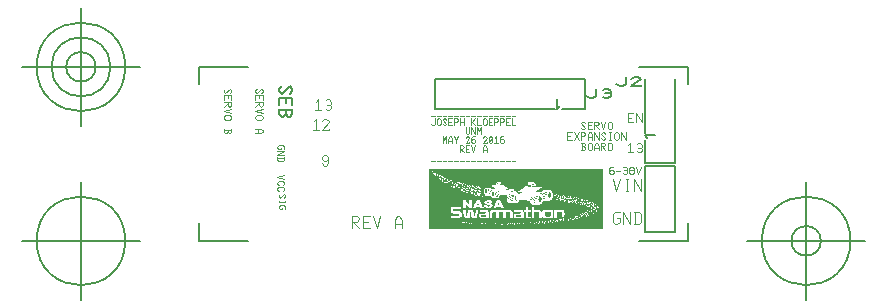
<source format=gbr>
G04 Generated by Ultiboard 13.0 *
%FSLAX25Y25*%
%MOIN*%

%ADD10C,0.00001*%
%ADD11C,0.00233*%
%ADD12C,0.00200*%
%ADD13C,0.00333*%
%ADD14C,0.00004*%
%ADD15C,0.00367*%
%ADD16C,0.00667*%
%ADD17C,0.00234*%
%ADD18C,0.00300*%
%ADD19C,0.00800*%
%ADD20C,0.00500*%


G04 ColorRGB FFFF00 for the following layer *
%LNSilkscreen Top*%
%LPD*%
G54D10*
G54D11*
X-62250Y21751D02*
X-62750Y21253D01*
X-62750Y20756D01*
X-62250Y20258D01*
X-60750Y21751D01*
X-60250Y21253D01*
X-60250Y20756D01*
X-60750Y20258D01*
X-62750Y18018D02*
X-62750Y19511D01*
X-61500Y19511D01*
X-60250Y19511D01*
X-60250Y18018D01*
X-61500Y19511D02*
X-61500Y18516D01*
X-62750Y17271D02*
X-60250Y17271D01*
X-60250Y16276D01*
X-60750Y15778D01*
X-61000Y15778D01*
X-61500Y16276D01*
X-61500Y17271D01*
X-61500Y17022D02*
X-62750Y15778D01*
X-60250Y15031D02*
X-62750Y14284D01*
X-60250Y13538D01*
X-62250Y12791D02*
X-62750Y12293D01*
X-62750Y11796D01*
X-62250Y11298D01*
X-60750Y11298D01*
X-60250Y11796D01*
X-60250Y12293D01*
X-60750Y12791D01*
X-62250Y12791D01*
X-62750Y8311D02*
X-61250Y8311D01*
X-60250Y7813D01*
X-60250Y7316D01*
X-61250Y6818D01*
X-62750Y6818D01*
X-62000Y8311D02*
X-62000Y6818D01*
X-72750Y21751D02*
X-73250Y21253D01*
X-73250Y20756D01*
X-72750Y20258D01*
X-71250Y21751D01*
X-70750Y21253D01*
X-70750Y20756D01*
X-71250Y20258D01*
X-73250Y18018D02*
X-73250Y19511D01*
X-72000Y19511D01*
X-70750Y19511D01*
X-70750Y18018D01*
X-72000Y19511D02*
X-72000Y18516D01*
X-73250Y17271D02*
X-70750Y17271D01*
X-70750Y16276D01*
X-71250Y15778D01*
X-71500Y15778D01*
X-72000Y16276D01*
X-72000Y17271D01*
X-72000Y17022D02*
X-73250Y15778D01*
X-70750Y15031D02*
X-73250Y14284D01*
X-70750Y13538D01*
X-72750Y12791D02*
X-73250Y12293D01*
X-73250Y11796D01*
X-72750Y11298D01*
X-71250Y11298D01*
X-70750Y11796D01*
X-70750Y12293D01*
X-71250Y12791D01*
X-72750Y12791D01*
X-73250Y8311D02*
X-73250Y7316D01*
X-72750Y6818D01*
X-72500Y6818D01*
X-72000Y7316D01*
X-71500Y6818D01*
X-71250Y6818D01*
X-70750Y7316D01*
X-70750Y8062D01*
X-70750Y8311D01*
X-72000Y8062D02*
X-72000Y7316D01*
X-70750Y8062D02*
X-73250Y8062D01*
X56493Y-4250D02*
X55747Y-4250D01*
X55249Y-4750D01*
X55249Y-5750D01*
X55249Y-6250D01*
X55747Y-6750D01*
X56244Y-6750D01*
X56742Y-6250D01*
X56742Y-5750D01*
X56244Y-5250D01*
X55747Y-5250D01*
X55249Y-5750D01*
X57489Y-5750D02*
X58982Y-5750D01*
X59978Y-4500D02*
X60227Y-4250D01*
X60724Y-4250D01*
X61222Y-4750D01*
X61222Y-5250D01*
X60973Y-5500D01*
X61222Y-5750D01*
X61222Y-6250D01*
X60724Y-6750D01*
X60227Y-6750D01*
X59978Y-6500D01*
X60227Y-5500D02*
X60973Y-5500D01*
X62964Y-6750D02*
X62467Y-6750D01*
X61969Y-6250D01*
X61969Y-5750D01*
X62218Y-5500D01*
X61969Y-5250D01*
X61969Y-4750D01*
X62467Y-4250D01*
X62964Y-4250D01*
X63462Y-4750D01*
X63462Y-5250D01*
X63213Y-5500D01*
X63462Y-5750D01*
X63462Y-6250D01*
X62964Y-6750D01*
X62218Y-5500D02*
X63213Y-5500D01*
X64209Y-4250D02*
X64956Y-6750D01*
X65702Y-4250D01*
G54D12*
X-54286Y1933D02*
X-54286Y1507D01*
X-54929Y1507D01*
X-55357Y1933D01*
X-55357Y2360D01*
X-54929Y2787D01*
X-53643Y2787D01*
X-53214Y2360D01*
X-53214Y1507D01*
X-55357Y867D02*
X-53214Y867D01*
X-55357Y-413D01*
X-53214Y-413D01*
X-55357Y-1053D02*
X-55357Y-1907D01*
X-54929Y-2333D01*
X-53643Y-2333D01*
X-53214Y-1907D01*
X-53214Y-1053D01*
X-53214Y-1267D02*
X-55357Y-1267D01*
X-53214Y-7213D02*
X-55357Y-7853D01*
X-53214Y-8493D01*
X-54929Y-10413D02*
X-55357Y-9987D01*
X-55357Y-9560D01*
X-54929Y-9133D01*
X-53643Y-9133D01*
X-53214Y-9560D01*
X-53214Y-9987D01*
X-53643Y-10413D01*
X-54929Y-12333D02*
X-55357Y-11907D01*
X-55357Y-11480D01*
X-54929Y-11053D01*
X-53643Y-11053D01*
X-53214Y-11480D01*
X-53214Y-11907D01*
X-53643Y-12333D01*
X-4187Y12643D02*
X-2907Y12643D01*
X-2267Y12643D02*
X-987Y12643D01*
X-347Y12643D02*
X933Y12643D01*
X1573Y12643D02*
X2853Y12643D01*
X3493Y12643D02*
X4773Y12643D01*
X5413Y12643D02*
X6693Y12643D01*
X7333Y12643D02*
X8613Y12643D01*
X9253Y12643D02*
X10533Y12643D01*
X11173Y12643D02*
X12453Y12643D01*
X13093Y12643D02*
X14373Y12643D01*
X15013Y12643D02*
X16293Y12643D01*
X16933Y12643D02*
X18213Y12643D01*
X18853Y12643D02*
X20133Y12643D01*
X20773Y12643D02*
X22053Y12643D01*
X22693Y12643D02*
X23973Y12643D01*
X-4187Y10071D02*
X-3760Y9643D01*
X-3333Y9643D01*
X-2907Y10071D01*
X-2907Y11786D01*
X-2267Y10071D02*
X-1840Y9643D01*
X-1413Y9643D01*
X-987Y10071D01*
X-987Y11357D01*
X-1413Y11786D01*
X-1840Y11786D01*
X-2267Y11357D01*
X-2267Y10071D01*
X-347Y10071D02*
X80Y9643D01*
X507Y9643D01*
X933Y10071D01*
X-347Y11357D01*
X80Y11786D01*
X507Y11786D01*
X933Y11357D01*
X2853Y9643D02*
X1573Y9643D01*
X1573Y10714D01*
X1573Y11786D01*
X2853Y11786D01*
X1573Y10714D02*
X2427Y10714D01*
X3493Y9643D02*
X3493Y11786D01*
X4347Y11786D01*
X4773Y11357D01*
X4773Y11143D01*
X4347Y10714D01*
X3493Y10714D01*
X5413Y9643D02*
X5413Y11786D01*
X6693Y9643D02*
X6693Y11786D01*
X5413Y10714D02*
X6693Y10714D01*
X9253Y9643D02*
X9253Y11786D01*
X9253Y10714D02*
X9467Y10714D01*
X10533Y11786D01*
X9467Y10714D02*
X10533Y9643D01*
X11173Y11786D02*
X11173Y9643D01*
X12453Y9643D01*
X13093Y10071D02*
X13520Y9643D01*
X13947Y9643D01*
X14373Y10071D01*
X14373Y11357D01*
X13947Y11786D01*
X13520Y11786D01*
X13093Y11357D01*
X13093Y10071D01*
X16293Y9643D02*
X15013Y9643D01*
X15013Y10714D01*
X15013Y11786D01*
X16293Y11786D01*
X15013Y10714D02*
X15867Y10714D01*
X16933Y9643D02*
X16933Y11786D01*
X17787Y11786D01*
X18213Y11357D01*
X18213Y11143D01*
X17787Y10714D01*
X16933Y10714D01*
X18853Y9643D02*
X18853Y11786D01*
X19707Y11786D01*
X20133Y11357D01*
X20133Y11143D01*
X19707Y10714D01*
X18853Y10714D01*
X22053Y9643D02*
X20773Y9643D01*
X20773Y10714D01*
X20773Y11786D01*
X22053Y11786D01*
X20773Y10714D02*
X21627Y10714D01*
X22693Y11786D02*
X22693Y9643D01*
X23973Y9643D01*
X7333Y8786D02*
X7333Y7071D01*
X7760Y6643D01*
X8187Y6643D01*
X8613Y7071D01*
X8613Y8786D01*
X9253Y6643D02*
X9253Y8786D01*
X10533Y6643D01*
X10533Y8786D01*
X11173Y6643D02*
X11173Y8786D01*
X11813Y7714D01*
X12453Y8786D01*
X12453Y6643D01*
X-347Y3643D02*
X-347Y5786D01*
X293Y4714D01*
X933Y5786D01*
X933Y3643D01*
X1573Y3643D02*
X1573Y4929D01*
X2000Y5786D01*
X2427Y5786D01*
X2853Y4929D01*
X2853Y3643D01*
X1573Y4286D02*
X2853Y4286D01*
X3493Y5786D02*
X4133Y4714D01*
X4773Y5786D01*
X4133Y4714D02*
X4133Y3643D01*
X7333Y5357D02*
X7760Y5786D01*
X8187Y5786D01*
X8613Y5357D01*
X8613Y5143D01*
X7333Y3643D01*
X8613Y3643D01*
X8613Y3857D01*
X10320Y5786D02*
X9680Y5786D01*
X9253Y5357D01*
X9253Y4500D01*
X9253Y4071D01*
X9680Y3643D01*
X10107Y3643D01*
X10533Y4071D01*
X10533Y4500D01*
X10107Y4929D01*
X9680Y4929D01*
X9253Y4500D01*
X13093Y5357D02*
X13520Y5786D01*
X13947Y5786D01*
X14373Y5357D01*
X14373Y5143D01*
X13093Y3643D01*
X14373Y3643D01*
X14373Y3857D01*
X15013Y5357D02*
X15440Y5786D01*
X15867Y5786D01*
X16293Y5357D01*
X16293Y4071D01*
X15867Y3643D01*
X15440Y3643D01*
X15013Y4071D01*
X15013Y5357D01*
X16293Y5357D02*
X15013Y4071D01*
X17147Y5357D02*
X17573Y5786D01*
X17573Y3643D01*
X16933Y3643D02*
X18213Y3643D01*
X19920Y5786D02*
X19280Y5786D01*
X18853Y5357D01*
X18853Y4500D01*
X18853Y4071D01*
X19280Y3643D01*
X19707Y3643D01*
X20133Y4071D01*
X20133Y4500D01*
X19707Y4929D01*
X19280Y4929D01*
X18853Y4500D01*
X5413Y643D02*
X5413Y2786D01*
X6267Y2786D01*
X6693Y2357D01*
X6693Y2143D01*
X6267Y1714D01*
X5413Y1714D01*
X5627Y1714D02*
X6693Y643D01*
X8613Y643D02*
X7333Y643D01*
X7333Y1714D01*
X7333Y2786D01*
X8613Y2786D01*
X7333Y1714D02*
X8187Y1714D01*
X9253Y2786D02*
X9893Y643D01*
X10533Y2786D01*
X13093Y643D02*
X13093Y1929D01*
X13520Y2786D01*
X13947Y2786D01*
X14373Y1929D01*
X14373Y643D01*
X13093Y1286D02*
X14373Y1286D01*
X-4187Y-2357D02*
X-2907Y-2357D01*
X-2267Y-2357D02*
X-987Y-2357D01*
X-347Y-2357D02*
X933Y-2357D01*
X1573Y-2357D02*
X2853Y-2357D01*
X3493Y-2357D02*
X4773Y-2357D01*
X5413Y-2357D02*
X6693Y-2357D01*
X7333Y-2357D02*
X8613Y-2357D01*
X9253Y-2357D02*
X10533Y-2357D01*
X11173Y-2357D02*
X12453Y-2357D01*
X13093Y-2357D02*
X14373Y-2357D01*
X15013Y-2357D02*
X16293Y-2357D01*
X16933Y-2357D02*
X18213Y-2357D01*
X18853Y-2357D02*
X20133Y-2357D01*
X20773Y-2357D02*
X22053Y-2357D01*
X22693Y-2357D02*
X23973Y-2357D01*
X-54429Y-13333D02*
X-54857Y-13760D01*
X-54857Y-14187D01*
X-54429Y-14613D01*
X-53143Y-13333D01*
X-52714Y-13760D01*
X-52714Y-14187D01*
X-53143Y-14613D01*
X-54857Y-15680D02*
X-54857Y-16107D01*
X-52714Y-15680D02*
X-52714Y-16107D01*
X-54857Y-15893D02*
X-52714Y-15893D01*
X-53786Y-18027D02*
X-53786Y-18453D01*
X-54429Y-18453D01*
X-54857Y-18027D01*
X-54857Y-17600D01*
X-54429Y-17173D01*
X-53143Y-17173D01*
X-52714Y-17600D01*
X-52714Y-18453D01*
G54D13*
X-40644Y-3214D02*
X-39933Y-3929D01*
X-39222Y-3929D01*
X-38511Y-3214D01*
X-38511Y-1786D01*
X-38511Y-1071D01*
X-39222Y-357D01*
X-39933Y-357D01*
X-40644Y-1071D01*
X-40644Y-1786D01*
X-39933Y-2500D01*
X-39222Y-2500D01*
X-38511Y-1786D01*
X-43289Y10929D02*
X-42578Y11643D01*
X-42578Y8071D01*
X-43644Y8071D02*
X-41511Y8071D01*
X-40444Y10929D02*
X-39733Y11643D01*
X-39022Y11643D01*
X-38311Y10929D01*
X-38311Y10571D01*
X-40444Y8071D01*
X-38311Y8071D01*
X-38311Y8429D01*
X-42489Y17429D02*
X-41778Y18143D01*
X-41778Y14571D01*
X-42844Y14571D02*
X-40711Y14571D01*
X-39289Y17786D02*
X-38933Y18143D01*
X-38222Y18143D01*
X-37511Y17429D01*
X-37511Y16714D01*
X-37867Y16357D01*
X-37511Y16000D01*
X-37511Y15286D01*
X-38222Y14571D01*
X-38933Y14571D01*
X-39289Y14929D01*
X-38933Y16357D02*
X-37867Y16357D01*
G54D14*
G36*
X-5000Y-5146D02*
X-5000Y-5146D01*
X53000Y-5146D01*
X53000Y-5000D01*
X-5000Y-5000D01*
X-5000Y-5146D01*
D02*
G37*
G36*
X-5000Y-5292D02*
X-5000Y-5292D01*
X53000Y-5292D01*
X53000Y-5146D01*
X-5000Y-5146D01*
X-5000Y-5292D01*
D02*
G37*
G36*
X-5000Y-5438D02*
X-5000Y-5438D01*
X53000Y-5438D01*
X53000Y-5292D01*
X-5000Y-5292D01*
X-5000Y-5438D01*
D02*
G37*
G36*
X-5000Y-5584D02*
X-5000Y-5584D01*
X53000Y-5584D01*
X53000Y-5438D01*
X-5000Y-5438D01*
X-5000Y-5584D01*
D02*
G37*
G36*
X-5000Y-5730D02*
X-5000Y-5730D01*
X-4227Y-5730D01*
X-4227Y-5584D01*
X-5000Y-5584D01*
X-5000Y-5730D01*
D02*
G37*
G36*
X-3840Y-5730D02*
X-3840Y-5730D01*
X53000Y-5730D01*
X53000Y-5584D01*
X-3840Y-5584D01*
X-3840Y-5730D01*
D02*
G37*
G36*
X-5000Y-5876D02*
X-5000Y-5876D01*
X53000Y-5876D01*
X53000Y-5730D01*
X-5000Y-5730D01*
X-5000Y-5876D01*
D02*
G37*
G36*
X-5000Y-6022D02*
X-5000Y-6022D01*
X-3840Y-6022D01*
X-3840Y-5876D01*
X-5000Y-5876D01*
X-5000Y-6022D01*
D02*
G37*
G36*
X-3453Y-6022D02*
X-3453Y-6022D01*
X53000Y-6022D01*
X53000Y-5876D01*
X-3453Y-5876D01*
X-3453Y-6022D01*
D02*
G37*
G36*
X-5000Y-6168D02*
X-5000Y-6168D01*
X-3840Y-6168D01*
X-3840Y-6022D01*
X-5000Y-6022D01*
X-5000Y-6168D01*
D02*
G37*
G36*
X-3260Y-6168D02*
X-3260Y-6168D01*
X53000Y-6168D01*
X53000Y-6022D01*
X-3260Y-6022D01*
X-3260Y-6168D01*
D02*
G37*
G36*
X-5000Y-6314D02*
X-5000Y-6314D01*
X-3647Y-6314D01*
X-3647Y-6168D01*
X-5000Y-6168D01*
X-5000Y-6314D01*
D02*
G37*
G36*
X-3453Y-6314D02*
X-3453Y-6314D01*
X53000Y-6314D01*
X53000Y-6168D01*
X-3453Y-6168D01*
X-3453Y-6314D01*
D02*
G37*
G36*
X-5000Y-6460D02*
X-5000Y-6460D01*
X-3260Y-6460D01*
X-3260Y-6314D01*
X-5000Y-6314D01*
X-5000Y-6460D01*
D02*
G37*
G36*
X-2680Y-6460D02*
X-2680Y-6460D01*
X53000Y-6460D01*
X53000Y-6314D01*
X-2680Y-6314D01*
X-2680Y-6460D01*
D02*
G37*
G36*
X-5000Y-6606D02*
X-5000Y-6606D01*
X-3453Y-6606D01*
X-3453Y-6460D01*
X-5000Y-6460D01*
X-5000Y-6606D01*
D02*
G37*
G36*
X-2487Y-6606D02*
X-2487Y-6606D01*
X53000Y-6606D01*
X53000Y-6460D01*
X-2487Y-6460D01*
X-2487Y-6606D01*
D02*
G37*
G36*
X-5000Y-6752D02*
X-5000Y-6752D01*
X-3453Y-6752D01*
X-3453Y-6605D01*
X-5000Y-6606D01*
X-5000Y-6752D01*
D02*
G37*
G36*
X-2487Y-6752D02*
X-2487Y-6752D01*
X53000Y-6752D01*
X53000Y-6605D01*
X-2487Y-6606D01*
X-2487Y-6752D01*
D02*
G37*
G36*
X-5000Y-6898D02*
X-5000Y-6898D01*
X-3260Y-6898D01*
X-3260Y-6751D01*
X-5000Y-6752D01*
X-5000Y-6898D01*
D02*
G37*
G36*
X-2680Y-6898D02*
X-2680Y-6898D01*
X-2100Y-6898D01*
X-2100Y-6751D01*
X-2680Y-6752D01*
X-2680Y-6898D01*
D02*
G37*
G36*
X-1907Y-6898D02*
X-1907Y-6898D01*
X53000Y-6898D01*
X53000Y-6751D01*
X-1907Y-6752D01*
X-1907Y-6898D01*
D02*
G37*
G36*
X-5000Y-7044D02*
X-5000Y-7044D01*
X53000Y-7044D01*
X53000Y-6897D01*
X-5000Y-6898D01*
X-5000Y-7044D01*
D02*
G37*
G36*
X-5000Y-7190D02*
X-5000Y-7190D01*
X-2873Y-7190D01*
X-2873Y-7043D01*
X-5000Y-7044D01*
X-5000Y-7190D01*
D02*
G37*
G36*
X-2487Y-7190D02*
X-2487Y-7190D01*
X-2100Y-7190D01*
X-2100Y-7043D01*
X-2487Y-7044D01*
X-2487Y-7190D01*
D02*
G37*
G36*
X-1907Y-7190D02*
X-1907Y-7190D01*
X53000Y-7190D01*
X53000Y-7043D01*
X-1907Y-7044D01*
X-1907Y-7190D01*
D02*
G37*
G36*
X-5000Y-7336D02*
X-5000Y-7336D01*
X-2873Y-7336D01*
X-2873Y-7189D01*
X-5000Y-7190D01*
X-5000Y-7336D01*
D02*
G37*
G36*
X-2487Y-7336D02*
X-2487Y-7336D01*
X-2293Y-7336D01*
X-2293Y-7189D01*
X-2487Y-7190D01*
X-2487Y-7336D01*
D02*
G37*
G36*
X-1713Y-7336D02*
X-1713Y-7336D01*
X-1520Y-7336D01*
X-1520Y-7189D01*
X-1713Y-7190D01*
X-1713Y-7336D01*
D02*
G37*
G36*
X-747Y-7336D02*
X-747Y-7336D01*
X53000Y-7336D01*
X53000Y-7189D01*
X-747Y-7190D01*
X-747Y-7336D01*
D02*
G37*
G36*
X-5000Y-7482D02*
X-5000Y-7482D01*
X-2100Y-7482D01*
X-2100Y-7335D01*
X-5000Y-7336D01*
X-5000Y-7482D01*
D02*
G37*
G36*
X-1713Y-7482D02*
X-1713Y-7482D01*
X-1520Y-7482D01*
X-1520Y-7335D01*
X-1713Y-7336D01*
X-1713Y-7482D01*
D02*
G37*
G36*
X-1327Y-7482D02*
X-1327Y-7482D01*
X-747Y-7482D01*
X-747Y-7335D01*
X-1327Y-7336D01*
X-1327Y-7482D01*
D02*
G37*
G36*
X-553Y-7482D02*
X-553Y-7482D01*
X53000Y-7482D01*
X53000Y-7335D01*
X-553Y-7336D01*
X-553Y-7482D01*
D02*
G37*
G36*
X-5000Y-7628D02*
X-5000Y-7628D01*
X-1520Y-7628D01*
X-1520Y-7481D01*
X-5000Y-7482D01*
X-5000Y-7628D01*
D02*
G37*
G36*
X-1327Y-7628D02*
X-1327Y-7628D01*
X-747Y-7628D01*
X-747Y-7481D01*
X-1327Y-7482D01*
X-1327Y-7628D01*
D02*
G37*
G36*
X-553Y-7628D02*
X-553Y-7628D01*
X-360Y-7628D01*
X-360Y-7481D01*
X-553Y-7482D01*
X-553Y-7628D01*
D02*
G37*
G36*
X-167Y-7628D02*
X-167Y-7628D01*
X53000Y-7628D01*
X53000Y-7481D01*
X-167Y-7482D01*
X-167Y-7628D01*
D02*
G37*
G36*
X-5000Y-7774D02*
X-5000Y-7774D01*
X-2487Y-7774D01*
X-2487Y-7627D01*
X-5000Y-7628D01*
X-5000Y-7774D01*
D02*
G37*
G36*
X-2100Y-7774D02*
X-2100Y-7774D01*
X-1520Y-7774D01*
X-1520Y-7627D01*
X-2100Y-7628D01*
X-2100Y-7774D01*
D02*
G37*
G36*
X-747Y-7774D02*
X-747Y-7774D01*
X-360Y-7774D01*
X-360Y-7627D01*
X-747Y-7628D01*
X-747Y-7774D01*
D02*
G37*
G36*
X27Y-7774D02*
X27Y-7774D01*
X53000Y-7774D01*
X53000Y-7627D01*
X27Y-7628D01*
X27Y-7774D01*
D02*
G37*
G36*
X-5000Y-7920D02*
X-5000Y-7920D01*
X-360Y-7920D01*
X-360Y-7773D01*
X-5000Y-7774D01*
X-5000Y-7920D01*
D02*
G37*
G36*
X27Y-7920D02*
X27Y-7920D01*
X413Y-7920D01*
X413Y-7773D01*
X27Y-7774D01*
X27Y-7920D01*
D02*
G37*
G36*
X607Y-7920D02*
X607Y-7920D01*
X53000Y-7920D01*
X53000Y-7773D01*
X607Y-7774D01*
X607Y-7920D01*
D02*
G37*
G36*
X-5000Y-8066D02*
X-5000Y-8066D01*
X-1713Y-8066D01*
X-1713Y-7919D01*
X-5000Y-7920D01*
X-5000Y-8066D01*
D02*
G37*
G36*
X-1520Y-8066D02*
X-1520Y-8066D01*
X53000Y-8066D01*
X53000Y-7919D01*
X-1520Y-7920D01*
X-1520Y-8066D01*
D02*
G37*
G36*
X-5000Y-8212D02*
X-5000Y-8212D01*
X-1133Y-8212D01*
X-1133Y-8065D01*
X-5000Y-8066D01*
X-5000Y-8212D01*
D02*
G37*
G36*
X-940Y-8212D02*
X-940Y-8212D01*
X-553Y-8212D01*
X-553Y-8065D01*
X-940Y-8066D01*
X-940Y-8212D01*
D02*
G37*
G36*
X-360Y-8212D02*
X-360Y-8212D01*
X220Y-8212D01*
X220Y-8065D01*
X-360Y-8066D01*
X-360Y-8212D01*
D02*
G37*
G36*
X607Y-8212D02*
X607Y-8212D01*
X993Y-8212D01*
X993Y-8065D01*
X607Y-8066D01*
X607Y-8212D01*
D02*
G37*
G36*
X1187Y-8212D02*
X1187Y-8212D01*
X53000Y-8212D01*
X53000Y-8065D01*
X1187Y-8066D01*
X1187Y-8212D01*
D02*
G37*
G36*
X-5000Y-8358D02*
X-5000Y-8358D01*
X-1520Y-8358D01*
X-1520Y-8211D01*
X-5000Y-8212D01*
X-5000Y-8358D01*
D02*
G37*
G36*
X-747Y-8358D02*
X-747Y-8358D01*
X27Y-8358D01*
X27Y-8211D01*
X-747Y-8212D01*
X-747Y-8358D01*
D02*
G37*
G36*
X800Y-8358D02*
X800Y-8358D01*
X993Y-8358D01*
X993Y-8211D01*
X800Y-8212D01*
X800Y-8358D01*
D02*
G37*
G36*
X1187Y-8358D02*
X1187Y-8358D01*
X53000Y-8358D01*
X53000Y-8211D01*
X1187Y-8212D01*
X1187Y-8358D01*
D02*
G37*
G36*
X-5000Y-8504D02*
X-5000Y-8504D01*
X-1520Y-8504D01*
X-1520Y-8357D01*
X-5000Y-8358D01*
X-5000Y-8504D01*
D02*
G37*
G36*
X-747Y-8504D02*
X-747Y-8504D01*
X27Y-8504D01*
X27Y-8357D01*
X-747Y-8358D01*
X-747Y-8504D01*
D02*
G37*
G36*
X800Y-8504D02*
X800Y-8504D01*
X993Y-8504D01*
X993Y-8357D01*
X800Y-8358D01*
X800Y-8504D01*
D02*
G37*
G36*
X1380Y-8504D02*
X1380Y-8504D01*
X1767Y-8504D01*
X1767Y-8357D01*
X1380Y-8358D01*
X1380Y-8504D01*
D02*
G37*
G36*
X1960Y-8504D02*
X1960Y-8504D01*
X53000Y-8504D01*
X53000Y-8357D01*
X1960Y-8358D01*
X1960Y-8504D01*
D02*
G37*
G36*
X-5000Y-8650D02*
X-5000Y-8650D01*
X-1327Y-8650D01*
X-1327Y-8503D01*
X-5000Y-8504D01*
X-5000Y-8650D01*
D02*
G37*
G36*
X-747Y-8650D02*
X-747Y-8650D01*
X-360Y-8650D01*
X-360Y-8503D01*
X-747Y-8504D01*
X-747Y-8650D01*
D02*
G37*
G36*
X-167Y-8650D02*
X-167Y-8650D01*
X220Y-8650D01*
X220Y-8503D01*
X-167Y-8504D01*
X-167Y-8650D01*
D02*
G37*
G36*
X607Y-8650D02*
X607Y-8650D01*
X993Y-8650D01*
X993Y-8503D01*
X607Y-8504D01*
X607Y-8650D01*
D02*
G37*
G36*
X1380Y-8650D02*
X1380Y-8650D01*
X1767Y-8650D01*
X1767Y-8503D01*
X1380Y-8504D01*
X1380Y-8650D01*
D02*
G37*
G36*
X1960Y-8650D02*
X1960Y-8650D01*
X53000Y-8650D01*
X53000Y-8503D01*
X1960Y-8504D01*
X1960Y-8650D01*
D02*
G37*
G36*
X-5000Y-8796D02*
X-5000Y-8796D01*
X-553Y-8796D01*
X-553Y-8649D01*
X-5000Y-8650D01*
X-5000Y-8796D01*
D02*
G37*
G36*
X-167Y-8796D02*
X-167Y-8796D01*
X2153Y-8796D01*
X2153Y-8649D01*
X-167Y-8650D01*
X-167Y-8796D01*
D02*
G37*
G36*
X2733Y-8796D02*
X2733Y-8796D01*
X53000Y-8796D01*
X53000Y-8649D01*
X2733Y-8650D01*
X2733Y-8796D01*
D02*
G37*
G36*
X-5000Y-8942D02*
X-5000Y-8942D01*
X-940Y-8942D01*
X-940Y-8795D01*
X-5000Y-8796D01*
X-5000Y-8942D01*
D02*
G37*
G36*
X-747Y-8942D02*
X-747Y-8942D01*
X-553Y-8942D01*
X-553Y-8795D01*
X-747Y-8796D01*
X-747Y-8942D01*
D02*
G37*
G36*
X-167Y-8942D02*
X-167Y-8942D01*
X1187Y-8942D01*
X1187Y-8795D01*
X-167Y-8796D01*
X-167Y-8942D01*
D02*
G37*
G36*
X1380Y-8942D02*
X1380Y-8942D01*
X2153Y-8942D01*
X2153Y-8795D01*
X1380Y-8796D01*
X1380Y-8942D01*
D02*
G37*
G36*
X2733Y-8942D02*
X2733Y-8942D01*
X53000Y-8942D01*
X53000Y-8795D01*
X2733Y-8796D01*
X2733Y-8942D01*
D02*
G37*
G36*
X-5000Y-9088D02*
X-5000Y-9088D01*
X413Y-9088D01*
X413Y-8941D01*
X-5000Y-8942D01*
X-5000Y-9088D01*
D02*
G37*
G36*
X607Y-9088D02*
X607Y-9088D01*
X1187Y-9088D01*
X1187Y-8941D01*
X607Y-8942D01*
X607Y-9088D01*
D02*
G37*
G36*
X1380Y-9088D02*
X1380Y-9088D01*
X2153Y-9088D01*
X2153Y-8941D01*
X1380Y-8942D01*
X1380Y-9088D01*
D02*
G37*
G36*
X2733Y-9088D02*
X2733Y-9088D01*
X3120Y-9088D01*
X3120Y-8941D01*
X2733Y-8942D01*
X2733Y-9088D01*
D02*
G37*
G36*
X3507Y-9088D02*
X3507Y-9088D01*
X53000Y-9088D01*
X53000Y-8941D01*
X3507Y-8942D01*
X3507Y-9088D01*
D02*
G37*
G36*
X-5000Y-9234D02*
X-5000Y-9234D01*
X-553Y-9234D01*
X-553Y-9087D01*
X-5000Y-9088D01*
X-5000Y-9234D01*
D02*
G37*
G36*
X-167Y-9234D02*
X-167Y-9234D01*
X413Y-9234D01*
X413Y-9087D01*
X-167Y-9088D01*
X-167Y-9234D01*
D02*
G37*
G36*
X607Y-9234D02*
X607Y-9234D01*
X1573Y-9234D01*
X1573Y-9087D01*
X607Y-9088D01*
X607Y-9234D01*
D02*
G37*
G36*
X2153Y-9234D02*
X2153Y-9234D01*
X4087Y-9234D01*
X4087Y-9087D01*
X2153Y-9088D01*
X2153Y-9234D01*
D02*
G37*
G36*
X4280Y-9234D02*
X4280Y-9234D01*
X53000Y-9234D01*
X53000Y-9087D01*
X4280Y-9088D01*
X4280Y-9234D01*
D02*
G37*
G36*
X-5000Y-9380D02*
X-5000Y-9380D01*
X-553Y-9380D01*
X-553Y-9233D01*
X-5000Y-9234D01*
X-5000Y-9380D01*
D02*
G37*
G36*
X-167Y-9380D02*
X-167Y-9380D01*
X800Y-9380D01*
X800Y-9233D01*
X-167Y-9234D01*
X-167Y-9380D01*
D02*
G37*
G36*
X1187Y-9380D02*
X1187Y-9380D01*
X1573Y-9380D01*
X1573Y-9233D01*
X1187Y-9234D01*
X1187Y-9380D01*
D02*
G37*
G36*
X2153Y-9380D02*
X2153Y-9380D01*
X2540Y-9380D01*
X2540Y-9233D01*
X2153Y-9234D01*
X2153Y-9380D01*
D02*
G37*
G36*
X2733Y-9380D02*
X2733Y-9380D01*
X3507Y-9380D01*
X3507Y-9233D01*
X2733Y-9234D01*
X2733Y-9380D01*
D02*
G37*
G36*
X3893Y-9380D02*
X3893Y-9380D01*
X53000Y-9380D01*
X53000Y-9233D01*
X3893Y-9234D01*
X3893Y-9380D01*
D02*
G37*
G36*
X-5000Y-9526D02*
X-5000Y-9526D01*
X27Y-9526D01*
X27Y-9379D01*
X-5000Y-9380D01*
X-5000Y-9526D01*
D02*
G37*
G36*
X413Y-9526D02*
X413Y-9526D01*
X800Y-9526D01*
X800Y-9379D01*
X413Y-9380D01*
X413Y-9526D01*
D02*
G37*
G36*
X1380Y-9526D02*
X1380Y-9526D01*
X2927Y-9526D01*
X2927Y-9379D01*
X1380Y-9380D01*
X1380Y-9526D01*
D02*
G37*
G36*
X3120Y-9526D02*
X3120Y-9526D01*
X3507Y-9526D01*
X3507Y-9379D01*
X3120Y-9380D01*
X3120Y-9526D01*
D02*
G37*
G36*
X3893Y-9526D02*
X3893Y-9526D01*
X4473Y-9526D01*
X4473Y-9379D01*
X3893Y-9380D01*
X3893Y-9526D01*
D02*
G37*
G36*
X4860Y-9526D02*
X4860Y-9526D01*
X18200Y-9526D01*
X18200Y-9379D01*
X4860Y-9380D01*
X4860Y-9526D01*
D02*
G37*
G36*
X19167Y-9526D02*
X19167Y-9526D01*
X53000Y-9526D01*
X53000Y-9379D01*
X19167Y-9380D01*
X19167Y-9526D01*
D02*
G37*
G36*
X-5000Y-9672D02*
X-5000Y-9672D01*
X27Y-9672D01*
X27Y-9525D01*
X-5000Y-9526D01*
X-5000Y-9672D01*
D02*
G37*
G36*
X413Y-9672D02*
X413Y-9672D01*
X607Y-9672D01*
X607Y-9525D01*
X413Y-9526D01*
X413Y-9672D01*
D02*
G37*
G36*
X1380Y-9672D02*
X1380Y-9672D01*
X2733Y-9672D01*
X2733Y-9525D01*
X1380Y-9526D01*
X1380Y-9672D01*
D02*
G37*
G36*
X3313Y-9672D02*
X3313Y-9672D01*
X4473Y-9672D01*
X4473Y-9525D01*
X3313Y-9526D01*
X3313Y-9672D01*
D02*
G37*
G36*
X5053Y-9672D02*
X5053Y-9672D01*
X5247Y-9672D01*
X5247Y-9525D01*
X5053Y-9526D01*
X5053Y-9672D01*
D02*
G37*
G36*
X5633Y-9672D02*
X5633Y-9672D01*
X17813Y-9672D01*
X17813Y-9525D01*
X5633Y-9526D01*
X5633Y-9672D01*
D02*
G37*
G36*
X19167Y-9672D02*
X19167Y-9672D01*
X28253Y-9672D01*
X28253Y-9525D01*
X19167Y-9526D01*
X19167Y-9672D01*
D02*
G37*
G36*
X29993Y-9672D02*
X29993Y-9672D01*
X53000Y-9672D01*
X53000Y-9525D01*
X29993Y-9526D01*
X29993Y-9672D01*
D02*
G37*
G36*
X-5000Y-9818D02*
X-5000Y-9818D01*
X800Y-9818D01*
X800Y-9671D01*
X-5000Y-9672D01*
X-5000Y-9818D01*
D02*
G37*
G36*
X1187Y-9818D02*
X1187Y-9818D01*
X1573Y-9818D01*
X1573Y-9671D01*
X1187Y-9672D01*
X1187Y-9818D01*
D02*
G37*
G36*
X2347Y-9818D02*
X2347Y-9818D01*
X2540Y-9818D01*
X2540Y-9671D01*
X2347Y-9672D01*
X2347Y-9818D01*
D02*
G37*
G36*
X3313Y-9818D02*
X3313Y-9818D01*
X3700Y-9818D01*
X3700Y-9671D01*
X3313Y-9672D01*
X3313Y-9818D01*
D02*
G37*
G36*
X4087Y-9818D02*
X4087Y-9818D01*
X4667Y-9818D01*
X4667Y-9671D01*
X4087Y-9672D01*
X4087Y-9818D01*
D02*
G37*
G36*
X4860Y-9818D02*
X4860Y-9818D01*
X17427Y-9818D01*
X17427Y-9671D01*
X4860Y-9672D01*
X4860Y-9818D01*
D02*
G37*
G36*
X19167Y-9818D02*
X19167Y-9818D01*
X28253Y-9818D01*
X28253Y-9671D01*
X19167Y-9672D01*
X19167Y-9818D01*
D02*
G37*
G36*
X30187Y-9818D02*
X30187Y-9818D01*
X53000Y-9818D01*
X53000Y-9671D01*
X30187Y-9672D01*
X30187Y-9818D01*
D02*
G37*
G36*
X-5000Y-9963D02*
X-5000Y-9963D01*
X1380Y-9963D01*
X1380Y-9817D01*
X-5000Y-9818D01*
X-5000Y-9963D01*
D02*
G37*
G36*
X1573Y-9963D02*
X1573Y-9963D01*
X2347Y-9963D01*
X2347Y-9817D01*
X1573Y-9818D01*
X1573Y-9963D01*
D02*
G37*
G36*
X2540Y-9963D02*
X2540Y-9963D01*
X2733Y-9963D01*
X2733Y-9817D01*
X2540Y-9818D01*
X2540Y-9963D01*
D02*
G37*
G36*
X3313Y-9963D02*
X3313Y-9963D01*
X3700Y-9963D01*
X3700Y-9817D01*
X3313Y-9818D01*
X3313Y-9963D01*
D02*
G37*
G36*
X4087Y-9963D02*
X4087Y-9963D01*
X5247Y-9963D01*
X5247Y-9817D01*
X4087Y-9818D01*
X4087Y-9963D01*
D02*
G37*
G36*
X6213Y-9963D02*
X6213Y-9963D01*
X6600Y-9963D01*
X6600Y-9817D01*
X6213Y-9818D01*
X6213Y-9963D01*
D02*
G37*
G36*
X6793Y-9963D02*
X6793Y-9963D01*
X17427Y-9963D01*
X17427Y-9817D01*
X6793Y-9818D01*
X6793Y-9963D01*
D02*
G37*
G36*
X17813Y-9963D02*
X17813Y-9963D01*
X18200Y-9963D01*
X18200Y-9817D01*
X17813Y-9818D01*
X17813Y-9963D01*
D02*
G37*
G36*
X19167Y-9963D02*
X19167Y-9963D01*
X28253Y-9963D01*
X28253Y-9817D01*
X19167Y-9818D01*
X19167Y-9963D01*
D02*
G37*
G36*
X30573Y-9963D02*
X30573Y-9963D01*
X53000Y-9963D01*
X53000Y-9817D01*
X30573Y-9818D01*
X30573Y-9963D01*
D02*
G37*
G36*
X-5000Y-10109D02*
X-5000Y-10109D01*
X800Y-10109D01*
X800Y-9963D01*
X-5000Y-9964D01*
X-5000Y-10109D01*
D02*
G37*
G36*
X993Y-10109D02*
X993Y-10109D01*
X1380Y-10109D01*
X1380Y-9963D01*
X993Y-9964D01*
X993Y-10109D01*
D02*
G37*
G36*
X1573Y-10109D02*
X1573Y-10109D01*
X2347Y-10109D01*
X2347Y-9963D01*
X1573Y-9964D01*
X1573Y-10109D01*
D02*
G37*
G36*
X2540Y-10109D02*
X2540Y-10109D01*
X5053Y-10109D01*
X5053Y-9963D01*
X2540Y-9964D01*
X2540Y-10109D01*
D02*
G37*
G36*
X5247Y-10109D02*
X5247Y-10109D01*
X6020Y-10109D01*
X6020Y-9963D01*
X5247Y-9964D01*
X5247Y-10109D01*
D02*
G37*
G36*
X6407Y-10109D02*
X6407Y-10109D01*
X17427Y-10109D01*
X17427Y-9963D01*
X6407Y-9964D01*
X6407Y-10109D01*
D02*
G37*
G36*
X17813Y-10109D02*
X17813Y-10109D01*
X18200Y-10109D01*
X18200Y-9963D01*
X17813Y-9964D01*
X17813Y-10109D01*
D02*
G37*
G36*
X19167Y-10109D02*
X19167Y-10109D01*
X28253Y-10109D01*
X28253Y-9963D01*
X19167Y-9964D01*
X19167Y-10109D01*
D02*
G37*
G36*
X30767Y-10109D02*
X30767Y-10109D01*
X53000Y-10109D01*
X53000Y-9963D01*
X30767Y-9964D01*
X30767Y-10109D01*
D02*
G37*
G36*
X-5000Y-10255D02*
X-5000Y-10255D01*
X1380Y-10255D01*
X1380Y-10109D01*
X-5000Y-10109D01*
X-5000Y-10255D01*
D02*
G37*
G36*
X1573Y-10255D02*
X1573Y-10255D01*
X2347Y-10255D01*
X2347Y-10109D01*
X1573Y-10109D01*
X1573Y-10255D01*
D02*
G37*
G36*
X2540Y-10255D02*
X2540Y-10255D01*
X3507Y-10255D01*
X3507Y-10109D01*
X2540Y-10109D01*
X2540Y-10255D01*
D02*
G37*
G36*
X3700Y-10255D02*
X3700Y-10255D01*
X4087Y-10255D01*
X4087Y-10109D01*
X3700Y-10109D01*
X3700Y-10255D01*
D02*
G37*
G36*
X4667Y-10255D02*
X4667Y-10255D01*
X5053Y-10255D01*
X5053Y-10109D01*
X4667Y-10109D01*
X4667Y-10255D01*
D02*
G37*
G36*
X5247Y-10255D02*
X5247Y-10255D01*
X6213Y-10255D01*
X6213Y-10109D01*
X5247Y-10109D01*
X5247Y-10255D01*
D02*
G37*
G36*
X6407Y-10255D02*
X6407Y-10255D01*
X7180Y-10255D01*
X7180Y-10109D01*
X6407Y-10109D01*
X6407Y-10255D01*
D02*
G37*
G36*
X7567Y-10255D02*
X7567Y-10255D01*
X17427Y-10255D01*
X17427Y-10109D01*
X7567Y-10109D01*
X7567Y-10255D01*
D02*
G37*
G36*
X18780Y-10255D02*
X18780Y-10255D01*
X28253Y-10255D01*
X28253Y-10109D01*
X18780Y-10109D01*
X18780Y-10255D01*
D02*
G37*
G36*
X29607Y-10255D02*
X29607Y-10255D01*
X30187Y-10255D01*
X30187Y-10109D01*
X29607Y-10109D01*
X29607Y-10255D01*
D02*
G37*
G36*
X30767Y-10255D02*
X30767Y-10255D01*
X53000Y-10255D01*
X53000Y-10109D01*
X30767Y-10109D01*
X30767Y-10255D01*
D02*
G37*
G36*
X-5000Y-10401D02*
X-5000Y-10401D01*
X1380Y-10401D01*
X1380Y-10255D01*
X-5000Y-10255D01*
X-5000Y-10401D01*
D02*
G37*
G36*
X1573Y-10401D02*
X1573Y-10401D01*
X2153Y-10401D01*
X2153Y-10255D01*
X1573Y-10255D01*
X1573Y-10401D01*
D02*
G37*
G36*
X2540Y-10401D02*
X2540Y-10401D01*
X2733Y-10401D01*
X2733Y-10255D01*
X2540Y-10255D01*
X2540Y-10401D01*
D02*
G37*
G36*
X3313Y-10401D02*
X3313Y-10401D01*
X3893Y-10401D01*
X3893Y-10255D01*
X3313Y-10255D01*
X3313Y-10401D01*
D02*
G37*
G36*
X4667Y-10401D02*
X4667Y-10401D01*
X5053Y-10401D01*
X5053Y-10255D01*
X4667Y-10255D01*
X4667Y-10401D01*
D02*
G37*
G36*
X5247Y-10401D02*
X5247Y-10401D01*
X6213Y-10401D01*
X6213Y-10255D01*
X5247Y-10255D01*
X5247Y-10401D01*
D02*
G37*
G36*
X6407Y-10401D02*
X6407Y-10401D01*
X7180Y-10401D01*
X7180Y-10255D01*
X6407Y-10255D01*
X6407Y-10401D01*
D02*
G37*
G36*
X7567Y-10401D02*
X7567Y-10401D01*
X7953Y-10401D01*
X7953Y-10255D01*
X7567Y-10255D01*
X7567Y-10401D01*
D02*
G37*
G36*
X8147Y-10401D02*
X8147Y-10401D01*
X18393Y-10401D01*
X18393Y-10255D01*
X8147Y-10255D01*
X8147Y-10401D01*
D02*
G37*
G36*
X18587Y-10401D02*
X18587Y-10401D01*
X28253Y-10401D01*
X28253Y-10255D01*
X18587Y-10255D01*
X18587Y-10401D01*
D02*
G37*
G36*
X29607Y-10401D02*
X29607Y-10401D01*
X30187Y-10401D01*
X30187Y-10255D01*
X29607Y-10255D01*
X29607Y-10401D01*
D02*
G37*
G36*
X30767Y-10401D02*
X30767Y-10401D01*
X53000Y-10401D01*
X53000Y-10255D01*
X30767Y-10255D01*
X30767Y-10401D01*
D02*
G37*
G36*
X-5000Y-10547D02*
X-5000Y-10547D01*
X1573Y-10547D01*
X1573Y-10401D01*
X-5000Y-10401D01*
X-5000Y-10547D01*
D02*
G37*
G36*
X2347Y-10547D02*
X2347Y-10547D01*
X2733Y-10547D01*
X2733Y-10401D01*
X2347Y-10401D01*
X2347Y-10547D01*
D02*
G37*
G36*
X3313Y-10547D02*
X3313Y-10547D01*
X3893Y-10547D01*
X3893Y-10401D01*
X3313Y-10401D01*
X3313Y-10547D01*
D02*
G37*
G36*
X4667Y-10547D02*
X4667Y-10547D01*
X5053Y-10547D01*
X5053Y-10401D01*
X4667Y-10401D01*
X4667Y-10547D01*
D02*
G37*
G36*
X5247Y-10547D02*
X5247Y-10547D01*
X6213Y-10547D01*
X6213Y-10401D01*
X5247Y-10401D01*
X5247Y-10547D01*
D02*
G37*
G36*
X6407Y-10547D02*
X6407Y-10547D01*
X7180Y-10547D01*
X7180Y-10401D01*
X6407Y-10401D01*
X6407Y-10547D01*
D02*
G37*
G36*
X7373Y-10547D02*
X7373Y-10547D01*
X8533Y-10547D01*
X8533Y-10401D01*
X7373Y-10401D01*
X7373Y-10547D01*
D02*
G37*
G36*
X8920Y-10547D02*
X8920Y-10547D01*
X18393Y-10547D01*
X18393Y-10401D01*
X8920Y-10401D01*
X8920Y-10547D01*
D02*
G37*
G36*
X19940Y-10547D02*
X19940Y-10547D01*
X28640Y-10547D01*
X28640Y-10401D01*
X19940Y-10401D01*
X19940Y-10547D01*
D02*
G37*
G36*
X29607Y-10547D02*
X29607Y-10547D01*
X30187Y-10547D01*
X30187Y-10401D01*
X29607Y-10401D01*
X29607Y-10547D01*
D02*
G37*
G36*
X30767Y-10547D02*
X30767Y-10547D01*
X53000Y-10547D01*
X53000Y-10401D01*
X30767Y-10401D01*
X30767Y-10547D01*
D02*
G37*
G36*
X-5000Y-10693D02*
X-5000Y-10693D01*
X4087Y-10693D01*
X4087Y-10547D01*
X-5000Y-10547D01*
X-5000Y-10693D01*
D02*
G37*
G36*
X4667Y-10693D02*
X4667Y-10693D01*
X5053Y-10693D01*
X5053Y-10547D01*
X4667Y-10547D01*
X4667Y-10693D01*
D02*
G37*
G36*
X5247Y-10693D02*
X5247Y-10693D01*
X6020Y-10693D01*
X6020Y-10547D01*
X5247Y-10547D01*
X5247Y-10693D01*
D02*
G37*
G36*
X6407Y-10693D02*
X6407Y-10693D01*
X7953Y-10693D01*
X7953Y-10547D01*
X6407Y-10547D01*
X6407Y-10693D01*
D02*
G37*
G36*
X8147Y-10693D02*
X8147Y-10693D01*
X8533Y-10693D01*
X8533Y-10547D01*
X8147Y-10547D01*
X8147Y-10693D01*
D02*
G37*
G36*
X8920Y-10693D02*
X8920Y-10693D01*
X9500Y-10693D01*
X9500Y-10547D01*
X8920Y-10547D01*
X8920Y-10693D01*
D02*
G37*
G36*
X9693Y-10693D02*
X9693Y-10693D01*
X16073Y-10693D01*
X16073Y-10547D01*
X9693Y-10547D01*
X9693Y-10693D01*
D02*
G37*
G36*
X20133Y-10693D02*
X20133Y-10693D01*
X29027Y-10693D01*
X29027Y-10547D01*
X20133Y-10547D01*
X20133Y-10693D01*
D02*
G37*
G36*
X30767Y-10693D02*
X30767Y-10693D01*
X53000Y-10693D01*
X53000Y-10547D01*
X30767Y-10547D01*
X30767Y-10693D01*
D02*
G37*
G36*
X-5000Y-10839D02*
X-5000Y-10839D01*
X2540Y-10839D01*
X2540Y-10693D01*
X-5000Y-10693D01*
X-5000Y-10839D01*
D02*
G37*
G36*
X2733Y-10839D02*
X2733Y-10839D01*
X5247Y-10839D01*
X5247Y-10693D01*
X2733Y-10693D01*
X2733Y-10839D01*
D02*
G37*
G36*
X6213Y-10839D02*
X6213Y-10839D01*
X6600Y-10839D01*
X6600Y-10693D01*
X6213Y-10693D01*
X6213Y-10839D01*
D02*
G37*
G36*
X6793Y-10839D02*
X6793Y-10839D01*
X7760Y-10839D01*
X7760Y-10693D01*
X6793Y-10693D01*
X6793Y-10839D01*
D02*
G37*
G36*
X8340Y-10839D02*
X8340Y-10839D01*
X16073Y-10839D01*
X16073Y-10693D01*
X8340Y-10693D01*
X8340Y-10839D01*
D02*
G37*
G36*
X20327Y-10839D02*
X20327Y-10839D01*
X29027Y-10839D01*
X29027Y-10693D01*
X20327Y-10693D01*
X20327Y-10839D01*
D02*
G37*
G36*
X29413Y-10839D02*
X29413Y-10839D01*
X53000Y-10839D01*
X53000Y-10693D01*
X29413Y-10693D01*
X29413Y-10839D01*
D02*
G37*
G36*
X-5000Y-10985D02*
X-5000Y-10985D01*
X2540Y-10985D01*
X2540Y-10839D01*
X-5000Y-10839D01*
X-5000Y-10985D01*
D02*
G37*
G36*
X2733Y-10985D02*
X2733Y-10985D01*
X3120Y-10985D01*
X3120Y-10839D01*
X2733Y-10839D01*
X2733Y-10985D01*
D02*
G37*
G36*
X3700Y-10985D02*
X3700Y-10985D01*
X4087Y-10985D01*
X4087Y-10839D01*
X3700Y-10839D01*
X3700Y-10985D01*
D02*
G37*
G36*
X4473Y-10985D02*
X4473Y-10985D01*
X5053Y-10985D01*
X5053Y-10839D01*
X4473Y-10839D01*
X4473Y-10985D01*
D02*
G37*
G36*
X5247Y-10985D02*
X5247Y-10985D01*
X6793Y-10985D01*
X6793Y-10839D01*
X5247Y-10839D01*
X5247Y-10985D01*
D02*
G37*
G36*
X7180Y-10985D02*
X7180Y-10985D01*
X7760Y-10985D01*
X7760Y-10839D01*
X7180Y-10839D01*
X7180Y-10985D01*
D02*
G37*
G36*
X8340Y-10985D02*
X8340Y-10985D01*
X8920Y-10985D01*
X8920Y-10839D01*
X8340Y-10839D01*
X8340Y-10985D01*
D02*
G37*
G36*
X9113Y-10985D02*
X9113Y-10985D01*
X9500Y-10985D01*
X9500Y-10839D01*
X9113Y-10839D01*
X9113Y-10985D01*
D02*
G37*
G36*
X10080Y-10985D02*
X10080Y-10985D01*
X10660Y-10985D01*
X10660Y-10839D01*
X10080Y-10839D01*
X10080Y-10985D01*
D02*
G37*
G36*
X11047Y-10985D02*
X11047Y-10985D01*
X11433Y-10985D01*
X11433Y-10839D01*
X11047Y-10839D01*
X11047Y-10985D01*
D02*
G37*
G36*
X11820Y-10985D02*
X11820Y-10985D01*
X12400Y-10985D01*
X12400Y-10839D01*
X11820Y-10839D01*
X11820Y-10985D01*
D02*
G37*
G36*
X12593Y-10985D02*
X12593Y-10985D01*
X16267Y-10985D01*
X16267Y-10839D01*
X12593Y-10839D01*
X12593Y-10985D01*
D02*
G37*
G36*
X20520Y-10985D02*
X20520Y-10985D01*
X27287Y-10985D01*
X27287Y-10839D01*
X20520Y-10839D01*
X20520Y-10985D01*
D02*
G37*
G36*
X28060Y-10985D02*
X28060Y-10985D01*
X29027Y-10985D01*
X29027Y-10839D01*
X28060Y-10839D01*
X28060Y-10985D01*
D02*
G37*
G36*
X29413Y-10985D02*
X29413Y-10985D01*
X53000Y-10985D01*
X53000Y-10839D01*
X29413Y-10839D01*
X29413Y-10985D01*
D02*
G37*
G36*
X-5000Y-11131D02*
X-5000Y-11131D01*
X3120Y-11131D01*
X3120Y-10985D01*
X-5000Y-10985D01*
X-5000Y-11131D01*
D02*
G37*
G36*
X3893Y-11131D02*
X3893Y-11131D01*
X4087Y-11131D01*
X4087Y-10985D01*
X3893Y-10985D01*
X3893Y-11131D01*
D02*
G37*
G36*
X4473Y-11131D02*
X4473Y-11131D01*
X4860Y-11131D01*
X4860Y-10985D01*
X4473Y-10985D01*
X4473Y-11131D01*
D02*
G37*
G36*
X5633Y-11131D02*
X5633Y-11131D01*
X6020Y-11131D01*
X6020Y-10985D01*
X5633Y-10985D01*
X5633Y-11131D01*
D02*
G37*
G36*
X6600Y-11131D02*
X6600Y-11131D01*
X6793Y-11131D01*
X6793Y-10985D01*
X6600Y-10985D01*
X6600Y-11131D01*
D02*
G37*
G36*
X7373Y-11131D02*
X7373Y-11131D01*
X7760Y-11131D01*
X7760Y-10985D01*
X7373Y-10985D01*
X7373Y-11131D01*
D02*
G37*
G36*
X8340Y-11131D02*
X8340Y-11131D01*
X9307Y-11131D01*
X9307Y-10985D01*
X8340Y-10985D01*
X8340Y-11131D01*
D02*
G37*
G36*
X9500Y-11131D02*
X9500Y-11131D01*
X10080Y-11131D01*
X10080Y-10985D01*
X9500Y-10985D01*
X9500Y-11131D01*
D02*
G37*
G36*
X10273Y-11131D02*
X10273Y-11131D01*
X10660Y-11131D01*
X10660Y-10985D01*
X10273Y-10985D01*
X10273Y-11131D01*
D02*
G37*
G36*
X11047Y-11131D02*
X11047Y-11131D01*
X11433Y-11131D01*
X11433Y-10985D01*
X11047Y-10985D01*
X11047Y-11131D01*
D02*
G37*
G36*
X12013Y-11131D02*
X12013Y-11131D01*
X16653Y-11131D01*
X16653Y-10985D01*
X12013Y-10985D01*
X12013Y-11131D01*
D02*
G37*
G36*
X20907Y-11131D02*
X20907Y-11131D01*
X27093Y-11131D01*
X27093Y-10985D01*
X20907Y-10985D01*
X20907Y-11131D01*
D02*
G37*
G36*
X30767Y-11131D02*
X30767Y-11131D01*
X53000Y-11131D01*
X53000Y-10985D01*
X30767Y-10985D01*
X30767Y-11131D01*
D02*
G37*
G36*
X-5000Y-11277D02*
X-5000Y-11277D01*
X3120Y-11277D01*
X3120Y-11131D01*
X-5000Y-11131D01*
X-5000Y-11277D01*
D02*
G37*
G36*
X3700Y-11277D02*
X3700Y-11277D01*
X4860Y-11277D01*
X4860Y-11131D01*
X3700Y-11131D01*
X3700Y-11277D01*
D02*
G37*
G36*
X5633Y-11277D02*
X5633Y-11277D01*
X6020Y-11277D01*
X6020Y-11131D01*
X5633Y-11131D01*
X5633Y-11277D01*
D02*
G37*
G36*
X6407Y-11277D02*
X6407Y-11277D01*
X6987Y-11277D01*
X6987Y-11131D01*
X6407Y-11131D01*
X6407Y-11277D01*
D02*
G37*
G36*
X7180Y-11277D02*
X7180Y-11277D01*
X8533Y-11277D01*
X8533Y-11131D01*
X7180Y-11131D01*
X7180Y-11277D01*
D02*
G37*
G36*
X8727Y-11277D02*
X8727Y-11277D01*
X9113Y-11277D01*
X9113Y-11131D01*
X8727Y-11131D01*
X8727Y-11277D01*
D02*
G37*
G36*
X9307Y-11277D02*
X9307Y-11277D01*
X10273Y-11277D01*
X10273Y-11131D01*
X9307Y-11131D01*
X9307Y-11277D01*
D02*
G37*
G36*
X10467Y-11277D02*
X10467Y-11277D01*
X11240Y-11277D01*
X11240Y-11131D01*
X10467Y-11131D01*
X10467Y-11277D01*
D02*
G37*
G36*
X12013Y-11277D02*
X12013Y-11277D01*
X16847Y-11277D01*
X16847Y-11131D01*
X12013Y-11131D01*
X12013Y-11277D01*
D02*
G37*
G36*
X21100Y-11277D02*
X21100Y-11277D01*
X26900Y-11277D01*
X26900Y-11131D01*
X21100Y-11131D01*
X21100Y-11277D01*
D02*
G37*
G36*
X32700Y-11277D02*
X32700Y-11277D01*
X53000Y-11277D01*
X53000Y-11131D01*
X32700Y-11131D01*
X32700Y-11277D01*
D02*
G37*
G36*
X-5000Y-11423D02*
X-5000Y-11423D01*
X4280Y-11423D01*
X4280Y-11277D01*
X-5000Y-11277D01*
X-5000Y-11423D01*
D02*
G37*
G36*
X4473Y-11423D02*
X4473Y-11423D01*
X4860Y-11423D01*
X4860Y-11277D01*
X4473Y-11277D01*
X4473Y-11423D01*
D02*
G37*
G36*
X5440Y-11423D02*
X5440Y-11423D01*
X7567Y-11423D01*
X7567Y-11277D01*
X5440Y-11277D01*
X5440Y-11423D01*
D02*
G37*
G36*
X7953Y-11423D02*
X7953Y-11423D01*
X8340Y-11423D01*
X8340Y-11277D01*
X7953Y-11277D01*
X7953Y-11423D01*
D02*
G37*
G36*
X8920Y-11423D02*
X8920Y-11423D01*
X9113Y-11423D01*
X9113Y-11277D01*
X8920Y-11277D01*
X8920Y-11423D01*
D02*
G37*
G36*
X9307Y-11423D02*
X9307Y-11423D01*
X10273Y-11423D01*
X10273Y-11277D01*
X9307Y-11277D01*
X9307Y-11423D01*
D02*
G37*
G36*
X10467Y-11423D02*
X10467Y-11423D01*
X11433Y-11423D01*
X11433Y-11277D01*
X10467Y-11277D01*
X10467Y-11423D01*
D02*
G37*
G36*
X12013Y-11423D02*
X12013Y-11423D01*
X13947Y-11423D01*
X13947Y-11277D01*
X12013Y-11277D01*
X12013Y-11423D01*
D02*
G37*
G36*
X15687Y-11423D02*
X15687Y-11423D01*
X17040Y-11423D01*
X17040Y-11277D01*
X15687Y-11277D01*
X15687Y-11423D01*
D02*
G37*
G36*
X21293Y-11423D02*
X21293Y-11423D01*
X26707Y-11423D01*
X26707Y-11277D01*
X21293Y-11277D01*
X21293Y-11423D01*
D02*
G37*
G36*
X32507Y-11423D02*
X32507Y-11423D01*
X53000Y-11423D01*
X53000Y-11277D01*
X32507Y-11277D01*
X32507Y-11423D01*
D02*
G37*
G36*
X-5000Y-11569D02*
X-5000Y-11569D01*
X6600Y-11569D01*
X6600Y-11423D01*
X-5000Y-11423D01*
X-5000Y-11569D01*
D02*
G37*
G36*
X6987Y-11569D02*
X6987Y-11569D01*
X7373Y-11569D01*
X7373Y-11423D01*
X6987Y-11423D01*
X6987Y-11569D01*
D02*
G37*
G36*
X8147Y-11569D02*
X8147Y-11569D01*
X8340Y-11569D01*
X8340Y-11423D01*
X8147Y-11423D01*
X8147Y-11569D01*
D02*
G37*
G36*
X8920Y-11569D02*
X8920Y-11569D01*
X9307Y-11569D01*
X9307Y-11423D01*
X8920Y-11423D01*
X8920Y-11569D01*
D02*
G37*
G36*
X9500Y-11569D02*
X9500Y-11569D01*
X10080Y-11569D01*
X10080Y-11423D01*
X9500Y-11423D01*
X9500Y-11569D01*
D02*
G37*
G36*
X10273Y-11569D02*
X10273Y-11569D01*
X10467Y-11569D01*
X10467Y-11423D01*
X10273Y-11423D01*
X10273Y-11569D01*
D02*
G37*
G36*
X11047Y-11569D02*
X11047Y-11569D01*
X11820Y-11569D01*
X11820Y-11423D01*
X11047Y-11423D01*
X11047Y-11569D01*
D02*
G37*
G36*
X12400Y-11569D02*
X12400Y-11569D01*
X13753Y-11569D01*
X13753Y-11423D01*
X12400Y-11423D01*
X12400Y-11569D01*
D02*
G37*
G36*
X15880Y-11569D02*
X15880Y-11569D01*
X17233Y-11569D01*
X17233Y-11423D01*
X15880Y-11423D01*
X15880Y-11569D01*
D02*
G37*
G36*
X21487Y-11569D02*
X21487Y-11569D01*
X26513Y-11569D01*
X26513Y-11423D01*
X21487Y-11423D01*
X21487Y-11569D01*
D02*
G37*
G36*
X32313Y-11569D02*
X32313Y-11569D01*
X53000Y-11569D01*
X53000Y-11423D01*
X32313Y-11423D01*
X32313Y-11569D01*
D02*
G37*
G36*
X-5000Y-11715D02*
X-5000Y-11715D01*
X4667Y-11715D01*
X4667Y-11569D01*
X-5000Y-11569D01*
X-5000Y-11715D01*
D02*
G37*
G36*
X5053Y-11715D02*
X5053Y-11715D01*
X5247Y-11715D01*
X5247Y-11569D01*
X5053Y-11569D01*
X5053Y-11715D01*
D02*
G37*
G36*
X5827Y-11715D02*
X5827Y-11715D01*
X6600Y-11715D01*
X6600Y-11569D01*
X5827Y-11569D01*
X5827Y-11715D01*
D02*
G37*
G36*
X6987Y-11715D02*
X6987Y-11715D01*
X7373Y-11715D01*
X7373Y-11569D01*
X6987Y-11569D01*
X6987Y-11715D01*
D02*
G37*
G36*
X8147Y-11715D02*
X8147Y-11715D01*
X9500Y-11715D01*
X9500Y-11569D01*
X8147Y-11569D01*
X8147Y-11715D01*
D02*
G37*
G36*
X10080Y-11715D02*
X10080Y-11715D01*
X10467Y-11715D01*
X10467Y-11569D01*
X10080Y-11569D01*
X10080Y-11715D01*
D02*
G37*
G36*
X11047Y-11715D02*
X11047Y-11715D01*
X11433Y-11715D01*
X11433Y-11569D01*
X11047Y-11569D01*
X11047Y-11715D01*
D02*
G37*
G36*
X11627Y-11715D02*
X11627Y-11715D01*
X11820Y-11715D01*
X11820Y-11569D01*
X11627Y-11569D01*
X11627Y-11715D01*
D02*
G37*
G36*
X12400Y-11715D02*
X12400Y-11715D01*
X13560Y-11715D01*
X13560Y-11569D01*
X12400Y-11569D01*
X12400Y-11715D01*
D02*
G37*
G36*
X15880Y-11715D02*
X15880Y-11715D01*
X17427Y-11715D01*
X17427Y-11569D01*
X15880Y-11569D01*
X15880Y-11715D01*
D02*
G37*
G36*
X21680Y-11715D02*
X21680Y-11715D01*
X26127Y-11715D01*
X26127Y-11569D01*
X21680Y-11569D01*
X21680Y-11715D01*
D02*
G37*
G36*
X32120Y-11715D02*
X32120Y-11715D01*
X53000Y-11715D01*
X53000Y-11569D01*
X32120Y-11569D01*
X32120Y-11715D01*
D02*
G37*
G36*
X-5000Y-11861D02*
X-5000Y-11861D01*
X4667Y-11861D01*
X4667Y-11715D01*
X-5000Y-11715D01*
X-5000Y-11861D01*
D02*
G37*
G36*
X5053Y-11861D02*
X5053Y-11861D01*
X5440Y-11861D01*
X5440Y-11715D01*
X5053Y-11715D01*
X5053Y-11861D01*
D02*
G37*
G36*
X5827Y-11861D02*
X5827Y-11861D01*
X7567Y-11861D01*
X7567Y-11715D01*
X5827Y-11715D01*
X5827Y-11861D01*
D02*
G37*
G36*
X7953Y-11861D02*
X7953Y-11861D01*
X13560Y-11861D01*
X13560Y-11715D01*
X7953Y-11715D01*
X7953Y-11861D01*
D02*
G37*
G36*
X15687Y-11861D02*
X15687Y-11861D01*
X15880Y-11861D01*
X15880Y-11715D01*
X15687Y-11715D01*
X15687Y-11861D01*
D02*
G37*
G36*
X21293Y-11861D02*
X21293Y-11861D01*
X25933Y-11861D01*
X25933Y-11715D01*
X21293Y-11715D01*
X21293Y-11861D01*
D02*
G37*
G36*
X31927Y-11861D02*
X31927Y-11861D01*
X53000Y-11861D01*
X53000Y-11715D01*
X31927Y-11715D01*
X31927Y-11861D01*
D02*
G37*
G36*
X-5000Y-12007D02*
X-5000Y-12007D01*
X5827Y-12007D01*
X5827Y-11861D01*
X-5000Y-11861D01*
X-5000Y-12007D01*
D02*
G37*
G36*
X6407Y-12007D02*
X6407Y-12007D01*
X7180Y-12007D01*
X7180Y-11861D01*
X6407Y-11861D01*
X6407Y-12007D01*
D02*
G37*
G36*
X7567Y-12007D02*
X7567Y-12007D01*
X8340Y-12007D01*
X8340Y-11861D01*
X7567Y-11861D01*
X7567Y-12007D01*
D02*
G37*
G36*
X8533Y-12007D02*
X8533Y-12007D01*
X9113Y-12007D01*
X9113Y-11861D01*
X8533Y-11861D01*
X8533Y-12007D01*
D02*
G37*
G36*
X9693Y-12007D02*
X9693Y-12007D01*
X9887Y-12007D01*
X9887Y-11861D01*
X9693Y-11861D01*
X9693Y-12007D01*
D02*
G37*
G36*
X10080Y-12007D02*
X10080Y-12007D01*
X13367Y-12007D01*
X13367Y-11861D01*
X10080Y-11861D01*
X10080Y-12007D01*
D02*
G37*
G36*
X13947Y-12007D02*
X13947Y-12007D01*
X14333Y-12007D01*
X14333Y-11861D01*
X13947Y-11861D01*
X13947Y-12007D01*
D02*
G37*
G36*
X14720Y-12007D02*
X14720Y-12007D01*
X15300Y-12007D01*
X15300Y-11861D01*
X14720Y-11861D01*
X14720Y-12007D01*
D02*
G37*
G36*
X20713Y-12007D02*
X20713Y-12007D01*
X21873Y-12007D01*
X21873Y-11861D01*
X20713Y-11861D01*
X20713Y-12007D01*
D02*
G37*
G36*
X23613Y-12007D02*
X23613Y-12007D01*
X25740Y-12007D01*
X25740Y-11861D01*
X23613Y-11861D01*
X23613Y-12007D01*
D02*
G37*
G36*
X31733Y-12007D02*
X31733Y-12007D01*
X53000Y-12007D01*
X53000Y-11861D01*
X31733Y-11861D01*
X31733Y-12007D01*
D02*
G37*
G36*
X-5000Y-12153D02*
X-5000Y-12153D01*
X5827Y-12153D01*
X5827Y-12007D01*
X-5000Y-12007D01*
X-5000Y-12153D01*
D02*
G37*
G36*
X6407Y-12153D02*
X6407Y-12153D01*
X8920Y-12153D01*
X8920Y-12007D01*
X6407Y-12007D01*
X6407Y-12153D01*
D02*
G37*
G36*
X9693Y-12153D02*
X9693Y-12153D01*
X10467Y-12153D01*
X10467Y-12007D01*
X9693Y-12007D01*
X9693Y-12153D01*
D02*
G37*
G36*
X10853Y-12153D02*
X10853Y-12153D01*
X11433Y-12153D01*
X11433Y-12007D01*
X10853Y-12007D01*
X10853Y-12153D01*
D02*
G37*
G36*
X12013Y-12153D02*
X12013Y-12153D01*
X13367Y-12153D01*
X13367Y-12007D01*
X12013Y-12007D01*
X12013Y-12153D01*
D02*
G37*
G36*
X13753Y-12153D02*
X13753Y-12153D01*
X14333Y-12153D01*
X14333Y-12007D01*
X13753Y-12007D01*
X13753Y-12153D01*
D02*
G37*
G36*
X15300Y-12153D02*
X15300Y-12153D01*
X15687Y-12153D01*
X15687Y-12007D01*
X15300Y-12007D01*
X15300Y-12153D01*
D02*
G37*
G36*
X16073Y-12153D02*
X16073Y-12153D01*
X16267Y-12153D01*
X16267Y-12007D01*
X16073Y-12007D01*
X16073Y-12153D01*
D02*
G37*
G36*
X21293Y-12153D02*
X21293Y-12153D01*
X21680Y-12153D01*
X21680Y-12007D01*
X21293Y-12007D01*
X21293Y-12153D01*
D02*
G37*
G36*
X23807Y-12153D02*
X23807Y-12153D01*
X25547Y-12153D01*
X25547Y-12007D01*
X23807Y-12007D01*
X23807Y-12153D01*
D02*
G37*
G36*
X31347Y-12153D02*
X31347Y-12153D01*
X33473Y-12153D01*
X33473Y-12007D01*
X31347Y-12007D01*
X31347Y-12153D01*
D02*
G37*
G36*
X35407Y-12153D02*
X35407Y-12153D01*
X53000Y-12153D01*
X53000Y-12007D01*
X35407Y-12007D01*
X35407Y-12153D01*
D02*
G37*
G36*
X-5000Y-12299D02*
X-5000Y-12299D01*
X5827Y-12299D01*
X5827Y-12153D01*
X-5000Y-12153D01*
X-5000Y-12299D01*
D02*
G37*
G36*
X6407Y-12299D02*
X6407Y-12299D01*
X7567Y-12299D01*
X7567Y-12153D01*
X6407Y-12153D01*
X6407Y-12299D01*
D02*
G37*
G36*
X8340Y-12299D02*
X8340Y-12299D01*
X9113Y-12299D01*
X9113Y-12153D01*
X8340Y-12153D01*
X8340Y-12299D01*
D02*
G37*
G36*
X9693Y-12299D02*
X9693Y-12299D01*
X10273Y-12299D01*
X10273Y-12153D01*
X9693Y-12153D01*
X9693Y-12299D01*
D02*
G37*
G36*
X11047Y-12299D02*
X11047Y-12299D01*
X11433Y-12299D01*
X11433Y-12153D01*
X11047Y-12153D01*
X11047Y-12299D01*
D02*
G37*
G36*
X12013Y-12299D02*
X12013Y-12299D01*
X13367Y-12299D01*
X13367Y-12153D01*
X12013Y-12153D01*
X12013Y-12299D01*
D02*
G37*
G36*
X13753Y-12299D02*
X13753Y-12299D01*
X14527Y-12299D01*
X14527Y-12153D01*
X13753Y-12153D01*
X13753Y-12299D01*
D02*
G37*
G36*
X14720Y-12299D02*
X14720Y-12299D01*
X15107Y-12299D01*
X15107Y-12153D01*
X14720Y-12153D01*
X14720Y-12299D01*
D02*
G37*
G36*
X15687Y-12299D02*
X15687Y-12299D01*
X16073Y-12299D01*
X16073Y-12153D01*
X15687Y-12153D01*
X15687Y-12299D01*
D02*
G37*
G36*
X23613Y-12299D02*
X23613Y-12299D01*
X25353Y-12299D01*
X25353Y-12153D01*
X23613Y-12153D01*
X23613Y-12299D01*
D02*
G37*
G36*
X31153Y-12299D02*
X31153Y-12299D01*
X33087Y-12299D01*
X33087Y-12153D01*
X31153Y-12153D01*
X31153Y-12299D01*
D02*
G37*
G36*
X35793Y-12299D02*
X35793Y-12299D01*
X53000Y-12299D01*
X53000Y-12153D01*
X35793Y-12153D01*
X35793Y-12299D01*
D02*
G37*
G36*
X-5000Y-12445D02*
X-5000Y-12445D01*
X6600Y-12445D01*
X6600Y-12299D01*
X-5000Y-12299D01*
X-5000Y-12445D01*
D02*
G37*
G36*
X6987Y-12445D02*
X6987Y-12445D01*
X7373Y-12445D01*
X7373Y-12299D01*
X6987Y-12299D01*
X6987Y-12445D01*
D02*
G37*
G36*
X7567Y-12445D02*
X7567Y-12445D01*
X8340Y-12445D01*
X8340Y-12299D01*
X7567Y-12299D01*
X7567Y-12445D01*
D02*
G37*
G36*
X8533Y-12445D02*
X8533Y-12445D01*
X10273Y-12445D01*
X10273Y-12299D01*
X8533Y-12299D01*
X8533Y-12445D01*
D02*
G37*
G36*
X11047Y-12445D02*
X11047Y-12445D01*
X12013Y-12445D01*
X12013Y-12299D01*
X11047Y-12299D01*
X11047Y-12445D01*
D02*
G37*
G36*
X12207Y-12445D02*
X12207Y-12445D01*
X13367Y-12445D01*
X13367Y-12299D01*
X12207Y-12299D01*
X12207Y-12445D01*
D02*
G37*
G36*
X13753Y-12445D02*
X13753Y-12445D01*
X14527Y-12445D01*
X14527Y-12299D01*
X13753Y-12299D01*
X13753Y-12445D01*
D02*
G37*
G36*
X14913Y-12445D02*
X14913Y-12445D01*
X15493Y-12445D01*
X15493Y-12299D01*
X14913Y-12299D01*
X14913Y-12445D01*
D02*
G37*
G36*
X22453Y-12445D02*
X22453Y-12445D01*
X22647Y-12445D01*
X22647Y-12299D01*
X22453Y-12299D01*
X22453Y-12445D01*
D02*
G37*
G36*
X23420Y-12445D02*
X23420Y-12445D01*
X23807Y-12445D01*
X23807Y-12299D01*
X23420Y-12299D01*
X23420Y-12445D01*
D02*
G37*
G36*
X24000Y-12445D02*
X24000Y-12445D01*
X24967Y-12445D01*
X24967Y-12299D01*
X24000Y-12299D01*
X24000Y-12445D01*
D02*
G37*
G36*
X30960Y-12445D02*
X30960Y-12445D01*
X32893Y-12445D01*
X32893Y-12299D01*
X30960Y-12299D01*
X30960Y-12445D01*
D02*
G37*
G36*
X35793Y-12445D02*
X35793Y-12445D01*
X53000Y-12445D01*
X53000Y-12299D01*
X35793Y-12299D01*
X35793Y-12445D01*
D02*
G37*
G36*
X-5000Y-12591D02*
X-5000Y-12591D01*
X6600Y-12591D01*
X6600Y-12445D01*
X-5000Y-12445D01*
X-5000Y-12591D01*
D02*
G37*
G36*
X7180Y-12591D02*
X7180Y-12591D01*
X7373Y-12591D01*
X7373Y-12445D01*
X7180Y-12445D01*
X7180Y-12591D01*
D02*
G37*
G36*
X7567Y-12591D02*
X7567Y-12591D01*
X8340Y-12591D01*
X8340Y-12445D01*
X7567Y-12445D01*
X7567Y-12591D01*
D02*
G37*
G36*
X8533Y-12591D02*
X8533Y-12591D01*
X8727Y-12591D01*
X8727Y-12445D01*
X8533Y-12445D01*
X8533Y-12591D01*
D02*
G37*
G36*
X9113Y-12591D02*
X9113Y-12591D01*
X10467Y-12591D01*
X10467Y-12445D01*
X9113Y-12445D01*
X9113Y-12591D01*
D02*
G37*
G36*
X10853Y-12591D02*
X10853Y-12591D01*
X11820Y-12591D01*
X11820Y-12445D01*
X10853Y-12445D01*
X10853Y-12591D01*
D02*
G37*
G36*
X12400Y-12591D02*
X12400Y-12591D01*
X13367Y-12591D01*
X13367Y-12445D01*
X12400Y-12445D01*
X12400Y-12591D01*
D02*
G37*
G36*
X13753Y-12591D02*
X13753Y-12591D01*
X14527Y-12591D01*
X14527Y-12445D01*
X13753Y-12445D01*
X13753Y-12591D01*
D02*
G37*
G36*
X15493Y-12591D02*
X15493Y-12591D01*
X15687Y-12591D01*
X15687Y-12445D01*
X15493Y-12445D01*
X15493Y-12591D01*
D02*
G37*
G36*
X18200Y-12591D02*
X18200Y-12591D01*
X18393Y-12591D01*
X18393Y-12445D01*
X18200Y-12445D01*
X18200Y-12591D01*
D02*
G37*
G36*
X22067Y-12591D02*
X22067Y-12591D01*
X22260Y-12591D01*
X22260Y-12445D01*
X22067Y-12445D01*
X22067Y-12591D01*
D02*
G37*
G36*
X22647Y-12591D02*
X22647Y-12591D01*
X23227Y-12591D01*
X23227Y-12445D01*
X22647Y-12445D01*
X22647Y-12591D01*
D02*
G37*
G36*
X24193Y-12591D02*
X24193Y-12591D01*
X24773Y-12591D01*
X24773Y-12445D01*
X24193Y-12445D01*
X24193Y-12591D01*
D02*
G37*
G36*
X30767Y-12591D02*
X30767Y-12591D01*
X32893Y-12591D01*
X32893Y-12445D01*
X30767Y-12445D01*
X30767Y-12591D01*
D02*
G37*
G36*
X35987Y-12591D02*
X35987Y-12591D01*
X53000Y-12591D01*
X53000Y-12445D01*
X35987Y-12445D01*
X35987Y-12591D01*
D02*
G37*
G36*
X-5000Y-12737D02*
X-5000Y-12737D01*
X6793Y-12737D01*
X6793Y-12591D01*
X-5000Y-12591D01*
X-5000Y-12737D01*
D02*
G37*
G36*
X6987Y-12737D02*
X6987Y-12737D01*
X7373Y-12737D01*
X7373Y-12591D01*
X6987Y-12591D01*
X6987Y-12737D01*
D02*
G37*
G36*
X7567Y-12737D02*
X7567Y-12737D01*
X8340Y-12737D01*
X8340Y-12591D01*
X7567Y-12591D01*
X7567Y-12737D01*
D02*
G37*
G36*
X8533Y-12737D02*
X8533Y-12737D01*
X8727Y-12737D01*
X8727Y-12591D01*
X8533Y-12591D01*
X8533Y-12737D01*
D02*
G37*
G36*
X9113Y-12737D02*
X9113Y-12737D01*
X9693Y-12737D01*
X9693Y-12591D01*
X9113Y-12591D01*
X9113Y-12737D01*
D02*
G37*
G36*
X9887Y-12737D02*
X9887Y-12737D01*
X10080Y-12737D01*
X10080Y-12591D01*
X9887Y-12591D01*
X9887Y-12737D01*
D02*
G37*
G36*
X10273Y-12737D02*
X10273Y-12737D01*
X11433Y-12737D01*
X11433Y-12591D01*
X10273Y-12591D01*
X10273Y-12737D01*
D02*
G37*
G36*
X11627Y-12737D02*
X11627Y-12737D01*
X11820Y-12737D01*
X11820Y-12591D01*
X11627Y-12591D01*
X11627Y-12737D01*
D02*
G37*
G36*
X12207Y-12737D02*
X12207Y-12737D01*
X13367Y-12737D01*
X13367Y-12591D01*
X12207Y-12591D01*
X12207Y-12737D01*
D02*
G37*
G36*
X13753Y-12737D02*
X13753Y-12737D01*
X14527Y-12737D01*
X14527Y-12591D01*
X13753Y-12591D01*
X13753Y-12737D01*
D02*
G37*
G36*
X14913Y-12737D02*
X14913Y-12737D01*
X15300Y-12737D01*
X15300Y-12591D01*
X14913Y-12591D01*
X14913Y-12737D01*
D02*
G37*
G36*
X18007Y-12737D02*
X18007Y-12737D01*
X18393Y-12737D01*
X18393Y-12591D01*
X18007Y-12591D01*
X18007Y-12737D01*
D02*
G37*
G36*
X22067Y-12737D02*
X22067Y-12737D01*
X22260Y-12737D01*
X22260Y-12591D01*
X22067Y-12591D01*
X22067Y-12737D01*
D02*
G37*
G36*
X23227Y-12737D02*
X23227Y-12737D01*
X23613Y-12737D01*
X23613Y-12591D01*
X23227Y-12591D01*
X23227Y-12737D01*
D02*
G37*
G36*
X23807Y-12737D02*
X23807Y-12737D01*
X24580Y-12737D01*
X24580Y-12591D01*
X23807Y-12591D01*
X23807Y-12737D01*
D02*
G37*
G36*
X31153Y-12737D02*
X31153Y-12737D01*
X33087Y-12737D01*
X33087Y-12591D01*
X31153Y-12591D01*
X31153Y-12737D01*
D02*
G37*
G36*
X36180Y-12737D02*
X36180Y-12737D01*
X53000Y-12737D01*
X53000Y-12591D01*
X36180Y-12591D01*
X36180Y-12737D01*
D02*
G37*
G36*
X-5000Y-12883D02*
X-5000Y-12883D01*
X7373Y-12883D01*
X7373Y-12737D01*
X-5000Y-12737D01*
X-5000Y-12883D01*
D02*
G37*
G36*
X7760Y-12883D02*
X7760Y-12883D01*
X8147Y-12883D01*
X8147Y-12737D01*
X7760Y-12737D01*
X7760Y-12883D01*
D02*
G37*
G36*
X8340Y-12883D02*
X8340Y-12883D01*
X8727Y-12883D01*
X8727Y-12737D01*
X8340Y-12737D01*
X8340Y-12883D01*
D02*
G37*
G36*
X8920Y-12883D02*
X8920Y-12883D01*
X9887Y-12883D01*
X9887Y-12737D01*
X8920Y-12737D01*
X8920Y-12883D01*
D02*
G37*
G36*
X10467Y-12883D02*
X10467Y-12883D01*
X11240Y-12883D01*
X11240Y-12737D01*
X10467Y-12737D01*
X10467Y-12883D01*
D02*
G37*
G36*
X11820Y-12883D02*
X11820Y-12883D01*
X13367Y-12883D01*
X13367Y-12737D01*
X11820Y-12737D01*
X11820Y-12883D01*
D02*
G37*
G36*
X13753Y-12883D02*
X13753Y-12883D01*
X14527Y-12883D01*
X14527Y-12737D01*
X13753Y-12737D01*
X13753Y-12883D01*
D02*
G37*
G36*
X15300Y-12883D02*
X15300Y-12883D01*
X15687Y-12883D01*
X15687Y-12737D01*
X15300Y-12737D01*
X15300Y-12883D01*
D02*
G37*
G36*
X16267Y-12883D02*
X16267Y-12883D01*
X16460Y-12883D01*
X16460Y-12737D01*
X16267Y-12737D01*
X16267Y-12883D01*
D02*
G37*
G36*
X17040Y-12883D02*
X17040Y-12883D01*
X17427Y-12883D01*
X17427Y-12737D01*
X17040Y-12737D01*
X17040Y-12883D01*
D02*
G37*
G36*
X22067Y-12883D02*
X22067Y-12883D01*
X22260Y-12883D01*
X22260Y-12737D01*
X22067Y-12737D01*
X22067Y-12883D01*
D02*
G37*
G36*
X22647Y-12883D02*
X22647Y-12883D01*
X22840Y-12883D01*
X22840Y-12737D01*
X22647Y-12737D01*
X22647Y-12883D01*
D02*
G37*
G36*
X23807Y-12883D02*
X23807Y-12883D01*
X24000Y-12883D01*
X24000Y-12737D01*
X23807Y-12737D01*
X23807Y-12883D01*
D02*
G37*
G36*
X24193Y-12883D02*
X24193Y-12883D01*
X25547Y-12883D01*
X25547Y-12737D01*
X24193Y-12737D01*
X24193Y-12883D01*
D02*
G37*
G36*
X32893Y-12883D02*
X32893Y-12883D01*
X33280Y-12883D01*
X33280Y-12737D01*
X32893Y-12737D01*
X32893Y-12883D01*
D02*
G37*
G36*
X34440Y-12883D02*
X34440Y-12883D01*
X34633Y-12883D01*
X34633Y-12737D01*
X34440Y-12737D01*
X34440Y-12883D01*
D02*
G37*
G36*
X36180Y-12883D02*
X36180Y-12883D01*
X53000Y-12883D01*
X53000Y-12737D01*
X36180Y-12737D01*
X36180Y-12883D01*
D02*
G37*
G36*
X-5000Y-13029D02*
X-5000Y-13029D01*
X7567Y-13029D01*
X7567Y-12883D01*
X-5000Y-12883D01*
X-5000Y-13029D01*
D02*
G37*
G36*
X8147Y-13029D02*
X8147Y-13029D01*
X9113Y-13029D01*
X9113Y-12883D01*
X8147Y-12883D01*
X8147Y-13029D01*
D02*
G37*
G36*
X9693Y-13029D02*
X9693Y-13029D01*
X10080Y-13029D01*
X10080Y-12883D01*
X9693Y-12883D01*
X9693Y-13029D01*
D02*
G37*
G36*
X10273Y-13029D02*
X10273Y-13029D01*
X11240Y-13029D01*
X11240Y-12883D01*
X10273Y-12883D01*
X10273Y-13029D01*
D02*
G37*
G36*
X11627Y-13029D02*
X11627Y-13029D01*
X13367Y-13029D01*
X13367Y-12883D01*
X11627Y-12883D01*
X11627Y-13029D01*
D02*
G37*
G36*
X13753Y-13029D02*
X13753Y-13029D01*
X14333Y-13029D01*
X14333Y-12883D01*
X13753Y-12883D01*
X13753Y-13029D01*
D02*
G37*
G36*
X16073Y-13029D02*
X16073Y-13029D01*
X16653Y-13029D01*
X16653Y-12883D01*
X16073Y-12883D01*
X16073Y-13029D01*
D02*
G37*
G36*
X17427Y-13029D02*
X17427Y-13029D01*
X17813Y-13029D01*
X17813Y-12883D01*
X17427Y-12883D01*
X17427Y-13029D01*
D02*
G37*
G36*
X18393Y-13029D02*
X18393Y-13029D01*
X18587Y-13029D01*
X18587Y-12883D01*
X18393Y-12883D01*
X18393Y-13029D01*
D02*
G37*
G36*
X22067Y-13029D02*
X22067Y-13029D01*
X22260Y-13029D01*
X22260Y-12883D01*
X22067Y-12883D01*
X22067Y-13029D01*
D02*
G37*
G36*
X24580Y-13029D02*
X24580Y-13029D01*
X26127Y-13029D01*
X26127Y-12883D01*
X24580Y-12883D01*
X24580Y-13029D01*
D02*
G37*
G36*
X33860Y-13029D02*
X33860Y-13029D01*
X34633Y-13029D01*
X34633Y-12883D01*
X33860Y-12883D01*
X33860Y-13029D01*
D02*
G37*
G36*
X35213Y-13029D02*
X35213Y-13029D01*
X35600Y-13029D01*
X35600Y-12883D01*
X35213Y-12883D01*
X35213Y-13029D01*
D02*
G37*
G36*
X36180Y-13029D02*
X36180Y-13029D01*
X53000Y-13029D01*
X53000Y-12883D01*
X36180Y-12883D01*
X36180Y-13029D01*
D02*
G37*
G36*
X-5000Y-13175D02*
X-5000Y-13175D01*
X9113Y-13175D01*
X9113Y-13029D01*
X-5000Y-13029D01*
X-5000Y-13175D01*
D02*
G37*
G36*
X9887Y-13175D02*
X9887Y-13175D01*
X10467Y-13175D01*
X10467Y-13029D01*
X9887Y-13029D01*
X9887Y-13175D01*
D02*
G37*
G36*
X11240Y-13175D02*
X11240Y-13175D01*
X13367Y-13175D01*
X13367Y-13029D01*
X11240Y-13029D01*
X11240Y-13175D01*
D02*
G37*
G36*
X13947Y-13175D02*
X13947Y-13175D01*
X14333Y-13175D01*
X14333Y-13029D01*
X13947Y-13029D01*
X13947Y-13175D01*
D02*
G37*
G36*
X14913Y-13175D02*
X14913Y-13175D01*
X15107Y-13175D01*
X15107Y-13029D01*
X14913Y-13029D01*
X14913Y-13175D01*
D02*
G37*
G36*
X16073Y-13175D02*
X16073Y-13175D01*
X16653Y-13175D01*
X16653Y-13029D01*
X16073Y-13029D01*
X16073Y-13175D01*
D02*
G37*
G36*
X17813Y-13175D02*
X17813Y-13175D01*
X18007Y-13175D01*
X18007Y-13029D01*
X17813Y-13029D01*
X17813Y-13175D01*
D02*
G37*
G36*
X18200Y-13175D02*
X18200Y-13175D01*
X18587Y-13175D01*
X18587Y-13029D01*
X18200Y-13029D01*
X18200Y-13175D01*
D02*
G37*
G36*
X24773Y-13175D02*
X24773Y-13175D01*
X25740Y-13175D01*
X25740Y-13029D01*
X24773Y-13029D01*
X24773Y-13175D01*
D02*
G37*
G36*
X32313Y-13175D02*
X32313Y-13175D01*
X32507Y-13175D01*
X32507Y-13029D01*
X32313Y-13029D01*
X32313Y-13175D01*
D02*
G37*
G36*
X33473Y-13175D02*
X33473Y-13175D01*
X34053Y-13175D01*
X34053Y-13029D01*
X33473Y-13029D01*
X33473Y-13175D01*
D02*
G37*
G36*
X35020Y-13175D02*
X35020Y-13175D01*
X35793Y-13175D01*
X35793Y-13029D01*
X35020Y-13029D01*
X35020Y-13175D01*
D02*
G37*
G36*
X36373Y-13175D02*
X36373Y-13175D01*
X53000Y-13175D01*
X53000Y-13029D01*
X36373Y-13029D01*
X36373Y-13175D01*
D02*
G37*
G36*
X-5000Y-13321D02*
X-5000Y-13321D01*
X9113Y-13321D01*
X9113Y-13175D01*
X-5000Y-13175D01*
X-5000Y-13321D01*
D02*
G37*
G36*
X9693Y-13321D02*
X9693Y-13321D01*
X10273Y-13321D01*
X10273Y-13175D01*
X9693Y-13175D01*
X9693Y-13321D01*
D02*
G37*
G36*
X10467Y-13321D02*
X10467Y-13321D01*
X11047Y-13321D01*
X11047Y-13175D01*
X10467Y-13175D01*
X10467Y-13321D01*
D02*
G37*
G36*
X11433Y-13321D02*
X11433Y-13321D01*
X11627Y-13321D01*
X11627Y-13175D01*
X11433Y-13175D01*
X11433Y-13321D01*
D02*
G37*
G36*
X12013Y-13321D02*
X12013Y-13321D01*
X12207Y-13321D01*
X12207Y-13175D01*
X12013Y-13175D01*
X12013Y-13321D01*
D02*
G37*
G36*
X12400Y-13321D02*
X12400Y-13321D01*
X13560Y-13321D01*
X13560Y-13175D01*
X12400Y-13175D01*
X12400Y-13321D01*
D02*
G37*
G36*
X15107Y-13321D02*
X15107Y-13321D01*
X15493Y-13321D01*
X15493Y-13175D01*
X15107Y-13175D01*
X15107Y-13321D01*
D02*
G37*
G36*
X16073Y-13321D02*
X16073Y-13321D01*
X16847Y-13321D01*
X16847Y-13175D01*
X16073Y-13175D01*
X16073Y-13321D01*
D02*
G37*
G36*
X17040Y-13321D02*
X17040Y-13321D01*
X17620Y-13321D01*
X17620Y-13175D01*
X17040Y-13175D01*
X17040Y-13321D01*
D02*
G37*
G36*
X18007Y-13321D02*
X18007Y-13321D01*
X18200Y-13321D01*
X18200Y-13175D01*
X18007Y-13175D01*
X18007Y-13321D01*
D02*
G37*
G36*
X24967Y-13321D02*
X24967Y-13321D01*
X25353Y-13321D01*
X25353Y-13175D01*
X24967Y-13175D01*
X24967Y-13321D01*
D02*
G37*
G36*
X32313Y-13321D02*
X32313Y-13321D01*
X32700Y-13321D01*
X32700Y-13175D01*
X32313Y-13175D01*
X32313Y-13321D01*
D02*
G37*
G36*
X33087Y-13321D02*
X33087Y-13321D01*
X33667Y-13321D01*
X33667Y-13175D01*
X33087Y-13175D01*
X33087Y-13321D01*
D02*
G37*
G36*
X35020Y-13321D02*
X35020Y-13321D01*
X35793Y-13321D01*
X35793Y-13175D01*
X35020Y-13175D01*
X35020Y-13321D01*
D02*
G37*
G36*
X36373Y-13321D02*
X36373Y-13321D01*
X53000Y-13321D01*
X53000Y-13175D01*
X36373Y-13175D01*
X36373Y-13321D01*
D02*
G37*
G36*
X-5000Y-13467D02*
X-5000Y-13467D01*
X9307Y-13467D01*
X9307Y-13321D01*
X-5000Y-13321D01*
X-5000Y-13467D01*
D02*
G37*
G36*
X9500Y-13467D02*
X9500Y-13467D01*
X10273Y-13467D01*
X10273Y-13321D01*
X9500Y-13321D01*
X9500Y-13467D01*
D02*
G37*
G36*
X10467Y-13467D02*
X10467Y-13467D01*
X11240Y-13467D01*
X11240Y-13321D01*
X10467Y-13321D01*
X10467Y-13467D01*
D02*
G37*
G36*
X11433Y-13467D02*
X11433Y-13467D01*
X11627Y-13467D01*
X11627Y-13321D01*
X11433Y-13321D01*
X11433Y-13467D01*
D02*
G37*
G36*
X12013Y-13467D02*
X12013Y-13467D01*
X13560Y-13467D01*
X13560Y-13321D01*
X12013Y-13321D01*
X12013Y-13467D01*
D02*
G37*
G36*
X15493Y-13467D02*
X15493Y-13467D01*
X15687Y-13467D01*
X15687Y-13321D01*
X15493Y-13321D01*
X15493Y-13467D01*
D02*
G37*
G36*
X16073Y-13467D02*
X16073Y-13467D01*
X16847Y-13467D01*
X16847Y-13321D01*
X16073Y-13321D01*
X16073Y-13467D01*
D02*
G37*
G36*
X17620Y-13467D02*
X17620Y-13467D01*
X18007Y-13467D01*
X18007Y-13321D01*
X17620Y-13321D01*
X17620Y-13467D01*
D02*
G37*
G36*
X18587Y-13467D02*
X18587Y-13467D01*
X18780Y-13467D01*
X18780Y-13321D01*
X18587Y-13321D01*
X18587Y-13467D01*
D02*
G37*
G36*
X21680Y-13467D02*
X21680Y-13467D01*
X21873Y-13467D01*
X21873Y-13321D01*
X21680Y-13321D01*
X21680Y-13467D01*
D02*
G37*
G36*
X32507Y-13467D02*
X32507Y-13467D01*
X33087Y-13467D01*
X33087Y-13321D01*
X32507Y-13321D01*
X32507Y-13467D01*
D02*
G37*
G36*
X34247Y-13467D02*
X34247Y-13467D01*
X34633Y-13467D01*
X34633Y-13321D01*
X34247Y-13321D01*
X34247Y-13467D01*
D02*
G37*
G36*
X35020Y-13467D02*
X35020Y-13467D01*
X35793Y-13467D01*
X35793Y-13321D01*
X35020Y-13321D01*
X35020Y-13467D01*
D02*
G37*
G36*
X36373Y-13467D02*
X36373Y-13467D01*
X53000Y-13467D01*
X53000Y-13321D01*
X36373Y-13321D01*
X36373Y-13467D01*
D02*
G37*
G36*
X-5000Y-13613D02*
X-5000Y-13613D01*
X10273Y-13613D01*
X10273Y-13467D01*
X-5000Y-13467D01*
X-5000Y-13613D01*
D02*
G37*
G36*
X10467Y-13613D02*
X10467Y-13613D01*
X11240Y-13613D01*
X11240Y-13467D01*
X10467Y-13467D01*
X10467Y-13613D01*
D02*
G37*
G36*
X11433Y-13613D02*
X11433Y-13613D01*
X11627Y-13613D01*
X11627Y-13467D01*
X11433Y-13467D01*
X11433Y-13613D01*
D02*
G37*
G36*
X12013Y-13613D02*
X12013Y-13613D01*
X13753Y-13613D01*
X13753Y-13467D01*
X12013Y-13467D01*
X12013Y-13613D01*
D02*
G37*
G36*
X16073Y-13613D02*
X16073Y-13613D01*
X16847Y-13613D01*
X16847Y-13467D01*
X16073Y-13467D01*
X16073Y-13613D01*
D02*
G37*
G36*
X17233Y-13613D02*
X17233Y-13613D01*
X17427Y-13613D01*
X17427Y-13467D01*
X17233Y-13467D01*
X17233Y-13613D01*
D02*
G37*
G36*
X18200Y-13613D02*
X18200Y-13613D01*
X18587Y-13613D01*
X18587Y-13467D01*
X18200Y-13467D01*
X18200Y-13613D01*
D02*
G37*
G36*
X21680Y-13613D02*
X21680Y-13613D01*
X22260Y-13613D01*
X22260Y-13467D01*
X21680Y-13467D01*
X21680Y-13613D01*
D02*
G37*
G36*
X32893Y-13613D02*
X32893Y-13613D01*
X33087Y-13613D01*
X33087Y-13467D01*
X32893Y-13467D01*
X32893Y-13613D01*
D02*
G37*
G36*
X33667Y-13613D02*
X33667Y-13613D01*
X34440Y-13613D01*
X34440Y-13467D01*
X33667Y-13467D01*
X33667Y-13613D01*
D02*
G37*
G36*
X34827Y-13613D02*
X34827Y-13613D01*
X35793Y-13613D01*
X35793Y-13467D01*
X34827Y-13467D01*
X34827Y-13613D01*
D02*
G37*
G36*
X36373Y-13613D02*
X36373Y-13613D01*
X37533Y-13613D01*
X37533Y-13467D01*
X36373Y-13467D01*
X36373Y-13613D01*
D02*
G37*
G36*
X37920Y-13613D02*
X37920Y-13613D01*
X53000Y-13613D01*
X53000Y-13467D01*
X37920Y-13467D01*
X37920Y-13613D01*
D02*
G37*
G36*
X-5000Y-13759D02*
X-5000Y-13759D01*
X10273Y-13759D01*
X10273Y-13613D01*
X-5000Y-13613D01*
X-5000Y-13759D01*
D02*
G37*
G36*
X10660Y-13759D02*
X10660Y-13759D01*
X11047Y-13759D01*
X11047Y-13613D01*
X10660Y-13613D01*
X10660Y-13759D01*
D02*
G37*
G36*
X11240Y-13759D02*
X11240Y-13759D01*
X13753Y-13759D01*
X13753Y-13613D01*
X11240Y-13613D01*
X11240Y-13759D01*
D02*
G37*
G36*
X16073Y-13759D02*
X16073Y-13759D01*
X16847Y-13759D01*
X16847Y-13613D01*
X16073Y-13613D01*
X16073Y-13759D01*
D02*
G37*
G36*
X17233Y-13759D02*
X17233Y-13759D01*
X17813Y-13759D01*
X17813Y-13613D01*
X17233Y-13613D01*
X17233Y-13759D01*
D02*
G37*
G36*
X18200Y-13759D02*
X18200Y-13759D01*
X18393Y-13759D01*
X18393Y-13613D01*
X18200Y-13613D01*
X18200Y-13759D01*
D02*
G37*
G36*
X20520Y-13759D02*
X20520Y-13759D01*
X21293Y-13759D01*
X21293Y-13613D01*
X20520Y-13613D01*
X20520Y-13759D01*
D02*
G37*
G36*
X22067Y-13759D02*
X22067Y-13759D01*
X22260Y-13759D01*
X22260Y-13613D01*
X22067Y-13613D01*
X22067Y-13759D01*
D02*
G37*
G36*
X23227Y-13759D02*
X23227Y-13759D01*
X23613Y-13759D01*
X23613Y-13613D01*
X23227Y-13613D01*
X23227Y-13759D01*
D02*
G37*
G36*
X33087Y-13759D02*
X33087Y-13759D01*
X33860Y-13759D01*
X33860Y-13613D01*
X33087Y-13613D01*
X33087Y-13759D01*
D02*
G37*
G36*
X34827Y-13759D02*
X34827Y-13759D01*
X35793Y-13759D01*
X35793Y-13613D01*
X34827Y-13613D01*
X34827Y-13759D01*
D02*
G37*
G36*
X36373Y-13759D02*
X36373Y-13759D01*
X37533Y-13759D01*
X37533Y-13613D01*
X36373Y-13613D01*
X36373Y-13759D01*
D02*
G37*
G36*
X38113Y-13759D02*
X38113Y-13759D01*
X38307Y-13759D01*
X38307Y-13613D01*
X38113Y-13613D01*
X38113Y-13759D01*
D02*
G37*
G36*
X38693Y-13759D02*
X38693Y-13759D01*
X53000Y-13759D01*
X53000Y-13613D01*
X38693Y-13613D01*
X38693Y-13759D01*
D02*
G37*
G36*
X-5000Y-13905D02*
X-5000Y-13905D01*
X10467Y-13905D01*
X10467Y-13759D01*
X-5000Y-13759D01*
X-5000Y-13905D01*
D02*
G37*
G36*
X11047Y-13905D02*
X11047Y-13905D01*
X11627Y-13905D01*
X11627Y-13759D01*
X11047Y-13759D01*
X11047Y-13905D01*
D02*
G37*
G36*
X12013Y-13905D02*
X12013Y-13905D01*
X13947Y-13905D01*
X13947Y-13759D01*
X12013Y-13759D01*
X12013Y-13905D01*
D02*
G37*
G36*
X16073Y-13905D02*
X16073Y-13905D01*
X16847Y-13905D01*
X16847Y-13759D01*
X16073Y-13759D01*
X16073Y-13905D01*
D02*
G37*
G36*
X17813Y-13905D02*
X17813Y-13905D01*
X18007Y-13905D01*
X18007Y-13759D01*
X17813Y-13759D01*
X17813Y-13905D01*
D02*
G37*
G36*
X18780Y-13905D02*
X18780Y-13905D01*
X21293Y-13905D01*
X21293Y-13759D01*
X18780Y-13759D01*
X18780Y-13905D01*
D02*
G37*
G36*
X22647Y-13905D02*
X22647Y-13905D01*
X23420Y-13905D01*
X23420Y-13759D01*
X22647Y-13759D01*
X22647Y-13905D01*
D02*
G37*
G36*
X24000Y-13905D02*
X24000Y-13905D01*
X24193Y-13905D01*
X24193Y-13759D01*
X24000Y-13759D01*
X24000Y-13905D01*
D02*
G37*
G36*
X29413Y-13905D02*
X29413Y-13905D01*
X29607Y-13905D01*
X29607Y-13759D01*
X29413Y-13759D01*
X29413Y-13905D01*
D02*
G37*
G36*
X33087Y-13905D02*
X33087Y-13905D01*
X33280Y-13905D01*
X33280Y-13759D01*
X33087Y-13759D01*
X33087Y-13905D01*
D02*
G37*
G36*
X34827Y-13905D02*
X34827Y-13905D01*
X35793Y-13905D01*
X35793Y-13759D01*
X34827Y-13759D01*
X34827Y-13905D01*
D02*
G37*
G36*
X36373Y-13905D02*
X36373Y-13905D01*
X36953Y-13905D01*
X36953Y-13759D01*
X36373Y-13759D01*
X36373Y-13905D01*
D02*
G37*
G36*
X37340Y-13905D02*
X37340Y-13905D01*
X37727Y-13905D01*
X37727Y-13759D01*
X37340Y-13759D01*
X37340Y-13905D01*
D02*
G37*
G36*
X37920Y-13905D02*
X37920Y-13905D01*
X38307Y-13905D01*
X38307Y-13759D01*
X37920Y-13759D01*
X37920Y-13905D01*
D02*
G37*
G36*
X38500Y-13905D02*
X38500Y-13905D01*
X39853Y-13905D01*
X39853Y-13759D01*
X38500Y-13759D01*
X38500Y-13905D01*
D02*
G37*
G36*
X40047Y-13905D02*
X40047Y-13905D01*
X53000Y-13905D01*
X53000Y-13759D01*
X40047Y-13759D01*
X40047Y-13905D01*
D02*
G37*
G36*
X-5000Y-14051D02*
X-5000Y-14051D01*
X11627Y-14051D01*
X11627Y-13905D01*
X-5000Y-13905D01*
X-5000Y-14051D01*
D02*
G37*
G36*
X12013Y-14051D02*
X12013Y-14051D01*
X12207Y-14051D01*
X12207Y-13905D01*
X12013Y-13905D01*
X12013Y-14051D01*
D02*
G37*
G36*
X12400Y-14051D02*
X12400Y-14051D01*
X15687Y-14051D01*
X15687Y-13905D01*
X12400Y-13905D01*
X12400Y-14051D01*
D02*
G37*
G36*
X16267Y-14051D02*
X16267Y-14051D01*
X16653Y-14051D01*
X16653Y-13905D01*
X16267Y-13905D01*
X16267Y-14051D01*
D02*
G37*
G36*
X18780Y-14051D02*
X18780Y-14051D01*
X21487Y-14051D01*
X21487Y-13905D01*
X18780Y-13905D01*
X18780Y-14051D01*
D02*
G37*
G36*
X22260Y-14051D02*
X22260Y-14051D01*
X22840Y-14051D01*
X22840Y-13905D01*
X22260Y-13905D01*
X22260Y-14051D01*
D02*
G37*
G36*
X24000Y-14051D02*
X24000Y-14051D01*
X24193Y-14051D01*
X24193Y-13905D01*
X24000Y-13905D01*
X24000Y-14051D01*
D02*
G37*
G36*
X29413Y-14051D02*
X29413Y-14051D01*
X29800Y-14051D01*
X29800Y-13905D01*
X29413Y-13905D01*
X29413Y-14051D01*
D02*
G37*
G36*
X34053Y-14051D02*
X34053Y-14051D01*
X34440Y-14051D01*
X34440Y-13905D01*
X34053Y-13905D01*
X34053Y-14051D01*
D02*
G37*
G36*
X34827Y-14051D02*
X34827Y-14051D01*
X35793Y-14051D01*
X35793Y-13905D01*
X34827Y-13905D01*
X34827Y-14051D01*
D02*
G37*
G36*
X36373Y-14051D02*
X36373Y-14051D01*
X37147Y-14051D01*
X37147Y-13905D01*
X36373Y-13905D01*
X36373Y-14051D01*
D02*
G37*
G36*
X37340Y-14051D02*
X37340Y-14051D01*
X39273Y-14051D01*
X39273Y-13905D01*
X37340Y-13905D01*
X37340Y-14051D01*
D02*
G37*
G36*
X39853Y-14051D02*
X39853Y-14051D01*
X40047Y-14051D01*
X40047Y-13905D01*
X39853Y-13905D01*
X39853Y-14051D01*
D02*
G37*
G36*
X40627Y-14051D02*
X40627Y-14051D01*
X53000Y-14051D01*
X53000Y-13905D01*
X40627Y-13905D01*
X40627Y-14051D01*
D02*
G37*
G36*
X-5000Y-14197D02*
X-5000Y-14197D01*
X12207Y-14197D01*
X12207Y-14051D01*
X-5000Y-14051D01*
X-5000Y-14197D01*
D02*
G37*
G36*
X12593Y-14197D02*
X12593Y-14197D01*
X15687Y-14197D01*
X15687Y-14051D01*
X12593Y-14051D01*
X12593Y-14197D01*
D02*
G37*
G36*
X16267Y-14197D02*
X16267Y-14197D01*
X16653Y-14197D01*
X16653Y-14051D01*
X16267Y-14051D01*
X16267Y-14197D01*
D02*
G37*
G36*
X17233Y-14197D02*
X17233Y-14197D01*
X17620Y-14197D01*
X17620Y-14051D01*
X17233Y-14051D01*
X17233Y-14197D01*
D02*
G37*
G36*
X18780Y-14197D02*
X18780Y-14197D01*
X21100Y-14197D01*
X21100Y-14051D01*
X18780Y-14051D01*
X18780Y-14197D01*
D02*
G37*
G36*
X21293Y-14197D02*
X21293Y-14197D01*
X21873Y-14197D01*
X21873Y-14051D01*
X21293Y-14051D01*
X21293Y-14197D01*
D02*
G37*
G36*
X22067Y-14197D02*
X22067Y-14197D01*
X22453Y-14197D01*
X22453Y-14051D01*
X22067Y-14051D01*
X22067Y-14197D01*
D02*
G37*
G36*
X24000Y-14197D02*
X24000Y-14197D01*
X24193Y-14197D01*
X24193Y-14051D01*
X24000Y-14051D01*
X24000Y-14197D01*
D02*
G37*
G36*
X29607Y-14197D02*
X29607Y-14197D01*
X29993Y-14197D01*
X29993Y-14051D01*
X29607Y-14051D01*
X29607Y-14197D01*
D02*
G37*
G36*
X31153Y-14197D02*
X31153Y-14197D01*
X31347Y-14197D01*
X31347Y-14051D01*
X31153Y-14051D01*
X31153Y-14197D01*
D02*
G37*
G36*
X33473Y-14197D02*
X33473Y-14197D01*
X34053Y-14197D01*
X34053Y-14051D01*
X33473Y-14051D01*
X33473Y-14197D01*
D02*
G37*
G36*
X34827Y-14197D02*
X34827Y-14197D01*
X35793Y-14197D01*
X35793Y-14051D01*
X34827Y-14051D01*
X34827Y-14197D01*
D02*
G37*
G36*
X36373Y-14197D02*
X36373Y-14197D01*
X37920Y-14197D01*
X37920Y-14051D01*
X36373Y-14051D01*
X36373Y-14197D01*
D02*
G37*
G36*
X38113Y-14197D02*
X38113Y-14197D01*
X39273Y-14197D01*
X39273Y-14051D01*
X38113Y-14051D01*
X38113Y-14197D01*
D02*
G37*
G36*
X39853Y-14197D02*
X39853Y-14197D01*
X40047Y-14197D01*
X40047Y-14051D01*
X39853Y-14051D01*
X39853Y-14197D01*
D02*
G37*
G36*
X40627Y-14197D02*
X40627Y-14197D01*
X41400Y-14197D01*
X41400Y-14051D01*
X40627Y-14051D01*
X40627Y-14197D01*
D02*
G37*
G36*
X41787Y-14197D02*
X41787Y-14197D01*
X53000Y-14197D01*
X53000Y-14051D01*
X41787Y-14051D01*
X41787Y-14197D01*
D02*
G37*
G36*
X-5000Y-14343D02*
X-5000Y-14343D01*
X12980Y-14343D01*
X12980Y-14197D01*
X-5000Y-14197D01*
X-5000Y-14343D01*
D02*
G37*
G36*
X13173Y-14343D02*
X13173Y-14343D01*
X15880Y-14343D01*
X15880Y-14197D01*
X13173Y-14197D01*
X13173Y-14343D01*
D02*
G37*
G36*
X17620Y-14343D02*
X17620Y-14343D01*
X18007Y-14343D01*
X18007Y-14197D01*
X17620Y-14197D01*
X17620Y-14343D01*
D02*
G37*
G36*
X18587Y-14343D02*
X18587Y-14343D01*
X21100Y-14343D01*
X21100Y-14197D01*
X18587Y-14197D01*
X18587Y-14343D01*
D02*
G37*
G36*
X21680Y-14343D02*
X21680Y-14343D01*
X22067Y-14343D01*
X22067Y-14197D01*
X21680Y-14197D01*
X21680Y-14343D01*
D02*
G37*
G36*
X22840Y-14343D02*
X22840Y-14343D01*
X23420Y-14343D01*
X23420Y-14197D01*
X22840Y-14197D01*
X22840Y-14343D01*
D02*
G37*
G36*
X23807Y-14343D02*
X23807Y-14343D01*
X24193Y-14343D01*
X24193Y-14197D01*
X23807Y-14197D01*
X23807Y-14343D01*
D02*
G37*
G36*
X30767Y-14343D02*
X30767Y-14343D01*
X31347Y-14343D01*
X31347Y-14197D01*
X30767Y-14197D01*
X30767Y-14343D01*
D02*
G37*
G36*
X31927Y-14343D02*
X31927Y-14343D01*
X32313Y-14343D01*
X32313Y-14197D01*
X31927Y-14197D01*
X31927Y-14343D01*
D02*
G37*
G36*
X33087Y-14343D02*
X33087Y-14343D01*
X33667Y-14343D01*
X33667Y-14197D01*
X33087Y-14197D01*
X33087Y-14343D01*
D02*
G37*
G36*
X34827Y-14343D02*
X34827Y-14343D01*
X35793Y-14343D01*
X35793Y-14197D01*
X34827Y-14197D01*
X34827Y-14343D01*
D02*
G37*
G36*
X36373Y-14343D02*
X36373Y-14343D01*
X37340Y-14343D01*
X37340Y-14197D01*
X36373Y-14197D01*
X36373Y-14343D01*
D02*
G37*
G36*
X37533Y-14343D02*
X37533Y-14343D01*
X38307Y-14343D01*
X38307Y-14197D01*
X37533Y-14197D01*
X37533Y-14343D01*
D02*
G37*
G36*
X38500Y-14343D02*
X38500Y-14343D01*
X38887Y-14343D01*
X38887Y-14197D01*
X38500Y-14197D01*
X38500Y-14343D01*
D02*
G37*
G36*
X39080Y-14343D02*
X39080Y-14343D01*
X39467Y-14343D01*
X39467Y-14197D01*
X39080Y-14197D01*
X39080Y-14343D01*
D02*
G37*
G36*
X39660Y-14343D02*
X39660Y-14343D01*
X40240Y-14343D01*
X40240Y-14197D01*
X39660Y-14197D01*
X39660Y-14343D01*
D02*
G37*
G36*
X40433Y-14343D02*
X40433Y-14343D01*
X41400Y-14343D01*
X41400Y-14197D01*
X40433Y-14197D01*
X40433Y-14343D01*
D02*
G37*
G36*
X41787Y-14343D02*
X41787Y-14343D01*
X42173Y-14343D01*
X42173Y-14197D01*
X41787Y-14197D01*
X41787Y-14343D01*
D02*
G37*
G36*
X42560Y-14343D02*
X42560Y-14343D01*
X53000Y-14343D01*
X53000Y-14197D01*
X42560Y-14197D01*
X42560Y-14343D01*
D02*
G37*
G36*
X-5000Y-14489D02*
X-5000Y-14489D01*
X15880Y-14489D01*
X15880Y-14343D01*
X-5000Y-14343D01*
X-5000Y-14489D01*
D02*
G37*
G36*
X18587Y-14489D02*
X18587Y-14489D01*
X21100Y-14489D01*
X21100Y-14343D01*
X18587Y-14343D01*
X18587Y-14489D01*
D02*
G37*
G36*
X22453Y-14489D02*
X22453Y-14489D01*
X23033Y-14489D01*
X23033Y-14343D01*
X22453Y-14343D01*
X22453Y-14489D01*
D02*
G37*
G36*
X23807Y-14489D02*
X23807Y-14489D01*
X24193Y-14489D01*
X24193Y-14343D01*
X23807Y-14343D01*
X23807Y-14489D01*
D02*
G37*
G36*
X29027Y-14489D02*
X29027Y-14489D01*
X29220Y-14489D01*
X29220Y-14343D01*
X29027Y-14343D01*
X29027Y-14489D01*
D02*
G37*
G36*
X30187Y-14489D02*
X30187Y-14489D01*
X30960Y-14489D01*
X30960Y-14343D01*
X30187Y-14343D01*
X30187Y-14489D01*
D02*
G37*
G36*
X31733Y-14489D02*
X31733Y-14489D01*
X32507Y-14489D01*
X32507Y-14343D01*
X31733Y-14343D01*
X31733Y-14489D01*
D02*
G37*
G36*
X33087Y-14489D02*
X33087Y-14489D01*
X33280Y-14489D01*
X33280Y-14343D01*
X33087Y-14343D01*
X33087Y-14489D01*
D02*
G37*
G36*
X35020Y-14489D02*
X35020Y-14489D01*
X35793Y-14489D01*
X35793Y-14343D01*
X35020Y-14343D01*
X35020Y-14489D01*
D02*
G37*
G36*
X36373Y-14489D02*
X36373Y-14489D01*
X38693Y-14489D01*
X38693Y-14343D01*
X36373Y-14343D01*
X36373Y-14489D01*
D02*
G37*
G36*
X39273Y-14489D02*
X39273Y-14489D01*
X40047Y-14489D01*
X40047Y-14343D01*
X39273Y-14343D01*
X39273Y-14489D01*
D02*
G37*
G36*
X40240Y-14489D02*
X40240Y-14489D01*
X40627Y-14489D01*
X40627Y-14343D01*
X40240Y-14343D01*
X40240Y-14489D01*
D02*
G37*
G36*
X40820Y-14489D02*
X40820Y-14489D01*
X42367Y-14489D01*
X42367Y-14343D01*
X40820Y-14343D01*
X40820Y-14489D01*
D02*
G37*
G36*
X42560Y-14489D02*
X42560Y-14489D01*
X43140Y-14489D01*
X43140Y-14343D01*
X42560Y-14343D01*
X42560Y-14489D01*
D02*
G37*
G36*
X43333Y-14489D02*
X43333Y-14489D01*
X53000Y-14489D01*
X53000Y-14343D01*
X43333Y-14343D01*
X43333Y-14489D01*
D02*
G37*
G36*
X-5000Y-14635D02*
X-5000Y-14635D01*
X16073Y-14635D01*
X16073Y-14489D01*
X-5000Y-14489D01*
X-5000Y-14635D01*
D02*
G37*
G36*
X18393Y-14635D02*
X18393Y-14635D01*
X21487Y-14635D01*
X21487Y-14489D01*
X18393Y-14489D01*
X18393Y-14635D01*
D02*
G37*
G36*
X22067Y-14635D02*
X22067Y-14635D01*
X22647Y-14635D01*
X22647Y-14489D01*
X22067Y-14489D01*
X22067Y-14635D01*
D02*
G37*
G36*
X23807Y-14635D02*
X23807Y-14635D01*
X24193Y-14635D01*
X24193Y-14489D01*
X23807Y-14489D01*
X23807Y-14635D01*
D02*
G37*
G36*
X29027Y-14635D02*
X29027Y-14635D01*
X29607Y-14635D01*
X29607Y-14489D01*
X29027Y-14489D01*
X29027Y-14635D01*
D02*
G37*
G36*
X29993Y-14635D02*
X29993Y-14635D01*
X30380Y-14635D01*
X30380Y-14489D01*
X29993Y-14489D01*
X29993Y-14635D01*
D02*
G37*
G36*
X31733Y-14635D02*
X31733Y-14635D01*
X32507Y-14635D01*
X32507Y-14489D01*
X31733Y-14489D01*
X31733Y-14635D01*
D02*
G37*
G36*
X34053Y-14635D02*
X34053Y-14635D01*
X34247Y-14635D01*
X34247Y-14489D01*
X34053Y-14489D01*
X34053Y-14635D01*
D02*
G37*
G36*
X35020Y-14635D02*
X35020Y-14635D01*
X35600Y-14635D01*
X35600Y-14489D01*
X35020Y-14489D01*
X35020Y-14635D01*
D02*
G37*
G36*
X36373Y-14635D02*
X36373Y-14635D01*
X37727Y-14635D01*
X37727Y-14489D01*
X36373Y-14489D01*
X36373Y-14635D01*
D02*
G37*
G36*
X38113Y-14635D02*
X38113Y-14635D01*
X38693Y-14635D01*
X38693Y-14489D01*
X38113Y-14489D01*
X38113Y-14635D01*
D02*
G37*
G36*
X39080Y-14635D02*
X39080Y-14635D01*
X39467Y-14635D01*
X39467Y-14489D01*
X39080Y-14489D01*
X39080Y-14635D01*
D02*
G37*
G36*
X39853Y-14635D02*
X39853Y-14635D01*
X40240Y-14635D01*
X40240Y-14489D01*
X39853Y-14489D01*
X39853Y-14635D01*
D02*
G37*
G36*
X40820Y-14635D02*
X40820Y-14635D01*
X42173Y-14635D01*
X42173Y-14489D01*
X40820Y-14489D01*
X40820Y-14635D01*
D02*
G37*
G36*
X42560Y-14635D02*
X42560Y-14635D01*
X43333Y-14635D01*
X43333Y-14489D01*
X42560Y-14489D01*
X42560Y-14635D01*
D02*
G37*
G36*
X43720Y-14635D02*
X43720Y-14635D01*
X44300Y-14635D01*
X44300Y-14489D01*
X43720Y-14489D01*
X43720Y-14635D01*
D02*
G37*
G36*
X44493Y-14635D02*
X44493Y-14635D01*
X53000Y-14635D01*
X53000Y-14489D01*
X44493Y-14489D01*
X44493Y-14635D01*
D02*
G37*
G36*
X-5000Y-14781D02*
X-5000Y-14781D01*
X16267Y-14781D01*
X16267Y-14635D01*
X-5000Y-14635D01*
X-5000Y-14781D01*
D02*
G37*
G36*
X18200Y-14781D02*
X18200Y-14781D01*
X21100Y-14781D01*
X21100Y-14635D01*
X18200Y-14635D01*
X18200Y-14781D01*
D02*
G37*
G36*
X21293Y-14781D02*
X21293Y-14781D01*
X21680Y-14781D01*
X21680Y-14635D01*
X21293Y-14635D01*
X21293Y-14781D01*
D02*
G37*
G36*
X23807Y-14781D02*
X23807Y-14781D01*
X24193Y-14781D01*
X24193Y-14635D01*
X23807Y-14635D01*
X23807Y-14781D01*
D02*
G37*
G36*
X29220Y-14781D02*
X29220Y-14781D01*
X29800Y-14781D01*
X29800Y-14635D01*
X29220Y-14635D01*
X29220Y-14781D01*
D02*
G37*
G36*
X30960Y-14781D02*
X30960Y-14781D01*
X31347Y-14781D01*
X31347Y-14635D01*
X30960Y-14635D01*
X30960Y-14781D01*
D02*
G37*
G36*
X31733Y-14781D02*
X31733Y-14781D01*
X32700Y-14781D01*
X32700Y-14635D01*
X31733Y-14635D01*
X31733Y-14781D01*
D02*
G37*
G36*
X33667Y-14781D02*
X33667Y-14781D01*
X34247Y-14781D01*
X34247Y-14635D01*
X33667Y-14635D01*
X33667Y-14781D01*
D02*
G37*
G36*
X35020Y-14781D02*
X35020Y-14781D01*
X35600Y-14781D01*
X35600Y-14635D01*
X35020Y-14635D01*
X35020Y-14781D01*
D02*
G37*
G36*
X36373Y-14781D02*
X36373Y-14781D01*
X37533Y-14781D01*
X37533Y-14635D01*
X36373Y-14635D01*
X36373Y-14781D01*
D02*
G37*
G36*
X37727Y-14781D02*
X37727Y-14781D01*
X38500Y-14781D01*
X38500Y-14635D01*
X37727Y-14635D01*
X37727Y-14781D01*
D02*
G37*
G36*
X38693Y-14781D02*
X38693Y-14781D01*
X39467Y-14781D01*
X39467Y-14635D01*
X38693Y-14635D01*
X38693Y-14781D01*
D02*
G37*
G36*
X39660Y-14781D02*
X39660Y-14781D01*
X40240Y-14781D01*
X40240Y-14635D01*
X39660Y-14635D01*
X39660Y-14781D01*
D02*
G37*
G36*
X40433Y-14781D02*
X40433Y-14781D01*
X40820Y-14781D01*
X40820Y-14635D01*
X40433Y-14635D01*
X40433Y-14781D01*
D02*
G37*
G36*
X41013Y-14781D02*
X41013Y-14781D01*
X41207Y-14781D01*
X41207Y-14635D01*
X41013Y-14635D01*
X41013Y-14781D01*
D02*
G37*
G36*
X41593Y-14781D02*
X41593Y-14781D01*
X42173Y-14781D01*
X42173Y-14635D01*
X41593Y-14635D01*
X41593Y-14781D01*
D02*
G37*
G36*
X42753Y-14781D02*
X42753Y-14781D01*
X43140Y-14781D01*
X43140Y-14635D01*
X42753Y-14635D01*
X42753Y-14781D01*
D02*
G37*
G36*
X43913Y-14781D02*
X43913Y-14781D01*
X44107Y-14781D01*
X44107Y-14635D01*
X43913Y-14635D01*
X43913Y-14781D01*
D02*
G37*
G36*
X44493Y-14781D02*
X44493Y-14781D01*
X44880Y-14781D01*
X44880Y-14635D01*
X44493Y-14635D01*
X44493Y-14781D01*
D02*
G37*
G36*
X45073Y-14781D02*
X45073Y-14781D01*
X53000Y-14781D01*
X53000Y-14635D01*
X45073Y-14635D01*
X45073Y-14781D01*
D02*
G37*
G36*
X-5000Y-14927D02*
X-5000Y-14927D01*
X21100Y-14927D01*
X21100Y-14781D01*
X-5000Y-14781D01*
X-5000Y-14927D01*
D02*
G37*
G36*
X21487Y-14927D02*
X21487Y-14927D01*
X21873Y-14927D01*
X21873Y-14781D01*
X21487Y-14781D01*
X21487Y-14927D01*
D02*
G37*
G36*
X22840Y-14927D02*
X22840Y-14927D01*
X23227Y-14927D01*
X23227Y-14781D01*
X22840Y-14781D01*
X22840Y-14927D01*
D02*
G37*
G36*
X23807Y-14927D02*
X23807Y-14927D01*
X24193Y-14927D01*
X24193Y-14781D01*
X23807Y-14781D01*
X23807Y-14927D01*
D02*
G37*
G36*
X29607Y-14927D02*
X29607Y-14927D01*
X29800Y-14927D01*
X29800Y-14781D01*
X29607Y-14781D01*
X29607Y-14927D01*
D02*
G37*
G36*
X30380Y-14927D02*
X30380Y-14927D01*
X31153Y-14927D01*
X31153Y-14781D01*
X30380Y-14781D01*
X30380Y-14927D01*
D02*
G37*
G36*
X31733Y-14927D02*
X31733Y-14927D01*
X32700Y-14927D01*
X32700Y-14781D01*
X31733Y-14781D01*
X31733Y-14927D01*
D02*
G37*
G36*
X33280Y-14927D02*
X33280Y-14927D01*
X33860Y-14927D01*
X33860Y-14781D01*
X33280Y-14781D01*
X33280Y-14927D01*
D02*
G37*
G36*
X36180Y-14927D02*
X36180Y-14927D01*
X38500Y-14927D01*
X38500Y-14781D01*
X36180Y-14781D01*
X36180Y-14927D01*
D02*
G37*
G36*
X38693Y-14927D02*
X38693Y-14927D01*
X38887Y-14927D01*
X38887Y-14781D01*
X38693Y-14781D01*
X38693Y-14927D01*
D02*
G37*
G36*
X39080Y-14927D02*
X39080Y-14927D01*
X40240Y-14927D01*
X40240Y-14781D01*
X39080Y-14781D01*
X39080Y-14927D01*
D02*
G37*
G36*
X40433Y-14927D02*
X40433Y-14927D01*
X40820Y-14927D01*
X40820Y-14781D01*
X40433Y-14781D01*
X40433Y-14927D01*
D02*
G37*
G36*
X41013Y-14927D02*
X41013Y-14927D01*
X41207Y-14927D01*
X41207Y-14781D01*
X41013Y-14781D01*
X41013Y-14927D01*
D02*
G37*
G36*
X41787Y-14927D02*
X41787Y-14927D01*
X41980Y-14927D01*
X41980Y-14781D01*
X41787Y-14781D01*
X41787Y-14927D01*
D02*
G37*
G36*
X42753Y-14927D02*
X42753Y-14927D01*
X43140Y-14927D01*
X43140Y-14781D01*
X42753Y-14781D01*
X42753Y-14927D01*
D02*
G37*
G36*
X43333Y-14927D02*
X43333Y-14927D01*
X43720Y-14927D01*
X43720Y-14781D01*
X43333Y-14781D01*
X43333Y-14927D01*
D02*
G37*
G36*
X43913Y-14927D02*
X43913Y-14927D01*
X44880Y-14927D01*
X44880Y-14781D01*
X43913Y-14781D01*
X43913Y-14927D01*
D02*
G37*
G36*
X45267Y-14927D02*
X45267Y-14927D01*
X53000Y-14927D01*
X53000Y-14781D01*
X45267Y-14781D01*
X45267Y-14927D01*
D02*
G37*
G36*
X-5000Y-15073D02*
X-5000Y-15073D01*
X21100Y-15073D01*
X21100Y-14927D01*
X-5000Y-14927D01*
X-5000Y-15073D01*
D02*
G37*
G36*
X22260Y-15073D02*
X22260Y-15073D01*
X22840Y-15073D01*
X22840Y-14927D01*
X22260Y-14927D01*
X22260Y-15073D01*
D02*
G37*
G36*
X23807Y-15073D02*
X23807Y-15073D01*
X24193Y-15073D01*
X24193Y-14927D01*
X23807Y-14927D01*
X23807Y-15073D01*
D02*
G37*
G36*
X28833Y-15073D02*
X28833Y-15073D01*
X29027Y-15073D01*
X29027Y-14927D01*
X28833Y-14927D01*
X28833Y-15073D01*
D02*
G37*
G36*
X29993Y-15073D02*
X29993Y-15073D01*
X30573Y-15073D01*
X30573Y-14927D01*
X29993Y-14927D01*
X29993Y-15073D01*
D02*
G37*
G36*
X31540Y-15073D02*
X31540Y-15073D01*
X32700Y-15073D01*
X32700Y-14927D01*
X31540Y-14927D01*
X31540Y-15073D01*
D02*
G37*
G36*
X33280Y-15073D02*
X33280Y-15073D01*
X33473Y-15073D01*
X33473Y-14927D01*
X33280Y-14927D01*
X33280Y-15073D01*
D02*
G37*
G36*
X36180Y-15073D02*
X36180Y-15073D01*
X37147Y-15073D01*
X37147Y-14927D01*
X36180Y-14927D01*
X36180Y-15073D01*
D02*
G37*
G36*
X37533Y-15073D02*
X37533Y-15073D01*
X39467Y-15073D01*
X39467Y-14927D01*
X37533Y-14927D01*
X37533Y-15073D01*
D02*
G37*
G36*
X40047Y-15073D02*
X40047Y-15073D01*
X40240Y-15073D01*
X40240Y-14927D01*
X40047Y-14927D01*
X40047Y-15073D01*
D02*
G37*
G36*
X40820Y-15073D02*
X40820Y-15073D01*
X41400Y-15073D01*
X41400Y-14927D01*
X40820Y-14927D01*
X40820Y-15073D01*
D02*
G37*
G36*
X41593Y-15073D02*
X41593Y-15073D01*
X42173Y-15073D01*
X42173Y-14927D01*
X41593Y-14927D01*
X41593Y-15073D01*
D02*
G37*
G36*
X42753Y-15073D02*
X42753Y-15073D01*
X43140Y-15073D01*
X43140Y-14927D01*
X42753Y-14927D01*
X42753Y-15073D01*
D02*
G37*
G36*
X43913Y-15073D02*
X43913Y-15073D01*
X44880Y-15073D01*
X44880Y-14927D01*
X43913Y-14927D01*
X43913Y-15073D01*
D02*
G37*
G36*
X45267Y-15073D02*
X45267Y-15073D01*
X53000Y-15073D01*
X53000Y-14927D01*
X45267Y-14927D01*
X45267Y-15073D01*
D02*
G37*
G36*
X-5000Y-15219D02*
X-5000Y-15219D01*
X21100Y-15219D01*
X21100Y-15073D01*
X-5000Y-15073D01*
X-5000Y-15219D01*
D02*
G37*
G36*
X22067Y-15219D02*
X22067Y-15219D01*
X22453Y-15219D01*
X22453Y-15073D01*
X22067Y-15073D01*
X22067Y-15219D01*
D02*
G37*
G36*
X23807Y-15219D02*
X23807Y-15219D01*
X24193Y-15219D01*
X24193Y-15073D01*
X23807Y-15073D01*
X23807Y-15219D01*
D02*
G37*
G36*
X28833Y-15219D02*
X28833Y-15219D01*
X29413Y-15219D01*
X29413Y-15073D01*
X28833Y-15073D01*
X28833Y-15219D01*
D02*
G37*
G36*
X29800Y-15219D02*
X29800Y-15219D01*
X30187Y-15219D01*
X30187Y-15073D01*
X29800Y-15073D01*
X29800Y-15219D01*
D02*
G37*
G36*
X31540Y-15219D02*
X31540Y-15219D01*
X32700Y-15219D01*
X32700Y-15073D01*
X31540Y-15073D01*
X31540Y-15219D01*
D02*
G37*
G36*
X35987Y-15219D02*
X35987Y-15219D01*
X37533Y-15219D01*
X37533Y-15073D01*
X35987Y-15073D01*
X35987Y-15219D01*
D02*
G37*
G36*
X37727Y-15219D02*
X37727Y-15219D01*
X37920Y-15219D01*
X37920Y-15073D01*
X37727Y-15073D01*
X37727Y-15219D01*
D02*
G37*
G36*
X38307Y-15219D02*
X38307Y-15219D01*
X38693Y-15219D01*
X38693Y-15073D01*
X38307Y-15073D01*
X38307Y-15219D01*
D02*
G37*
G36*
X39080Y-15219D02*
X39080Y-15219D01*
X39273Y-15219D01*
X39273Y-15073D01*
X39080Y-15073D01*
X39080Y-15219D01*
D02*
G37*
G36*
X40047Y-15219D02*
X40047Y-15219D01*
X44300Y-15219D01*
X44300Y-15073D01*
X40047Y-15073D01*
X40047Y-15219D01*
D02*
G37*
G36*
X44493Y-15219D02*
X44493Y-15219D01*
X45847Y-15219D01*
X45847Y-15073D01*
X44493Y-15073D01*
X44493Y-15219D01*
D02*
G37*
G36*
X46427Y-15219D02*
X46427Y-15219D01*
X53000Y-15219D01*
X53000Y-15073D01*
X46427Y-15073D01*
X46427Y-15219D01*
D02*
G37*
G36*
X-5000Y-15365D02*
X-5000Y-15365D01*
X21100Y-15365D01*
X21100Y-15219D01*
X-5000Y-15219D01*
X-5000Y-15365D01*
D02*
G37*
G36*
X24000Y-15365D02*
X24000Y-15365D01*
X24193Y-15365D01*
X24193Y-15219D01*
X24000Y-15219D01*
X24000Y-15365D01*
D02*
G37*
G36*
X29220Y-15365D02*
X29220Y-15365D01*
X29607Y-15365D01*
X29607Y-15219D01*
X29220Y-15219D01*
X29220Y-15365D01*
D02*
G37*
G36*
X30767Y-15365D02*
X30767Y-15365D01*
X31153Y-15365D01*
X31153Y-15219D01*
X30767Y-15219D01*
X30767Y-15365D01*
D02*
G37*
G36*
X31540Y-15365D02*
X31540Y-15365D01*
X32700Y-15365D01*
X32700Y-15219D01*
X31540Y-15219D01*
X31540Y-15365D01*
D02*
G37*
G36*
X35987Y-15365D02*
X35987Y-15365D01*
X37533Y-15365D01*
X37533Y-15219D01*
X35987Y-15219D01*
X35987Y-15365D01*
D02*
G37*
G36*
X37727Y-15365D02*
X37727Y-15365D01*
X38113Y-15365D01*
X38113Y-15219D01*
X37727Y-15219D01*
X37727Y-15365D01*
D02*
G37*
G36*
X38307Y-15365D02*
X38307Y-15365D01*
X38693Y-15365D01*
X38693Y-15219D01*
X38307Y-15219D01*
X38307Y-15365D01*
D02*
G37*
G36*
X39080Y-15365D02*
X39080Y-15365D01*
X39467Y-15365D01*
X39467Y-15219D01*
X39080Y-15219D01*
X39080Y-15365D01*
D02*
G37*
G36*
X40047Y-15365D02*
X40047Y-15365D01*
X41013Y-15365D01*
X41013Y-15219D01*
X40047Y-15219D01*
X40047Y-15365D01*
D02*
G37*
G36*
X41207Y-15365D02*
X41207Y-15365D01*
X41400Y-15365D01*
X41400Y-15219D01*
X41207Y-15219D01*
X41207Y-15365D01*
D02*
G37*
G36*
X41787Y-15365D02*
X41787Y-15365D01*
X42753Y-15365D01*
X42753Y-15219D01*
X41787Y-15219D01*
X41787Y-15365D01*
D02*
G37*
G36*
X43140Y-15365D02*
X43140Y-15365D01*
X43720Y-15365D01*
X43720Y-15219D01*
X43140Y-15219D01*
X43140Y-15365D01*
D02*
G37*
G36*
X43913Y-15365D02*
X43913Y-15365D01*
X44300Y-15365D01*
X44300Y-15219D01*
X43913Y-15219D01*
X43913Y-15365D01*
D02*
G37*
G36*
X44493Y-15365D02*
X44493Y-15365D01*
X45653Y-15365D01*
X45653Y-15219D01*
X44493Y-15219D01*
X44493Y-15365D01*
D02*
G37*
G36*
X45847Y-15365D02*
X45847Y-15365D01*
X46233Y-15365D01*
X46233Y-15219D01*
X45847Y-15219D01*
X45847Y-15365D01*
D02*
G37*
G36*
X46427Y-15365D02*
X46427Y-15365D01*
X46813Y-15365D01*
X46813Y-15219D01*
X46427Y-15219D01*
X46427Y-15365D01*
D02*
G37*
G36*
X47200Y-15365D02*
X47200Y-15365D01*
X53000Y-15365D01*
X53000Y-15219D01*
X47200Y-15219D01*
X47200Y-15365D01*
D02*
G37*
G36*
X-5000Y-15511D02*
X-5000Y-15511D01*
X21100Y-15511D01*
X21100Y-15365D01*
X-5000Y-15365D01*
X-5000Y-15511D01*
D02*
G37*
G36*
X22840Y-15511D02*
X22840Y-15511D01*
X23227Y-15511D01*
X23227Y-15365D01*
X22840Y-15365D01*
X22840Y-15511D01*
D02*
G37*
G36*
X24000Y-15511D02*
X24000Y-15511D01*
X24580Y-15511D01*
X24580Y-15365D01*
X24000Y-15365D01*
X24000Y-15511D01*
D02*
G37*
G36*
X25353Y-15511D02*
X25353Y-15511D01*
X25933Y-15511D01*
X25933Y-15365D01*
X25353Y-15365D01*
X25353Y-15511D01*
D02*
G37*
G36*
X29413Y-15511D02*
X29413Y-15511D01*
X29800Y-15511D01*
X29800Y-15365D01*
X29413Y-15365D01*
X29413Y-15511D01*
D02*
G37*
G36*
X30380Y-15511D02*
X30380Y-15511D01*
X30960Y-15511D01*
X30960Y-15365D01*
X30380Y-15365D01*
X30380Y-15511D01*
D02*
G37*
G36*
X31540Y-15511D02*
X31540Y-15511D01*
X32700Y-15511D01*
X32700Y-15365D01*
X31540Y-15365D01*
X31540Y-15511D01*
D02*
G37*
G36*
X35793Y-15511D02*
X35793Y-15511D01*
X37147Y-15511D01*
X37147Y-15365D01*
X35793Y-15365D01*
X35793Y-15511D01*
D02*
G37*
G36*
X37340Y-15511D02*
X37340Y-15511D01*
X38693Y-15511D01*
X38693Y-15365D01*
X37340Y-15365D01*
X37340Y-15511D01*
D02*
G37*
G36*
X39080Y-15511D02*
X39080Y-15511D01*
X40240Y-15511D01*
X40240Y-15365D01*
X39080Y-15365D01*
X39080Y-15511D01*
D02*
G37*
G36*
X40627Y-15511D02*
X40627Y-15511D01*
X41400Y-15511D01*
X41400Y-15365D01*
X40627Y-15365D01*
X40627Y-15511D01*
D02*
G37*
G36*
X41787Y-15511D02*
X41787Y-15511D01*
X42367Y-15511D01*
X42367Y-15365D01*
X41787Y-15365D01*
X41787Y-15511D01*
D02*
G37*
G36*
X42560Y-15511D02*
X42560Y-15511D01*
X42753Y-15511D01*
X42753Y-15365D01*
X42560Y-15365D01*
X42560Y-15511D01*
D02*
G37*
G36*
X43333Y-15511D02*
X43333Y-15511D01*
X44107Y-15511D01*
X44107Y-15365D01*
X43333Y-15365D01*
X43333Y-15511D01*
D02*
G37*
G36*
X44300Y-15511D02*
X44300Y-15511D01*
X45653Y-15511D01*
X45653Y-15365D01*
X44300Y-15365D01*
X44300Y-15511D01*
D02*
G37*
G36*
X45847Y-15511D02*
X45847Y-15511D01*
X46233Y-15511D01*
X46233Y-15365D01*
X45847Y-15365D01*
X45847Y-15511D01*
D02*
G37*
G36*
X46427Y-15511D02*
X46427Y-15511D01*
X46813Y-15511D01*
X46813Y-15365D01*
X46427Y-15365D01*
X46427Y-15511D01*
D02*
G37*
G36*
X47007Y-15511D02*
X47007Y-15511D01*
X53000Y-15511D01*
X53000Y-15365D01*
X47007Y-15365D01*
X47007Y-15511D01*
D02*
G37*
G36*
X-5000Y-15657D02*
X-5000Y-15657D01*
X6407Y-15657D01*
X6407Y-15511D01*
X-5000Y-15511D01*
X-5000Y-15657D01*
D02*
G37*
G36*
X7373Y-15657D02*
X7373Y-15657D01*
X8533Y-15657D01*
X8533Y-15511D01*
X7373Y-15511D01*
X7373Y-15657D01*
D02*
G37*
G36*
X9500Y-15657D02*
X9500Y-15657D01*
X11047Y-15657D01*
X11047Y-15511D01*
X9500Y-15511D01*
X9500Y-15657D01*
D02*
G37*
G36*
X12013Y-15657D02*
X12013Y-15657D01*
X14333Y-15657D01*
X14333Y-15511D01*
X12013Y-15511D01*
X12013Y-15657D01*
D02*
G37*
G36*
X15687Y-15657D02*
X15687Y-15657D01*
X17813Y-15657D01*
X17813Y-15511D01*
X15687Y-15511D01*
X15687Y-15657D01*
D02*
G37*
G36*
X18973Y-15657D02*
X18973Y-15657D01*
X21100Y-15657D01*
X21100Y-15511D01*
X18973Y-15511D01*
X18973Y-15657D01*
D02*
G37*
G36*
X22453Y-15657D02*
X22453Y-15657D01*
X23033Y-15657D01*
X23033Y-15511D01*
X22453Y-15511D01*
X22453Y-15657D01*
D02*
G37*
G36*
X24193Y-15657D02*
X24193Y-15657D01*
X24387Y-15657D01*
X24387Y-15511D01*
X24193Y-15511D01*
X24193Y-15657D01*
D02*
G37*
G36*
X25160Y-15657D02*
X25160Y-15657D01*
X27867Y-15657D01*
X27867Y-15511D01*
X25160Y-15511D01*
X25160Y-15657D01*
D02*
G37*
G36*
X29993Y-15657D02*
X29993Y-15657D01*
X30380Y-15657D01*
X30380Y-15511D01*
X29993Y-15511D01*
X29993Y-15657D01*
D02*
G37*
G36*
X31733Y-15657D02*
X31733Y-15657D01*
X32507Y-15657D01*
X32507Y-15511D01*
X31733Y-15511D01*
X31733Y-15657D01*
D02*
G37*
G36*
X35600Y-15657D02*
X35600Y-15657D01*
X37727Y-15657D01*
X37727Y-15511D01*
X35600Y-15511D01*
X35600Y-15657D01*
D02*
G37*
G36*
X37920Y-15657D02*
X37920Y-15657D01*
X38887Y-15657D01*
X38887Y-15511D01*
X37920Y-15511D01*
X37920Y-15657D01*
D02*
G37*
G36*
X39080Y-15657D02*
X39080Y-15657D01*
X40047Y-15657D01*
X40047Y-15511D01*
X39080Y-15511D01*
X39080Y-15657D01*
D02*
G37*
G36*
X40820Y-15657D02*
X40820Y-15657D01*
X41400Y-15657D01*
X41400Y-15511D01*
X40820Y-15511D01*
X40820Y-15657D01*
D02*
G37*
G36*
X41787Y-15657D02*
X41787Y-15657D01*
X42367Y-15657D01*
X42367Y-15511D01*
X41787Y-15511D01*
X41787Y-15657D01*
D02*
G37*
G36*
X42560Y-15657D02*
X42560Y-15657D01*
X42947Y-15657D01*
X42947Y-15511D01*
X42560Y-15511D01*
X42560Y-15657D01*
D02*
G37*
G36*
X43140Y-15657D02*
X43140Y-15657D01*
X43527Y-15657D01*
X43527Y-15511D01*
X43140Y-15511D01*
X43140Y-15657D01*
D02*
G37*
G36*
X43720Y-15657D02*
X43720Y-15657D01*
X43913Y-15657D01*
X43913Y-15511D01*
X43720Y-15511D01*
X43720Y-15657D01*
D02*
G37*
G36*
X44493Y-15657D02*
X44493Y-15657D01*
X45847Y-15657D01*
X45847Y-15511D01*
X44493Y-15511D01*
X44493Y-15657D01*
D02*
G37*
G36*
X46427Y-15657D02*
X46427Y-15657D01*
X46813Y-15657D01*
X46813Y-15511D01*
X46427Y-15511D01*
X46427Y-15657D01*
D02*
G37*
G36*
X47007Y-15657D02*
X47007Y-15657D01*
X47587Y-15657D01*
X47587Y-15511D01*
X47007Y-15511D01*
X47007Y-15657D01*
D02*
G37*
G36*
X48167Y-15657D02*
X48167Y-15657D01*
X53000Y-15657D01*
X53000Y-15511D01*
X48167Y-15511D01*
X48167Y-15657D01*
D02*
G37*
G36*
X-5000Y-15803D02*
X-5000Y-15803D01*
X6407Y-15803D01*
X6407Y-15657D01*
X-5000Y-15657D01*
X-5000Y-15803D01*
D02*
G37*
G36*
X7373Y-15803D02*
X7373Y-15803D01*
X8533Y-15803D01*
X8533Y-15657D01*
X7373Y-15657D01*
X7373Y-15803D01*
D02*
G37*
G36*
X9500Y-15803D02*
X9500Y-15803D01*
X10853Y-15803D01*
X10853Y-15657D01*
X9500Y-15657D01*
X9500Y-15803D01*
D02*
G37*
G36*
X12207Y-15803D02*
X12207Y-15803D01*
X13947Y-15803D01*
X13947Y-15657D01*
X12207Y-15657D01*
X12207Y-15803D01*
D02*
G37*
G36*
X15880Y-15803D02*
X15880Y-15803D01*
X17813Y-15803D01*
X17813Y-15657D01*
X15880Y-15657D01*
X15880Y-15803D01*
D02*
G37*
G36*
X18973Y-15803D02*
X18973Y-15803D01*
X21100Y-15803D01*
X21100Y-15657D01*
X18973Y-15657D01*
X18973Y-15803D01*
D02*
G37*
G36*
X22260Y-15803D02*
X22260Y-15803D01*
X22647Y-15803D01*
X22647Y-15657D01*
X22260Y-15657D01*
X22260Y-15803D01*
D02*
G37*
G36*
X25160Y-15803D02*
X25160Y-15803D01*
X28833Y-15803D01*
X28833Y-15657D01*
X25160Y-15657D01*
X25160Y-15803D01*
D02*
G37*
G36*
X29800Y-15803D02*
X29800Y-15803D01*
X29993Y-15803D01*
X29993Y-15657D01*
X29800Y-15657D01*
X29800Y-15803D01*
D02*
G37*
G36*
X31733Y-15803D02*
X31733Y-15803D01*
X32507Y-15803D01*
X32507Y-15657D01*
X31733Y-15657D01*
X31733Y-15803D01*
D02*
G37*
G36*
X33087Y-15803D02*
X33087Y-15803D01*
X33667Y-15803D01*
X33667Y-15657D01*
X33087Y-15657D01*
X33087Y-15803D01*
D02*
G37*
G36*
X34053Y-15803D02*
X34053Y-15803D01*
X36953Y-15803D01*
X36953Y-15657D01*
X34053Y-15657D01*
X34053Y-15803D01*
D02*
G37*
G36*
X37147Y-15803D02*
X37147Y-15803D01*
X37727Y-15803D01*
X37727Y-15657D01*
X37147Y-15657D01*
X37147Y-15803D01*
D02*
G37*
G36*
X37920Y-15803D02*
X37920Y-15803D01*
X38307Y-15803D01*
X38307Y-15657D01*
X37920Y-15657D01*
X37920Y-15803D01*
D02*
G37*
G36*
X38500Y-15803D02*
X38500Y-15803D01*
X38887Y-15803D01*
X38887Y-15657D01*
X38500Y-15657D01*
X38500Y-15803D01*
D02*
G37*
G36*
X39273Y-15803D02*
X39273Y-15803D01*
X40047Y-15803D01*
X40047Y-15657D01*
X39273Y-15657D01*
X39273Y-15803D01*
D02*
G37*
G36*
X40820Y-15803D02*
X40820Y-15803D01*
X41593Y-15803D01*
X41593Y-15657D01*
X40820Y-15657D01*
X40820Y-15803D01*
D02*
G37*
G36*
X42173Y-15803D02*
X42173Y-15803D01*
X44107Y-15803D01*
X44107Y-15657D01*
X42173Y-15657D01*
X42173Y-15803D01*
D02*
G37*
G36*
X44493Y-15803D02*
X44493Y-15803D01*
X45073Y-15803D01*
X45073Y-15657D01*
X44493Y-15657D01*
X44493Y-15803D01*
D02*
G37*
G36*
X45460Y-15803D02*
X45460Y-15803D01*
X46620Y-15803D01*
X46620Y-15657D01*
X45460Y-15657D01*
X45460Y-15803D01*
D02*
G37*
G36*
X47007Y-15803D02*
X47007Y-15803D01*
X47780Y-15803D01*
X47780Y-15657D01*
X47007Y-15657D01*
X47007Y-15803D01*
D02*
G37*
G36*
X47973Y-15803D02*
X47973Y-15803D01*
X48167Y-15803D01*
X48167Y-15657D01*
X47973Y-15657D01*
X47973Y-15803D01*
D02*
G37*
G36*
X48360Y-15803D02*
X48360Y-15803D01*
X53000Y-15803D01*
X53000Y-15657D01*
X48360Y-15657D01*
X48360Y-15803D01*
D02*
G37*
G36*
X-5000Y-15949D02*
X-5000Y-15949D01*
X6407Y-15949D01*
X6407Y-15803D01*
X-5000Y-15803D01*
X-5000Y-15949D01*
D02*
G37*
G36*
X7567Y-15949D02*
X7567Y-15949D01*
X8533Y-15949D01*
X8533Y-15803D01*
X7567Y-15803D01*
X7567Y-15949D01*
D02*
G37*
G36*
X9500Y-15949D02*
X9500Y-15949D01*
X10853Y-15949D01*
X10853Y-15803D01*
X9500Y-15803D01*
X9500Y-15949D01*
D02*
G37*
G36*
X12207Y-15949D02*
X12207Y-15949D01*
X13753Y-15949D01*
X13753Y-15803D01*
X12207Y-15803D01*
X12207Y-15949D01*
D02*
G37*
G36*
X16073Y-15949D02*
X16073Y-15949D01*
X17620Y-15949D01*
X17620Y-15803D01*
X16073Y-15803D01*
X16073Y-15949D01*
D02*
G37*
G36*
X19167Y-15949D02*
X19167Y-15949D01*
X21293Y-15949D01*
X21293Y-15803D01*
X19167Y-15803D01*
X19167Y-15949D01*
D02*
G37*
G36*
X25160Y-15949D02*
X25160Y-15949D01*
X28833Y-15949D01*
X28833Y-15803D01*
X25160Y-15803D01*
X25160Y-15949D01*
D02*
G37*
G36*
X30767Y-15949D02*
X30767Y-15949D01*
X30960Y-15949D01*
X30960Y-15803D01*
X30767Y-15803D01*
X30767Y-15949D01*
D02*
G37*
G36*
X31733Y-15949D02*
X31733Y-15949D01*
X32507Y-15949D01*
X32507Y-15803D01*
X31733Y-15803D01*
X31733Y-15949D01*
D02*
G37*
G36*
X33087Y-15949D02*
X33087Y-15949D01*
X40240Y-15949D01*
X40240Y-15803D01*
X33087Y-15803D01*
X33087Y-15949D01*
D02*
G37*
G36*
X40627Y-15949D02*
X40627Y-15949D01*
X41013Y-15949D01*
X41013Y-15803D01*
X40627Y-15803D01*
X40627Y-15949D01*
D02*
G37*
G36*
X41207Y-15949D02*
X41207Y-15949D01*
X41593Y-15949D01*
X41593Y-15803D01*
X41207Y-15803D01*
X41207Y-15949D01*
D02*
G37*
G36*
X41787Y-15949D02*
X41787Y-15949D01*
X41980Y-15949D01*
X41980Y-15803D01*
X41787Y-15803D01*
X41787Y-15949D01*
D02*
G37*
G36*
X42367Y-15949D02*
X42367Y-15949D01*
X42560Y-15949D01*
X42560Y-15803D01*
X42367Y-15803D01*
X42367Y-15949D01*
D02*
G37*
G36*
X42753Y-15949D02*
X42753Y-15949D01*
X43140Y-15949D01*
X43140Y-15803D01*
X42753Y-15803D01*
X42753Y-15949D01*
D02*
G37*
G36*
X43333Y-15949D02*
X43333Y-15949D01*
X43720Y-15949D01*
X43720Y-15803D01*
X43333Y-15803D01*
X43333Y-15949D01*
D02*
G37*
G36*
X44107Y-15949D02*
X44107Y-15949D01*
X44687Y-15949D01*
X44687Y-15803D01*
X44107Y-15803D01*
X44107Y-15949D01*
D02*
G37*
G36*
X44880Y-15949D02*
X44880Y-15949D01*
X48747Y-15949D01*
X48747Y-15803D01*
X44880Y-15803D01*
X44880Y-15949D01*
D02*
G37*
G36*
X48940Y-15949D02*
X48940Y-15949D01*
X53000Y-15949D01*
X53000Y-15803D01*
X48940Y-15803D01*
X48940Y-15949D01*
D02*
G37*
G36*
X-5000Y-16095D02*
X-5000Y-16095D01*
X6407Y-16095D01*
X6407Y-15949D01*
X-5000Y-15949D01*
X-5000Y-16095D01*
D02*
G37*
G36*
X7760Y-16095D02*
X7760Y-16095D01*
X8533Y-16095D01*
X8533Y-15949D01*
X7760Y-15949D01*
X7760Y-16095D01*
D02*
G37*
G36*
X9500Y-16095D02*
X9500Y-16095D01*
X10853Y-16095D01*
X10853Y-15949D01*
X9500Y-15949D01*
X9500Y-16095D01*
D02*
G37*
G36*
X12400Y-16095D02*
X12400Y-16095D01*
X13560Y-16095D01*
X13560Y-15949D01*
X12400Y-15949D01*
X12400Y-16095D01*
D02*
G37*
G36*
X14527Y-16095D02*
X14527Y-16095D01*
X15107Y-16095D01*
X15107Y-15949D01*
X14527Y-15949D01*
X14527Y-16095D01*
D02*
G37*
G36*
X16267Y-16095D02*
X16267Y-16095D01*
X17620Y-16095D01*
X17620Y-15949D01*
X16267Y-15949D01*
X16267Y-16095D01*
D02*
G37*
G36*
X19167Y-16095D02*
X19167Y-16095D01*
X21293Y-16095D01*
X21293Y-15949D01*
X19167Y-15949D01*
X19167Y-16095D01*
D02*
G37*
G36*
X24967Y-16095D02*
X24967Y-16095D01*
X28833Y-16095D01*
X28833Y-15949D01*
X24967Y-15949D01*
X24967Y-16095D01*
D02*
G37*
G36*
X30573Y-16095D02*
X30573Y-16095D01*
X30960Y-16095D01*
X30960Y-15949D01*
X30573Y-15949D01*
X30573Y-16095D01*
D02*
G37*
G36*
X31927Y-16095D02*
X31927Y-16095D01*
X32313Y-16095D01*
X32313Y-15949D01*
X31927Y-15949D01*
X31927Y-16095D01*
D02*
G37*
G36*
X33087Y-16095D02*
X33087Y-16095D01*
X41013Y-16095D01*
X41013Y-15949D01*
X33087Y-15949D01*
X33087Y-16095D01*
D02*
G37*
G36*
X41207Y-16095D02*
X41207Y-16095D01*
X41593Y-16095D01*
X41593Y-15949D01*
X41207Y-15949D01*
X41207Y-16095D01*
D02*
G37*
G36*
X41787Y-16095D02*
X41787Y-16095D01*
X41980Y-16095D01*
X41980Y-15949D01*
X41787Y-15949D01*
X41787Y-16095D01*
D02*
G37*
G36*
X42367Y-16095D02*
X42367Y-16095D01*
X43140Y-16095D01*
X43140Y-15949D01*
X42367Y-15949D01*
X42367Y-16095D01*
D02*
G37*
G36*
X43333Y-16095D02*
X43333Y-16095D01*
X43720Y-16095D01*
X43720Y-15949D01*
X43333Y-15949D01*
X43333Y-16095D01*
D02*
G37*
G36*
X44300Y-16095D02*
X44300Y-16095D01*
X45847Y-16095D01*
X45847Y-15949D01*
X44300Y-15949D01*
X44300Y-16095D01*
D02*
G37*
G36*
X46233Y-16095D02*
X46233Y-16095D01*
X47007Y-16095D01*
X47007Y-15949D01*
X46233Y-15949D01*
X46233Y-16095D01*
D02*
G37*
G36*
X47200Y-16095D02*
X47200Y-16095D01*
X47393Y-16095D01*
X47393Y-15949D01*
X47200Y-15949D01*
X47200Y-16095D01*
D02*
G37*
G36*
X47587Y-16095D02*
X47587Y-16095D01*
X53000Y-16095D01*
X53000Y-15949D01*
X47587Y-15949D01*
X47587Y-16095D01*
D02*
G37*
G36*
X-5000Y-16241D02*
X-5000Y-16241D01*
X6407Y-16241D01*
X6407Y-16095D01*
X-5000Y-16095D01*
X-5000Y-16241D01*
D02*
G37*
G36*
X7760Y-16241D02*
X7760Y-16241D01*
X8533Y-16241D01*
X8533Y-16095D01*
X7760Y-16095D01*
X7760Y-16241D01*
D02*
G37*
G36*
X9500Y-16241D02*
X9500Y-16241D01*
X10660Y-16241D01*
X10660Y-16095D01*
X9500Y-16095D01*
X9500Y-16241D01*
D02*
G37*
G36*
X12400Y-16241D02*
X12400Y-16241D01*
X13560Y-16241D01*
X13560Y-16095D01*
X12400Y-16095D01*
X12400Y-16241D01*
D02*
G37*
G36*
X14527Y-16241D02*
X14527Y-16241D01*
X15300Y-16241D01*
X15300Y-16095D01*
X14527Y-16095D01*
X14527Y-16241D01*
D02*
G37*
G36*
X16267Y-16241D02*
X16267Y-16241D01*
X17620Y-16241D01*
X17620Y-16095D01*
X16267Y-16095D01*
X16267Y-16241D01*
D02*
G37*
G36*
X19167Y-16241D02*
X19167Y-16241D01*
X21487Y-16241D01*
X21487Y-16095D01*
X19167Y-16095D01*
X19167Y-16241D01*
D02*
G37*
G36*
X24773Y-16241D02*
X24773Y-16241D01*
X28833Y-16241D01*
X28833Y-16095D01*
X24773Y-16095D01*
X24773Y-16241D01*
D02*
G37*
G36*
X30187Y-16241D02*
X30187Y-16241D01*
X30573Y-16241D01*
X30573Y-16095D01*
X30187Y-16095D01*
X30187Y-16241D01*
D02*
G37*
G36*
X32893Y-16241D02*
X32893Y-16241D01*
X41593Y-16241D01*
X41593Y-16095D01*
X32893Y-16095D01*
X32893Y-16241D01*
D02*
G37*
G36*
X42173Y-16241D02*
X42173Y-16241D01*
X42947Y-16241D01*
X42947Y-16095D01*
X42173Y-16095D01*
X42173Y-16241D01*
D02*
G37*
G36*
X43140Y-16241D02*
X43140Y-16241D01*
X43720Y-16241D01*
X43720Y-16095D01*
X43140Y-16095D01*
X43140Y-16241D01*
D02*
G37*
G36*
X44107Y-16241D02*
X44107Y-16241D01*
X44880Y-16241D01*
X44880Y-16095D01*
X44107Y-16095D01*
X44107Y-16241D01*
D02*
G37*
G36*
X45073Y-16241D02*
X45073Y-16241D01*
X45460Y-16241D01*
X45460Y-16095D01*
X45073Y-16095D01*
X45073Y-16241D01*
D02*
G37*
G36*
X45653Y-16241D02*
X45653Y-16241D01*
X45847Y-16241D01*
X45847Y-16095D01*
X45653Y-16095D01*
X45653Y-16241D01*
D02*
G37*
G36*
X46233Y-16241D02*
X46233Y-16241D01*
X46427Y-16241D01*
X46427Y-16095D01*
X46233Y-16095D01*
X46233Y-16241D01*
D02*
G37*
G36*
X46813Y-16241D02*
X46813Y-16241D01*
X47393Y-16241D01*
X47393Y-16095D01*
X46813Y-16095D01*
X46813Y-16241D01*
D02*
G37*
G36*
X47587Y-16241D02*
X47587Y-16241D01*
X47780Y-16241D01*
X47780Y-16095D01*
X47587Y-16095D01*
X47587Y-16241D01*
D02*
G37*
G36*
X48167Y-16241D02*
X48167Y-16241D01*
X48360Y-16241D01*
X48360Y-16095D01*
X48167Y-16095D01*
X48167Y-16241D01*
D02*
G37*
G36*
X48747Y-16241D02*
X48747Y-16241D01*
X48940Y-16241D01*
X48940Y-16095D01*
X48747Y-16095D01*
X48747Y-16241D01*
D02*
G37*
G36*
X49133Y-16241D02*
X49133Y-16241D01*
X49327Y-16241D01*
X49327Y-16095D01*
X49133Y-16095D01*
X49133Y-16241D01*
D02*
G37*
G36*
X49713Y-16241D02*
X49713Y-16241D01*
X53000Y-16241D01*
X53000Y-16095D01*
X49713Y-16095D01*
X49713Y-16241D01*
D02*
G37*
G36*
X-5000Y-16387D02*
X-5000Y-16387D01*
X6407Y-16387D01*
X6407Y-16241D01*
X-5000Y-16241D01*
X-5000Y-16387D01*
D02*
G37*
G36*
X7953Y-16387D02*
X7953Y-16387D01*
X8533Y-16387D01*
X8533Y-16241D01*
X7953Y-16241D01*
X7953Y-16387D01*
D02*
G37*
G36*
X9500Y-16387D02*
X9500Y-16387D01*
X10660Y-16387D01*
X10660Y-16241D01*
X9500Y-16241D01*
X9500Y-16387D01*
D02*
G37*
G36*
X11433Y-16387D02*
X11433Y-16387D01*
X11627Y-16387D01*
X11627Y-16241D01*
X11433Y-16241D01*
X11433Y-16387D01*
D02*
G37*
G36*
X12400Y-16387D02*
X12400Y-16387D01*
X13560Y-16387D01*
X13560Y-16241D01*
X12400Y-16241D01*
X12400Y-16387D01*
D02*
G37*
G36*
X14720Y-16387D02*
X14720Y-16387D01*
X17427Y-16387D01*
X17427Y-16241D01*
X14720Y-16241D01*
X14720Y-16387D01*
D02*
G37*
G36*
X19360Y-16387D02*
X19360Y-16387D01*
X21680Y-16387D01*
X21680Y-16241D01*
X19360Y-16241D01*
X19360Y-16387D01*
D02*
G37*
G36*
X24773Y-16387D02*
X24773Y-16387D01*
X29027Y-16387D01*
X29027Y-16241D01*
X24773Y-16241D01*
X24773Y-16387D01*
D02*
G37*
G36*
X29993Y-16387D02*
X29993Y-16387D01*
X30187Y-16387D01*
X30187Y-16241D01*
X29993Y-16241D01*
X29993Y-16387D01*
D02*
G37*
G36*
X32893Y-16387D02*
X32893Y-16387D01*
X42947Y-16387D01*
X42947Y-16241D01*
X32893Y-16241D01*
X32893Y-16387D01*
D02*
G37*
G36*
X43140Y-16387D02*
X43140Y-16387D01*
X44300Y-16387D01*
X44300Y-16241D01*
X43140Y-16241D01*
X43140Y-16387D01*
D02*
G37*
G36*
X44493Y-16387D02*
X44493Y-16387D01*
X44687Y-16387D01*
X44687Y-16241D01*
X44493Y-16241D01*
X44493Y-16387D01*
D02*
G37*
G36*
X45267Y-16387D02*
X45267Y-16387D01*
X47780Y-16387D01*
X47780Y-16241D01*
X45267Y-16241D01*
X45267Y-16387D01*
D02*
G37*
G36*
X47973Y-16387D02*
X47973Y-16387D01*
X48360Y-16387D01*
X48360Y-16241D01*
X47973Y-16241D01*
X47973Y-16387D01*
D02*
G37*
G36*
X48747Y-16387D02*
X48747Y-16387D01*
X48940Y-16387D01*
X48940Y-16241D01*
X48747Y-16241D01*
X48747Y-16387D01*
D02*
G37*
G36*
X49133Y-16387D02*
X49133Y-16387D01*
X49520Y-16387D01*
X49520Y-16241D01*
X49133Y-16241D01*
X49133Y-16387D01*
D02*
G37*
G36*
X49713Y-16387D02*
X49713Y-16387D01*
X53000Y-16387D01*
X53000Y-16241D01*
X49713Y-16241D01*
X49713Y-16387D01*
D02*
G37*
G36*
X-5000Y-16533D02*
X-5000Y-16533D01*
X6407Y-16533D01*
X6407Y-16387D01*
X-5000Y-16387D01*
X-5000Y-16533D01*
D02*
G37*
G36*
X8147Y-16533D02*
X8147Y-16533D01*
X8533Y-16533D01*
X8533Y-16387D01*
X8147Y-16387D01*
X8147Y-16533D01*
D02*
G37*
G36*
X9500Y-16533D02*
X9500Y-16533D01*
X10467Y-16533D01*
X10467Y-16387D01*
X9500Y-16387D01*
X9500Y-16533D01*
D02*
G37*
G36*
X11433Y-16533D02*
X11433Y-16533D01*
X11627Y-16533D01*
X11627Y-16387D01*
X11433Y-16387D01*
X11433Y-16533D01*
D02*
G37*
G36*
X12593Y-16533D02*
X12593Y-16533D01*
X13753Y-16533D01*
X13753Y-16387D01*
X12593Y-16387D01*
X12593Y-16533D01*
D02*
G37*
G36*
X15300Y-16533D02*
X15300Y-16533D01*
X17427Y-16533D01*
X17427Y-16387D01*
X15300Y-16387D01*
X15300Y-16533D01*
D02*
G37*
G36*
X18200Y-16533D02*
X18200Y-16533D01*
X18587Y-16533D01*
X18587Y-16387D01*
X18200Y-16387D01*
X18200Y-16533D01*
D02*
G37*
G36*
X19360Y-16533D02*
X19360Y-16533D01*
X21873Y-16533D01*
X21873Y-16387D01*
X19360Y-16387D01*
X19360Y-16533D01*
D02*
G37*
G36*
X24387Y-16533D02*
X24387Y-16533D01*
X29027Y-16533D01*
X29027Y-16387D01*
X24387Y-16387D01*
X24387Y-16533D01*
D02*
G37*
G36*
X32893Y-16533D02*
X32893Y-16533D01*
X43527Y-16533D01*
X43527Y-16387D01*
X32893Y-16387D01*
X32893Y-16533D01*
D02*
G37*
G36*
X43720Y-16533D02*
X43720Y-16533D01*
X44107Y-16533D01*
X44107Y-16387D01*
X43720Y-16387D01*
X43720Y-16533D01*
D02*
G37*
G36*
X44493Y-16533D02*
X44493Y-16533D01*
X44880Y-16533D01*
X44880Y-16387D01*
X44493Y-16387D01*
X44493Y-16533D01*
D02*
G37*
G36*
X45267Y-16533D02*
X45267Y-16533D01*
X46427Y-16533D01*
X46427Y-16387D01*
X45267Y-16387D01*
X45267Y-16533D01*
D02*
G37*
G36*
X47007Y-16533D02*
X47007Y-16533D01*
X47587Y-16533D01*
X47587Y-16387D01*
X47007Y-16387D01*
X47007Y-16533D01*
D02*
G37*
G36*
X47780Y-16533D02*
X47780Y-16533D01*
X48747Y-16533D01*
X48747Y-16387D01*
X47780Y-16387D01*
X47780Y-16533D01*
D02*
G37*
G36*
X49327Y-16533D02*
X49327Y-16533D01*
X50100Y-16533D01*
X50100Y-16387D01*
X49327Y-16387D01*
X49327Y-16533D01*
D02*
G37*
G36*
X50293Y-16533D02*
X50293Y-16533D01*
X53000Y-16533D01*
X53000Y-16387D01*
X50293Y-16387D01*
X50293Y-16533D01*
D02*
G37*
G36*
X-5000Y-16679D02*
X-5000Y-16679D01*
X6407Y-16679D01*
X6407Y-16533D01*
X-5000Y-16533D01*
X-5000Y-16679D01*
D02*
G37*
G36*
X8147Y-16679D02*
X8147Y-16679D01*
X8533Y-16679D01*
X8533Y-16533D01*
X8147Y-16533D01*
X8147Y-16679D01*
D02*
G37*
G36*
X9500Y-16679D02*
X9500Y-16679D01*
X10467Y-16679D01*
X10467Y-16533D01*
X9500Y-16533D01*
X9500Y-16679D01*
D02*
G37*
G36*
X11433Y-16679D02*
X11433Y-16679D01*
X11627Y-16679D01*
X11627Y-16533D01*
X11433Y-16533D01*
X11433Y-16679D01*
D02*
G37*
G36*
X12593Y-16679D02*
X12593Y-16679D01*
X13753Y-16679D01*
X13753Y-16533D01*
X12593Y-16533D01*
X12593Y-16679D01*
D02*
G37*
G36*
X15880Y-16679D02*
X15880Y-16679D01*
X17233Y-16679D01*
X17233Y-16533D01*
X15880Y-16533D01*
X15880Y-16679D01*
D02*
G37*
G36*
X18200Y-16679D02*
X18200Y-16679D01*
X18587Y-16679D01*
X18587Y-16533D01*
X18200Y-16533D01*
X18200Y-16679D01*
D02*
G37*
G36*
X19360Y-16679D02*
X19360Y-16679D01*
X29220Y-16679D01*
X29220Y-16533D01*
X19360Y-16533D01*
X19360Y-16679D01*
D02*
G37*
G36*
X32700Y-16679D02*
X32700Y-16679D01*
X44107Y-16679D01*
X44107Y-16533D01*
X32700Y-16533D01*
X32700Y-16679D01*
D02*
G37*
G36*
X44493Y-16679D02*
X44493Y-16679D01*
X46233Y-16679D01*
X46233Y-16533D01*
X44493Y-16533D01*
X44493Y-16679D01*
D02*
G37*
G36*
X46427Y-16679D02*
X46427Y-16679D01*
X46813Y-16679D01*
X46813Y-16533D01*
X46427Y-16533D01*
X46427Y-16679D01*
D02*
G37*
G36*
X47007Y-16679D02*
X47007Y-16679D01*
X47200Y-16679D01*
X47200Y-16533D01*
X47007Y-16533D01*
X47007Y-16679D01*
D02*
G37*
G36*
X47393Y-16679D02*
X47393Y-16679D01*
X47973Y-16679D01*
X47973Y-16533D01*
X47393Y-16533D01*
X47393Y-16679D01*
D02*
G37*
G36*
X48360Y-16679D02*
X48360Y-16679D01*
X48553Y-16679D01*
X48553Y-16533D01*
X48360Y-16533D01*
X48360Y-16679D01*
D02*
G37*
G36*
X48940Y-16679D02*
X48940Y-16679D01*
X49327Y-16679D01*
X49327Y-16533D01*
X48940Y-16533D01*
X48940Y-16679D01*
D02*
G37*
G36*
X49520Y-16679D02*
X49520Y-16679D01*
X49713Y-16679D01*
X49713Y-16533D01*
X49520Y-16533D01*
X49520Y-16679D01*
D02*
G37*
G36*
X50100Y-16679D02*
X50100Y-16679D01*
X53000Y-16679D01*
X53000Y-16533D01*
X50100Y-16533D01*
X50100Y-16679D01*
D02*
G37*
G36*
X-5000Y-16825D02*
X-5000Y-16825D01*
X6407Y-16825D01*
X6407Y-16679D01*
X-5000Y-16679D01*
X-5000Y-16825D01*
D02*
G37*
G36*
X8340Y-16825D02*
X8340Y-16825D01*
X8533Y-16825D01*
X8533Y-16679D01*
X8340Y-16679D01*
X8340Y-16825D01*
D02*
G37*
G36*
X9500Y-16825D02*
X9500Y-16825D01*
X10467Y-16825D01*
X10467Y-16679D01*
X9500Y-16679D01*
X9500Y-16825D01*
D02*
G37*
G36*
X11240Y-16825D02*
X11240Y-16825D01*
X11820Y-16825D01*
X11820Y-16679D01*
X11240Y-16679D01*
X11240Y-16825D01*
D02*
G37*
G36*
X12593Y-16825D02*
X12593Y-16825D01*
X13947Y-16825D01*
X13947Y-16679D01*
X12593Y-16679D01*
X12593Y-16825D01*
D02*
G37*
G36*
X16267Y-16825D02*
X16267Y-16825D01*
X17233Y-16825D01*
X17233Y-16679D01*
X16267Y-16679D01*
X16267Y-16825D01*
D02*
G37*
G36*
X18200Y-16825D02*
X18200Y-16825D01*
X18587Y-16825D01*
X18587Y-16679D01*
X18200Y-16679D01*
X18200Y-16825D01*
D02*
G37*
G36*
X19553Y-16825D02*
X19553Y-16825D01*
X29413Y-16825D01*
X29413Y-16679D01*
X19553Y-16679D01*
X19553Y-16825D01*
D02*
G37*
G36*
X32507Y-16825D02*
X32507Y-16825D01*
X45460Y-16825D01*
X45460Y-16679D01*
X32507Y-16679D01*
X32507Y-16825D01*
D02*
G37*
G36*
X45847Y-16825D02*
X45847Y-16825D01*
X46233Y-16825D01*
X46233Y-16679D01*
X45847Y-16679D01*
X45847Y-16825D01*
D02*
G37*
G36*
X46427Y-16825D02*
X46427Y-16825D01*
X47007Y-16825D01*
X47007Y-16679D01*
X46427Y-16679D01*
X46427Y-16825D01*
D02*
G37*
G36*
X47200Y-16825D02*
X47200Y-16825D01*
X47973Y-16825D01*
X47973Y-16679D01*
X47200Y-16679D01*
X47200Y-16825D01*
D02*
G37*
G36*
X48360Y-16825D02*
X48360Y-16825D01*
X48553Y-16825D01*
X48553Y-16679D01*
X48360Y-16679D01*
X48360Y-16825D01*
D02*
G37*
G36*
X48747Y-16825D02*
X48747Y-16825D01*
X49327Y-16825D01*
X49327Y-16679D01*
X48747Y-16679D01*
X48747Y-16825D01*
D02*
G37*
G36*
X49520Y-16825D02*
X49520Y-16825D01*
X49713Y-16825D01*
X49713Y-16679D01*
X49520Y-16679D01*
X49520Y-16825D01*
D02*
G37*
G36*
X49907Y-16825D02*
X49907Y-16825D01*
X50487Y-16825D01*
X50487Y-16679D01*
X49907Y-16679D01*
X49907Y-16825D01*
D02*
G37*
G36*
X50873Y-16825D02*
X50873Y-16825D01*
X53000Y-16825D01*
X53000Y-16679D01*
X50873Y-16679D01*
X50873Y-16825D01*
D02*
G37*
G36*
X-5000Y-16971D02*
X-5000Y-16971D01*
X6407Y-16971D01*
X6407Y-16825D01*
X-5000Y-16825D01*
X-5000Y-16971D01*
D02*
G37*
G36*
X7373Y-16971D02*
X7373Y-16971D01*
X7567Y-16971D01*
X7567Y-16825D01*
X7373Y-16825D01*
X7373Y-16971D01*
D02*
G37*
G36*
X9500Y-16971D02*
X9500Y-16971D01*
X10273Y-16971D01*
X10273Y-16825D01*
X9500Y-16825D01*
X9500Y-16971D01*
D02*
G37*
G36*
X11240Y-16971D02*
X11240Y-16971D01*
X11820Y-16971D01*
X11820Y-16825D01*
X11240Y-16825D01*
X11240Y-16971D01*
D02*
G37*
G36*
X12787Y-16971D02*
X12787Y-16971D01*
X14333Y-16971D01*
X14333Y-16825D01*
X12787Y-16825D01*
X12787Y-16971D01*
D02*
G37*
G36*
X16267Y-16971D02*
X16267Y-16971D01*
X17233Y-16971D01*
X17233Y-16825D01*
X16267Y-16825D01*
X16267Y-16971D01*
D02*
G37*
G36*
X18007Y-16971D02*
X18007Y-16971D01*
X18587Y-16971D01*
X18587Y-16825D01*
X18007Y-16825D01*
X18007Y-16971D01*
D02*
G37*
G36*
X19553Y-16971D02*
X19553Y-16971D01*
X29607Y-16971D01*
X29607Y-16825D01*
X19553Y-16825D01*
X19553Y-16971D01*
D02*
G37*
G36*
X32313Y-16971D02*
X32313Y-16971D01*
X45460Y-16971D01*
X45460Y-16825D01*
X32313Y-16825D01*
X32313Y-16971D01*
D02*
G37*
G36*
X45847Y-16971D02*
X45847Y-16971D01*
X46233Y-16971D01*
X46233Y-16825D01*
X45847Y-16825D01*
X45847Y-16971D01*
D02*
G37*
G36*
X46427Y-16971D02*
X46427Y-16971D01*
X46813Y-16971D01*
X46813Y-16825D01*
X46427Y-16825D01*
X46427Y-16971D01*
D02*
G37*
G36*
X47007Y-16971D02*
X47007Y-16971D01*
X48747Y-16971D01*
X48747Y-16825D01*
X47007Y-16825D01*
X47007Y-16971D01*
D02*
G37*
G36*
X48940Y-16971D02*
X48940Y-16971D01*
X49133Y-16971D01*
X49133Y-16825D01*
X48940Y-16825D01*
X48940Y-16971D01*
D02*
G37*
G36*
X49520Y-16971D02*
X49520Y-16971D01*
X49907Y-16971D01*
X49907Y-16825D01*
X49520Y-16825D01*
X49520Y-16971D01*
D02*
G37*
G36*
X50100Y-16971D02*
X50100Y-16971D01*
X50487Y-16971D01*
X50487Y-16825D01*
X50100Y-16825D01*
X50100Y-16971D01*
D02*
G37*
G36*
X50680Y-16971D02*
X50680Y-16971D01*
X53000Y-16971D01*
X53000Y-16825D01*
X50680Y-16825D01*
X50680Y-16971D01*
D02*
G37*
G36*
X-5000Y-17117D02*
X-5000Y-17117D01*
X6407Y-17117D01*
X6407Y-16971D01*
X-5000Y-16971D01*
X-5000Y-17117D01*
D02*
G37*
G36*
X7373Y-17117D02*
X7373Y-17117D01*
X7760Y-17117D01*
X7760Y-16971D01*
X7373Y-16971D01*
X7373Y-17117D01*
D02*
G37*
G36*
X9500Y-17117D02*
X9500Y-17117D01*
X10273Y-17117D01*
X10273Y-16971D01*
X9500Y-16971D01*
X9500Y-17117D01*
D02*
G37*
G36*
X11240Y-17117D02*
X11240Y-17117D01*
X11820Y-17117D01*
X11820Y-16971D01*
X11240Y-16971D01*
X11240Y-17117D01*
D02*
G37*
G36*
X12787Y-17117D02*
X12787Y-17117D01*
X15107Y-17117D01*
X15107Y-16971D01*
X12787Y-16971D01*
X12787Y-17117D01*
D02*
G37*
G36*
X16460Y-17117D02*
X16460Y-17117D01*
X17040Y-17117D01*
X17040Y-16971D01*
X16460Y-16971D01*
X16460Y-17117D01*
D02*
G37*
G36*
X18007Y-17117D02*
X18007Y-17117D01*
X18780Y-17117D01*
X18780Y-16971D01*
X18007Y-16971D01*
X18007Y-17117D01*
D02*
G37*
G36*
X19747Y-17117D02*
X19747Y-17117D01*
X30187Y-17117D01*
X30187Y-16971D01*
X19747Y-16971D01*
X19747Y-17117D01*
D02*
G37*
G36*
X31927Y-17117D02*
X31927Y-17117D01*
X46427Y-17117D01*
X46427Y-16971D01*
X31927Y-16971D01*
X31927Y-17117D01*
D02*
G37*
G36*
X46813Y-17117D02*
X46813Y-17117D01*
X47393Y-17117D01*
X47393Y-16971D01*
X46813Y-16971D01*
X46813Y-17117D01*
D02*
G37*
G36*
X47780Y-17117D02*
X47780Y-17117D01*
X48360Y-17117D01*
X48360Y-16971D01*
X47780Y-16971D01*
X47780Y-17117D01*
D02*
G37*
G36*
X48553Y-17117D02*
X48553Y-17117D01*
X48940Y-17117D01*
X48940Y-16971D01*
X48553Y-16971D01*
X48553Y-17117D01*
D02*
G37*
G36*
X49520Y-17117D02*
X49520Y-17117D01*
X50873Y-17117D01*
X50873Y-16971D01*
X49520Y-16971D01*
X49520Y-17117D01*
D02*
G37*
G36*
X51067Y-17117D02*
X51067Y-17117D01*
X53000Y-17117D01*
X53000Y-16971D01*
X51067Y-16971D01*
X51067Y-17117D01*
D02*
G37*
G36*
X-5000Y-17263D02*
X-5000Y-17263D01*
X6407Y-17263D01*
X6407Y-17117D01*
X-5000Y-17117D01*
X-5000Y-17263D01*
D02*
G37*
G36*
X7373Y-17263D02*
X7373Y-17263D01*
X7760Y-17263D01*
X7760Y-17117D01*
X7373Y-17117D01*
X7373Y-17263D01*
D02*
G37*
G36*
X9500Y-17263D02*
X9500Y-17263D01*
X10273Y-17263D01*
X10273Y-17117D01*
X9500Y-17117D01*
X9500Y-17263D01*
D02*
G37*
G36*
X12980Y-17263D02*
X12980Y-17263D01*
X13560Y-17263D01*
X13560Y-17117D01*
X12980Y-17117D01*
X12980Y-17263D01*
D02*
G37*
G36*
X14333Y-17263D02*
X14333Y-17263D01*
X15493Y-17263D01*
X15493Y-17117D01*
X14333Y-17117D01*
X14333Y-17263D01*
D02*
G37*
G36*
X16460Y-17263D02*
X16460Y-17263D01*
X17040Y-17263D01*
X17040Y-17117D01*
X16460Y-17117D01*
X16460Y-17263D01*
D02*
G37*
G36*
X19747Y-17263D02*
X19747Y-17263D01*
X47393Y-17263D01*
X47393Y-17117D01*
X19747Y-17117D01*
X19747Y-17263D01*
D02*
G37*
G36*
X47780Y-17263D02*
X47780Y-17263D01*
X48360Y-17263D01*
X48360Y-17117D01*
X47780Y-17117D01*
X47780Y-17263D01*
D02*
G37*
G36*
X48747Y-17263D02*
X48747Y-17263D01*
X49327Y-17263D01*
X49327Y-17117D01*
X48747Y-17117D01*
X48747Y-17263D01*
D02*
G37*
G36*
X49713Y-17263D02*
X49713Y-17263D01*
X49907Y-17263D01*
X49907Y-17117D01*
X49713Y-17117D01*
X49713Y-17263D01*
D02*
G37*
G36*
X50293Y-17263D02*
X50293Y-17263D01*
X53000Y-17263D01*
X53000Y-17117D01*
X50293Y-17117D01*
X50293Y-17263D01*
D02*
G37*
G36*
X-5000Y-17409D02*
X-5000Y-17409D01*
X6407Y-17409D01*
X6407Y-17263D01*
X-5000Y-17263D01*
X-5000Y-17409D01*
D02*
G37*
G36*
X7373Y-17409D02*
X7373Y-17409D01*
X7953Y-17409D01*
X7953Y-17263D01*
X7373Y-17263D01*
X7373Y-17409D01*
D02*
G37*
G36*
X9500Y-17409D02*
X9500Y-17409D01*
X10080Y-17409D01*
X10080Y-17263D01*
X9500Y-17263D01*
X9500Y-17409D01*
D02*
G37*
G36*
X12980Y-17409D02*
X12980Y-17409D01*
X13560Y-17409D01*
X13560Y-17263D01*
X12980Y-17263D01*
X12980Y-17409D01*
D02*
G37*
G36*
X14527Y-17409D02*
X14527Y-17409D01*
X15493Y-17409D01*
X15493Y-17263D01*
X14527Y-17263D01*
X14527Y-17409D01*
D02*
G37*
G36*
X16460Y-17409D02*
X16460Y-17409D01*
X17040Y-17409D01*
X17040Y-17263D01*
X16460Y-17263D01*
X16460Y-17409D01*
D02*
G37*
G36*
X19747Y-17409D02*
X19747Y-17409D01*
X47007Y-17409D01*
X47007Y-17263D01*
X19747Y-17263D01*
X19747Y-17409D01*
D02*
G37*
G36*
X47393Y-17409D02*
X47393Y-17409D01*
X49327Y-17409D01*
X49327Y-17263D01*
X47393Y-17263D01*
X47393Y-17409D01*
D02*
G37*
G36*
X49713Y-17409D02*
X49713Y-17409D01*
X49907Y-17409D01*
X49907Y-17263D01*
X49713Y-17263D01*
X49713Y-17409D01*
D02*
G37*
G36*
X50293Y-17409D02*
X50293Y-17409D01*
X50487Y-17409D01*
X50487Y-17263D01*
X50293Y-17263D01*
X50293Y-17409D01*
D02*
G37*
G36*
X50680Y-17409D02*
X50680Y-17409D01*
X51067Y-17409D01*
X51067Y-17263D01*
X50680Y-17263D01*
X50680Y-17409D01*
D02*
G37*
G36*
X51453Y-17409D02*
X51453Y-17409D01*
X53000Y-17409D01*
X53000Y-17263D01*
X51453Y-17263D01*
X51453Y-17409D01*
D02*
G37*
G36*
X-5000Y-17555D02*
X-5000Y-17555D01*
X6407Y-17555D01*
X6407Y-17409D01*
X-5000Y-17409D01*
X-5000Y-17555D01*
D02*
G37*
G36*
X7373Y-17555D02*
X7373Y-17555D01*
X8147Y-17555D01*
X8147Y-17409D01*
X7373Y-17409D01*
X7373Y-17555D01*
D02*
G37*
G36*
X9500Y-17555D02*
X9500Y-17555D01*
X10080Y-17555D01*
X10080Y-17409D01*
X9500Y-17409D01*
X9500Y-17555D01*
D02*
G37*
G36*
X12980Y-17555D02*
X12980Y-17555D01*
X13560Y-17555D01*
X13560Y-17409D01*
X12980Y-17409D01*
X12980Y-17555D01*
D02*
G37*
G36*
X14720Y-17555D02*
X14720Y-17555D01*
X15300Y-17555D01*
X15300Y-17409D01*
X14720Y-17409D01*
X14720Y-17555D01*
D02*
G37*
G36*
X16267Y-17555D02*
X16267Y-17555D01*
X16847Y-17555D01*
X16847Y-17409D01*
X16267Y-17409D01*
X16267Y-17555D01*
D02*
G37*
G36*
X19940Y-17555D02*
X19940Y-17555D01*
X47007Y-17555D01*
X47007Y-17409D01*
X19940Y-17409D01*
X19940Y-17555D01*
D02*
G37*
G36*
X47200Y-17555D02*
X47200Y-17555D01*
X47973Y-17555D01*
X47973Y-17409D01*
X47200Y-17409D01*
X47200Y-17555D01*
D02*
G37*
G36*
X48360Y-17555D02*
X48360Y-17555D01*
X48553Y-17555D01*
X48553Y-17409D01*
X48360Y-17409D01*
X48360Y-17555D01*
D02*
G37*
G36*
X48747Y-17555D02*
X48747Y-17555D01*
X49907Y-17555D01*
X49907Y-17409D01*
X48747Y-17409D01*
X48747Y-17555D01*
D02*
G37*
G36*
X50293Y-17555D02*
X50293Y-17555D01*
X51067Y-17555D01*
X51067Y-17409D01*
X50293Y-17409D01*
X50293Y-17555D01*
D02*
G37*
G36*
X51453Y-17555D02*
X51453Y-17555D01*
X53000Y-17555D01*
X53000Y-17409D01*
X51453Y-17409D01*
X51453Y-17555D01*
D02*
G37*
G36*
X-5000Y-17701D02*
X-5000Y-17701D01*
X3313Y-17701D01*
X3313Y-17555D01*
X-5000Y-17555D01*
X-5000Y-17701D01*
D02*
G37*
G36*
X5827Y-17701D02*
X5827Y-17701D01*
X6407Y-17701D01*
X6407Y-17555D01*
X5827Y-17555D01*
X5827Y-17701D01*
D02*
G37*
G36*
X7373Y-17701D02*
X7373Y-17701D01*
X8147Y-17701D01*
X8147Y-17555D01*
X7373Y-17555D01*
X7373Y-17701D01*
D02*
G37*
G36*
X9500Y-17701D02*
X9500Y-17701D01*
X9887Y-17701D01*
X9887Y-17555D01*
X9500Y-17555D01*
X9500Y-17701D01*
D02*
G37*
G36*
X11047Y-17701D02*
X11047Y-17701D01*
X12013Y-17701D01*
X12013Y-17555D01*
X11047Y-17555D01*
X11047Y-17701D01*
D02*
G37*
G36*
X13173Y-17701D02*
X13173Y-17701D01*
X13560Y-17701D01*
X13560Y-17555D01*
X13173Y-17555D01*
X13173Y-17701D01*
D02*
G37*
G36*
X16267Y-17701D02*
X16267Y-17701D01*
X16847Y-17701D01*
X16847Y-17555D01*
X16267Y-17555D01*
X16267Y-17701D01*
D02*
G37*
G36*
X17813Y-17701D02*
X17813Y-17701D01*
X18973Y-17701D01*
X18973Y-17555D01*
X17813Y-17555D01*
X17813Y-17701D01*
D02*
G37*
G36*
X19940Y-17701D02*
X19940Y-17701D01*
X29413Y-17701D01*
X29413Y-17555D01*
X19940Y-17555D01*
X19940Y-17701D01*
D02*
G37*
G36*
X30187Y-17701D02*
X30187Y-17701D01*
X47973Y-17701D01*
X47973Y-17555D01*
X30187Y-17555D01*
X30187Y-17701D01*
D02*
G37*
G36*
X48360Y-17701D02*
X48360Y-17701D01*
X48940Y-17701D01*
X48940Y-17555D01*
X48360Y-17555D01*
X48360Y-17701D01*
D02*
G37*
G36*
X49133Y-17701D02*
X49133Y-17701D01*
X49713Y-17701D01*
X49713Y-17555D01*
X49133Y-17555D01*
X49133Y-17701D01*
D02*
G37*
G36*
X49907Y-17701D02*
X49907Y-17701D01*
X51067Y-17701D01*
X51067Y-17555D01*
X49907Y-17555D01*
X49907Y-17701D01*
D02*
G37*
G36*
X51453Y-17701D02*
X51453Y-17701D01*
X53000Y-17701D01*
X53000Y-17555D01*
X51453Y-17555D01*
X51453Y-17701D01*
D02*
G37*
G36*
X-5000Y-17847D02*
X-5000Y-17847D01*
X2733Y-17847D01*
X2733Y-17701D01*
X-5000Y-17701D01*
X-5000Y-17847D01*
D02*
G37*
G36*
X5827Y-17847D02*
X5827Y-17847D01*
X6407Y-17847D01*
X6407Y-17701D01*
X5827Y-17701D01*
X5827Y-17847D01*
D02*
G37*
G36*
X7373Y-17847D02*
X7373Y-17847D01*
X8340Y-17847D01*
X8340Y-17701D01*
X7373Y-17701D01*
X7373Y-17847D01*
D02*
G37*
G36*
X9500Y-17847D02*
X9500Y-17847D01*
X9887Y-17847D01*
X9887Y-17701D01*
X9500Y-17701D01*
X9500Y-17847D01*
D02*
G37*
G36*
X10853Y-17847D02*
X10853Y-17847D01*
X12207Y-17847D01*
X12207Y-17701D01*
X10853Y-17701D01*
X10853Y-17847D01*
D02*
G37*
G36*
X13173Y-17847D02*
X13173Y-17847D01*
X13753Y-17847D01*
X13753Y-17701D01*
X13173Y-17701D01*
X13173Y-17847D01*
D02*
G37*
G36*
X16073Y-17847D02*
X16073Y-17847D01*
X16653Y-17847D01*
X16653Y-17701D01*
X16073Y-17701D01*
X16073Y-17847D01*
D02*
G37*
G36*
X17620Y-17847D02*
X17620Y-17847D01*
X18973Y-17847D01*
X18973Y-17701D01*
X17620Y-17701D01*
X17620Y-17847D01*
D02*
G37*
G36*
X19940Y-17847D02*
X19940Y-17847D01*
X29413Y-17847D01*
X29413Y-17701D01*
X19940Y-17701D01*
X19940Y-17847D01*
D02*
G37*
G36*
X30187Y-17847D02*
X30187Y-17847D01*
X48167Y-17847D01*
X48167Y-17701D01*
X30187Y-17701D01*
X30187Y-17847D01*
D02*
G37*
G36*
X48360Y-17847D02*
X48360Y-17847D01*
X48940Y-17847D01*
X48940Y-17701D01*
X48360Y-17701D01*
X48360Y-17847D01*
D02*
G37*
G36*
X49133Y-17847D02*
X49133Y-17847D01*
X49713Y-17847D01*
X49713Y-17701D01*
X49133Y-17701D01*
X49133Y-17847D01*
D02*
G37*
G36*
X49907Y-17847D02*
X49907Y-17847D01*
X50487Y-17847D01*
X50487Y-17701D01*
X49907Y-17701D01*
X49907Y-17847D01*
D02*
G37*
G36*
X50873Y-17847D02*
X50873Y-17847D01*
X53000Y-17847D01*
X53000Y-17701D01*
X50873Y-17701D01*
X50873Y-17847D01*
D02*
G37*
G36*
X-5000Y-17993D02*
X-5000Y-17993D01*
X2540Y-17993D01*
X2540Y-17847D01*
X-5000Y-17847D01*
X-5000Y-17993D01*
D02*
G37*
G36*
X5827Y-17993D02*
X5827Y-17993D01*
X6407Y-17993D01*
X6407Y-17847D01*
X5827Y-17847D01*
X5827Y-17993D01*
D02*
G37*
G36*
X7373Y-17993D02*
X7373Y-17993D01*
X8533Y-17993D01*
X8533Y-17847D01*
X7373Y-17847D01*
X7373Y-17993D01*
D02*
G37*
G36*
X9500Y-17993D02*
X9500Y-17993D01*
X9887Y-17993D01*
X9887Y-17847D01*
X9500Y-17847D01*
X9500Y-17993D01*
D02*
G37*
G36*
X10853Y-17993D02*
X10853Y-17993D01*
X12207Y-17993D01*
X12207Y-17847D01*
X10853Y-17847D01*
X10853Y-17993D01*
D02*
G37*
G36*
X13367Y-17993D02*
X13367Y-17993D01*
X14140Y-17993D01*
X14140Y-17847D01*
X13367Y-17847D01*
X13367Y-17993D01*
D02*
G37*
G36*
X15880Y-17993D02*
X15880Y-17993D01*
X16653Y-17993D01*
X16653Y-17847D01*
X15880Y-17847D01*
X15880Y-17993D01*
D02*
G37*
G36*
X17620Y-17993D02*
X17620Y-17993D01*
X19167Y-17993D01*
X19167Y-17847D01*
X17620Y-17847D01*
X17620Y-17993D01*
D02*
G37*
G36*
X20133Y-17993D02*
X20133Y-17993D01*
X27480Y-17993D01*
X27480Y-17847D01*
X20133Y-17847D01*
X20133Y-17993D01*
D02*
G37*
G36*
X28253Y-17993D02*
X28253Y-17993D01*
X29413Y-17993D01*
X29413Y-17847D01*
X28253Y-17847D01*
X28253Y-17993D01*
D02*
G37*
G36*
X30187Y-17993D02*
X30187Y-17993D01*
X49133Y-17993D01*
X49133Y-17847D01*
X30187Y-17847D01*
X30187Y-17993D01*
D02*
G37*
G36*
X49520Y-17993D02*
X49520Y-17993D01*
X50293Y-17993D01*
X50293Y-17847D01*
X49520Y-17847D01*
X49520Y-17993D01*
D02*
G37*
G36*
X50873Y-17993D02*
X50873Y-17993D01*
X51260Y-17993D01*
X51260Y-17847D01*
X50873Y-17847D01*
X50873Y-17993D01*
D02*
G37*
G36*
X51453Y-17993D02*
X51453Y-17993D01*
X51647Y-17993D01*
X51647Y-17847D01*
X51453Y-17847D01*
X51453Y-17993D01*
D02*
G37*
G36*
X51840Y-17993D02*
X51840Y-17993D01*
X53000Y-17993D01*
X53000Y-17847D01*
X51840Y-17847D01*
X51840Y-17993D01*
D02*
G37*
G36*
X-5000Y-18139D02*
X-5000Y-18139D01*
X2540Y-18139D01*
X2540Y-17993D01*
X-5000Y-17993D01*
X-5000Y-18139D01*
D02*
G37*
G36*
X5827Y-18139D02*
X5827Y-18139D01*
X27480Y-18139D01*
X27480Y-17993D01*
X5827Y-17993D01*
X5827Y-18139D01*
D02*
G37*
G36*
X28253Y-18139D02*
X28253Y-18139D01*
X29413Y-18139D01*
X29413Y-17993D01*
X28253Y-17993D01*
X28253Y-18139D01*
D02*
G37*
G36*
X30187Y-18139D02*
X30187Y-18139D01*
X48360Y-18139D01*
X48360Y-17993D01*
X30187Y-17993D01*
X30187Y-18139D01*
D02*
G37*
G36*
X48553Y-18139D02*
X48553Y-18139D01*
X49133Y-18139D01*
X49133Y-17993D01*
X48553Y-17993D01*
X48553Y-18139D01*
D02*
G37*
G36*
X49520Y-18139D02*
X49520Y-18139D01*
X49907Y-18139D01*
X49907Y-17993D01*
X49520Y-17993D01*
X49520Y-18139D01*
D02*
G37*
G36*
X50100Y-18139D02*
X50100Y-18139D01*
X51260Y-18139D01*
X51260Y-17993D01*
X50100Y-17993D01*
X50100Y-18139D01*
D02*
G37*
G36*
X51453Y-18139D02*
X51453Y-18139D01*
X53000Y-18139D01*
X53000Y-17993D01*
X51453Y-17993D01*
X51453Y-18139D01*
D02*
G37*
G36*
X-5000Y-18285D02*
X-5000Y-18285D01*
X2347Y-18285D01*
X2347Y-18139D01*
X-5000Y-18139D01*
X-5000Y-18285D01*
D02*
G37*
G36*
X5827Y-18285D02*
X5827Y-18285D01*
X27480Y-18285D01*
X27480Y-18139D01*
X5827Y-18139D01*
X5827Y-18285D01*
D02*
G37*
G36*
X28253Y-18285D02*
X28253Y-18285D01*
X29413Y-18285D01*
X29413Y-18139D01*
X28253Y-18139D01*
X28253Y-18285D01*
D02*
G37*
G36*
X30187Y-18285D02*
X30187Y-18285D01*
X48360Y-18285D01*
X48360Y-18139D01*
X30187Y-18139D01*
X30187Y-18285D01*
D02*
G37*
G36*
X48553Y-18285D02*
X48553Y-18285D01*
X49133Y-18285D01*
X49133Y-18139D01*
X48553Y-18139D01*
X48553Y-18285D01*
D02*
G37*
G36*
X49520Y-18285D02*
X49520Y-18285D01*
X50487Y-18285D01*
X50487Y-18139D01*
X49520Y-18139D01*
X49520Y-18285D01*
D02*
G37*
G36*
X50680Y-18285D02*
X50680Y-18285D01*
X53000Y-18285D01*
X53000Y-18139D01*
X50680Y-18139D01*
X50680Y-18285D01*
D02*
G37*
G36*
X-5000Y-18431D02*
X-5000Y-18431D01*
X2347Y-18431D01*
X2347Y-18285D01*
X-5000Y-18285D01*
X-5000Y-18431D01*
D02*
G37*
G36*
X3507Y-18431D02*
X3507Y-18431D01*
X27480Y-18431D01*
X27480Y-18285D01*
X3507Y-18285D01*
X3507Y-18431D01*
D02*
G37*
G36*
X28253Y-18431D02*
X28253Y-18431D01*
X29413Y-18431D01*
X29413Y-18285D01*
X28253Y-18285D01*
X28253Y-18431D01*
D02*
G37*
G36*
X30187Y-18431D02*
X30187Y-18431D01*
X48747Y-18431D01*
X48747Y-18285D01*
X30187Y-18285D01*
X30187Y-18431D01*
D02*
G37*
G36*
X48940Y-18431D02*
X48940Y-18431D01*
X50100Y-18431D01*
X50100Y-18285D01*
X48940Y-18285D01*
X48940Y-18431D01*
D02*
G37*
G36*
X50293Y-18431D02*
X50293Y-18431D01*
X50873Y-18431D01*
X50873Y-18285D01*
X50293Y-18285D01*
X50293Y-18431D01*
D02*
G37*
G36*
X51260Y-18431D02*
X51260Y-18431D01*
X51453Y-18431D01*
X51453Y-18285D01*
X51260Y-18285D01*
X51260Y-18431D01*
D02*
G37*
G36*
X51840Y-18431D02*
X51840Y-18431D01*
X53000Y-18431D01*
X53000Y-18285D01*
X51840Y-18285D01*
X51840Y-18431D01*
D02*
G37*
G36*
X-5000Y-18577D02*
X-5000Y-18577D01*
X2347Y-18577D01*
X2347Y-18431D01*
X-5000Y-18431D01*
X-5000Y-18577D01*
D02*
G37*
G36*
X3313Y-18577D02*
X3313Y-18577D01*
X27480Y-18577D01*
X27480Y-18431D01*
X3313Y-18431D01*
X3313Y-18577D01*
D02*
G37*
G36*
X28253Y-18577D02*
X28253Y-18577D01*
X29413Y-18577D01*
X29413Y-18431D01*
X28253Y-18431D01*
X28253Y-18577D01*
D02*
G37*
G36*
X30187Y-18577D02*
X30187Y-18577D01*
X48747Y-18577D01*
X48747Y-18431D01*
X30187Y-18431D01*
X30187Y-18577D01*
D02*
G37*
G36*
X48940Y-18577D02*
X48940Y-18577D01*
X49327Y-18577D01*
X49327Y-18431D01*
X48940Y-18431D01*
X48940Y-18577D01*
D02*
G37*
G36*
X49520Y-18577D02*
X49520Y-18577D01*
X49907Y-18577D01*
X49907Y-18431D01*
X49520Y-18431D01*
X49520Y-18577D01*
D02*
G37*
G36*
X50487Y-18577D02*
X50487Y-18577D01*
X51067Y-18577D01*
X51067Y-18431D01*
X50487Y-18431D01*
X50487Y-18577D01*
D02*
G37*
G36*
X51260Y-18577D02*
X51260Y-18577D01*
X53000Y-18577D01*
X53000Y-18431D01*
X51260Y-18431D01*
X51260Y-18577D01*
D02*
G37*
G36*
X-5000Y-18723D02*
X-5000Y-18723D01*
X2347Y-18723D01*
X2347Y-18577D01*
X-5000Y-18577D01*
X-5000Y-18723D01*
D02*
G37*
G36*
X3313Y-18723D02*
X3313Y-18723D01*
X27287Y-18723D01*
X27287Y-18577D01*
X3313Y-18577D01*
X3313Y-18723D01*
D02*
G37*
G36*
X28253Y-18723D02*
X28253Y-18723D01*
X29413Y-18723D01*
X29413Y-18577D01*
X28253Y-18577D01*
X28253Y-18723D01*
D02*
G37*
G36*
X30187Y-18723D02*
X30187Y-18723D01*
X49907Y-18723D01*
X49907Y-18577D01*
X30187Y-18577D01*
X30187Y-18723D01*
D02*
G37*
G36*
X50487Y-18723D02*
X50487Y-18723D01*
X53000Y-18723D01*
X53000Y-18577D01*
X50487Y-18577D01*
X50487Y-18723D01*
D02*
G37*
G36*
X-5000Y-18869D02*
X-5000Y-18869D01*
X2347Y-18869D01*
X2347Y-18723D01*
X-5000Y-18723D01*
X-5000Y-18869D01*
D02*
G37*
G36*
X3313Y-18869D02*
X3313Y-18869D01*
X6407Y-18869D01*
X6407Y-18723D01*
X3313Y-18723D01*
X3313Y-18869D01*
D02*
G37*
G36*
X7373Y-18869D02*
X7373Y-18869D01*
X8340Y-18869D01*
X8340Y-18723D01*
X7373Y-18723D01*
X7373Y-18869D01*
D02*
G37*
G36*
X9887Y-18869D02*
X9887Y-18869D01*
X10660Y-18869D01*
X10660Y-18723D01*
X9887Y-18723D01*
X9887Y-18869D01*
D02*
G37*
G36*
X11627Y-18869D02*
X11627Y-18869D01*
X12013Y-18869D01*
X12013Y-18723D01*
X11627Y-18723D01*
X11627Y-18869D01*
D02*
G37*
G36*
X14527Y-18869D02*
X14527Y-18869D01*
X15880Y-18869D01*
X15880Y-18723D01*
X14527Y-18723D01*
X14527Y-18869D01*
D02*
G37*
G36*
X17427Y-18869D02*
X17427Y-18869D01*
X17813Y-18869D01*
X17813Y-18723D01*
X17427Y-18723D01*
X17427Y-18869D01*
D02*
G37*
G36*
X19940Y-18869D02*
X19940Y-18869D01*
X20520Y-18869D01*
X20520Y-18723D01*
X19940Y-18723D01*
X19940Y-18869D01*
D02*
G37*
G36*
X22260Y-18869D02*
X22260Y-18869D01*
X23613Y-18869D01*
X23613Y-18723D01*
X22260Y-18723D01*
X22260Y-18869D01*
D02*
G37*
G36*
X26127Y-18869D02*
X26127Y-18869D01*
X26900Y-18869D01*
X26900Y-18723D01*
X26127Y-18723D01*
X26127Y-18869D01*
D02*
G37*
G36*
X29027Y-18869D02*
X29027Y-18869D01*
X29413Y-18869D01*
X29413Y-18723D01*
X29027Y-18723D01*
X29027Y-18869D01*
D02*
G37*
G36*
X31927Y-18869D02*
X31927Y-18869D01*
X33473Y-18869D01*
X33473Y-18723D01*
X31927Y-18723D01*
X31927Y-18869D01*
D02*
G37*
G36*
X35987Y-18869D02*
X35987Y-18869D01*
X37147Y-18869D01*
X37147Y-18723D01*
X35987Y-18723D01*
X35987Y-18869D01*
D02*
G37*
G36*
X39660Y-18869D02*
X39660Y-18869D01*
X48553Y-18869D01*
X48553Y-18723D01*
X39660Y-18723D01*
X39660Y-18869D01*
D02*
G37*
G36*
X48940Y-18869D02*
X48940Y-18869D01*
X49327Y-18869D01*
X49327Y-18723D01*
X48940Y-18723D01*
X48940Y-18869D01*
D02*
G37*
G36*
X49713Y-18869D02*
X49713Y-18869D01*
X50680Y-18869D01*
X50680Y-18723D01*
X49713Y-18723D01*
X49713Y-18869D01*
D02*
G37*
G36*
X50873Y-18869D02*
X50873Y-18869D01*
X51453Y-18869D01*
X51453Y-18723D01*
X50873Y-18723D01*
X50873Y-18869D01*
D02*
G37*
G36*
X51647Y-18869D02*
X51647Y-18869D01*
X53000Y-18869D01*
X53000Y-18723D01*
X51647Y-18723D01*
X51647Y-18869D01*
D02*
G37*
G36*
X-5000Y-19015D02*
X-5000Y-19015D01*
X2347Y-19015D01*
X2347Y-18868D01*
X-5000Y-18869D01*
X-5000Y-19015D01*
D02*
G37*
G36*
X3313Y-19015D02*
X3313Y-19015D01*
X6600Y-19015D01*
X6600Y-18868D01*
X3313Y-18869D01*
X3313Y-19015D01*
D02*
G37*
G36*
X7373Y-19015D02*
X7373Y-19015D01*
X8147Y-19015D01*
X8147Y-18868D01*
X7373Y-18869D01*
X7373Y-19015D01*
D02*
G37*
G36*
X9887Y-19015D02*
X9887Y-19015D01*
X10660Y-19015D01*
X10660Y-18868D01*
X9887Y-18869D01*
X9887Y-19015D01*
D02*
G37*
G36*
X11627Y-19015D02*
X11627Y-19015D01*
X12013Y-19015D01*
X12013Y-18868D01*
X11627Y-18869D01*
X11627Y-19015D01*
D02*
G37*
G36*
X14720Y-19015D02*
X14720Y-19015D01*
X15687Y-19015D01*
X15687Y-18868D01*
X14720Y-18869D01*
X14720Y-19015D01*
D02*
G37*
G36*
X17427Y-19015D02*
X17427Y-19015D01*
X17620Y-19015D01*
X17620Y-18868D01*
X17427Y-18869D01*
X17427Y-19015D01*
D02*
G37*
G36*
X22647Y-19015D02*
X22647Y-19015D01*
X23613Y-19015D01*
X23613Y-18868D01*
X22647Y-18869D01*
X22647Y-19015D01*
D02*
G37*
G36*
X26320Y-19015D02*
X26320Y-19015D01*
X26900Y-19015D01*
X26900Y-18868D01*
X26320Y-18869D01*
X26320Y-19015D01*
D02*
G37*
G36*
X29027Y-19015D02*
X29027Y-19015D01*
X29413Y-19015D01*
X29413Y-18868D01*
X29027Y-18869D01*
X29027Y-19015D01*
D02*
G37*
G36*
X32313Y-19015D02*
X32313Y-19015D01*
X33280Y-19015D01*
X33280Y-18868D01*
X32313Y-18869D01*
X32313Y-19015D01*
D02*
G37*
G36*
X36373Y-19015D02*
X36373Y-19015D01*
X36953Y-19015D01*
X36953Y-18868D01*
X36373Y-18869D01*
X36373Y-19015D01*
D02*
G37*
G36*
X40047Y-19015D02*
X40047Y-19015D01*
X47973Y-19015D01*
X47973Y-18868D01*
X40047Y-18869D01*
X40047Y-19015D01*
D02*
G37*
G36*
X48167Y-19015D02*
X48167Y-19015D01*
X49133Y-19015D01*
X49133Y-18868D01*
X48167Y-18869D01*
X48167Y-19015D01*
D02*
G37*
G36*
X49327Y-19015D02*
X49327Y-19015D01*
X49713Y-19015D01*
X49713Y-18868D01*
X49327Y-18869D01*
X49327Y-19015D01*
D02*
G37*
G36*
X49907Y-19015D02*
X49907Y-19015D01*
X50873Y-19015D01*
X50873Y-18868D01*
X49907Y-18869D01*
X49907Y-19015D01*
D02*
G37*
G36*
X51260Y-19015D02*
X51260Y-19015D01*
X53000Y-19015D01*
X53000Y-18868D01*
X51260Y-18869D01*
X51260Y-19015D01*
D02*
G37*
G36*
X-5000Y-19161D02*
X-5000Y-19161D01*
X2347Y-19161D01*
X2347Y-19014D01*
X-5000Y-19015D01*
X-5000Y-19161D01*
D02*
G37*
G36*
X3507Y-19161D02*
X3507Y-19161D01*
X6600Y-19161D01*
X6600Y-19014D01*
X3507Y-19015D01*
X3507Y-19161D01*
D02*
G37*
G36*
X7373Y-19161D02*
X7373Y-19161D01*
X8147Y-19161D01*
X8147Y-19014D01*
X7373Y-19015D01*
X7373Y-19161D01*
D02*
G37*
G36*
X9887Y-19161D02*
X9887Y-19161D01*
X10660Y-19161D01*
X10660Y-19014D01*
X9887Y-19015D01*
X9887Y-19161D01*
D02*
G37*
G36*
X11433Y-19161D02*
X11433Y-19161D01*
X12013Y-19161D01*
X12013Y-19014D01*
X11433Y-19015D01*
X11433Y-19161D01*
D02*
G37*
G36*
X14913Y-19161D02*
X14913Y-19161D01*
X15493Y-19161D01*
X15493Y-19014D01*
X14913Y-19015D01*
X14913Y-19161D01*
D02*
G37*
G36*
X17427Y-19161D02*
X17427Y-19161D01*
X17620Y-19161D01*
X17620Y-19014D01*
X17427Y-19015D01*
X17427Y-19161D01*
D02*
G37*
G36*
X22840Y-19161D02*
X22840Y-19161D01*
X23613Y-19161D01*
X23613Y-19014D01*
X22840Y-19015D01*
X22840Y-19161D01*
D02*
G37*
G36*
X26513Y-19161D02*
X26513Y-19161D01*
X26900Y-19161D01*
X26900Y-19014D01*
X26513Y-19015D01*
X26513Y-19161D01*
D02*
G37*
G36*
X29027Y-19161D02*
X29027Y-19161D01*
X29413Y-19161D01*
X29413Y-19014D01*
X29027Y-19015D01*
X29027Y-19161D01*
D02*
G37*
G36*
X32507Y-19161D02*
X32507Y-19161D01*
X33087Y-19161D01*
X33087Y-19014D01*
X32507Y-19015D01*
X32507Y-19161D01*
D02*
G37*
G36*
X36373Y-19161D02*
X36373Y-19161D01*
X36953Y-19161D01*
X36953Y-19014D01*
X36373Y-19015D01*
X36373Y-19161D01*
D02*
G37*
G36*
X40047Y-19161D02*
X40047Y-19161D01*
X47973Y-19161D01*
X47973Y-19014D01*
X40047Y-19015D01*
X40047Y-19161D01*
D02*
G37*
G36*
X48167Y-19161D02*
X48167Y-19161D01*
X48360Y-19161D01*
X48360Y-19014D01*
X48167Y-19015D01*
X48167Y-19161D01*
D02*
G37*
G36*
X48747Y-19161D02*
X48747Y-19161D01*
X48940Y-19161D01*
X48940Y-19014D01*
X48747Y-19015D01*
X48747Y-19161D01*
D02*
G37*
G36*
X49133Y-19161D02*
X49133Y-19161D01*
X49713Y-19161D01*
X49713Y-19014D01*
X49133Y-19015D01*
X49133Y-19161D01*
D02*
G37*
G36*
X49907Y-19161D02*
X49907Y-19161D01*
X50873Y-19161D01*
X50873Y-19014D01*
X49907Y-19015D01*
X49907Y-19161D01*
D02*
G37*
G36*
X51260Y-19161D02*
X51260Y-19161D01*
X53000Y-19161D01*
X53000Y-19014D01*
X51260Y-19015D01*
X51260Y-19161D01*
D02*
G37*
G36*
X-5000Y-19307D02*
X-5000Y-19307D01*
X2347Y-19307D01*
X2347Y-19160D01*
X-5000Y-19161D01*
X-5000Y-19307D01*
D02*
G37*
G36*
X5440Y-19307D02*
X5440Y-19307D01*
X6600Y-19307D01*
X6600Y-19160D01*
X5440Y-19161D01*
X5440Y-19307D01*
D02*
G37*
G36*
X7373Y-19307D02*
X7373Y-19307D01*
X8147Y-19307D01*
X8147Y-19160D01*
X7373Y-19161D01*
X7373Y-19307D01*
D02*
G37*
G36*
X9887Y-19307D02*
X9887Y-19307D01*
X10660Y-19307D01*
X10660Y-19160D01*
X9887Y-19161D01*
X9887Y-19307D01*
D02*
G37*
G36*
X11433Y-19307D02*
X11433Y-19307D01*
X12013Y-19307D01*
X12013Y-19160D01*
X11433Y-19161D01*
X11433Y-19307D01*
D02*
G37*
G36*
X14913Y-19307D02*
X14913Y-19307D01*
X15493Y-19307D01*
X15493Y-19160D01*
X14913Y-19161D01*
X14913Y-19307D01*
D02*
G37*
G36*
X17427Y-19307D02*
X17427Y-19307D01*
X17620Y-19307D01*
X17620Y-19160D01*
X17427Y-19161D01*
X17427Y-19307D01*
D02*
G37*
G36*
X22840Y-19307D02*
X22840Y-19307D01*
X23613Y-19307D01*
X23613Y-19160D01*
X22840Y-19161D01*
X22840Y-19307D01*
D02*
G37*
G36*
X26513Y-19307D02*
X26513Y-19307D01*
X26900Y-19307D01*
X26900Y-19160D01*
X26513Y-19161D01*
X26513Y-19307D01*
D02*
G37*
G36*
X29027Y-19307D02*
X29027Y-19307D01*
X29413Y-19307D01*
X29413Y-19160D01*
X29027Y-19161D01*
X29027Y-19307D01*
D02*
G37*
G36*
X32507Y-19307D02*
X32507Y-19307D01*
X32893Y-19307D01*
X32893Y-19160D01*
X32507Y-19161D01*
X32507Y-19307D01*
D02*
G37*
G36*
X36567Y-19307D02*
X36567Y-19307D01*
X36953Y-19307D01*
X36953Y-19160D01*
X36567Y-19161D01*
X36567Y-19307D01*
D02*
G37*
G36*
X40240Y-19307D02*
X40240Y-19307D01*
X47393Y-19307D01*
X47393Y-19160D01*
X40240Y-19161D01*
X40240Y-19307D01*
D02*
G37*
G36*
X47587Y-19307D02*
X47587Y-19307D01*
X48360Y-19307D01*
X48360Y-19160D01*
X47587Y-19161D01*
X47587Y-19307D01*
D02*
G37*
G36*
X48940Y-19307D02*
X48940Y-19307D01*
X49133Y-19307D01*
X49133Y-19160D01*
X48940Y-19161D01*
X48940Y-19307D01*
D02*
G37*
G36*
X49327Y-19307D02*
X49327Y-19307D01*
X49713Y-19307D01*
X49713Y-19160D01*
X49327Y-19161D01*
X49327Y-19307D01*
D02*
G37*
G36*
X49907Y-19307D02*
X49907Y-19307D01*
X50873Y-19307D01*
X50873Y-19160D01*
X49907Y-19161D01*
X49907Y-19307D01*
D02*
G37*
G36*
X51260Y-19307D02*
X51260Y-19307D01*
X53000Y-19307D01*
X53000Y-19160D01*
X51260Y-19161D01*
X51260Y-19307D01*
D02*
G37*
G36*
X-5000Y-19453D02*
X-5000Y-19453D01*
X2347Y-19453D01*
X2347Y-19306D01*
X-5000Y-19307D01*
X-5000Y-19453D01*
D02*
G37*
G36*
X5633Y-19453D02*
X5633Y-19453D01*
X6600Y-19453D01*
X6600Y-19306D01*
X5633Y-19307D01*
X5633Y-19453D01*
D02*
G37*
G36*
X7373Y-19453D02*
X7373Y-19453D01*
X8147Y-19453D01*
X8147Y-19306D01*
X7373Y-19307D01*
X7373Y-19453D01*
D02*
G37*
G36*
X10080Y-19453D02*
X10080Y-19453D01*
X10660Y-19453D01*
X10660Y-19306D01*
X10080Y-19307D01*
X10080Y-19453D01*
D02*
G37*
G36*
X11433Y-19453D02*
X11433Y-19453D01*
X14140Y-19453D01*
X14140Y-19306D01*
X11433Y-19307D01*
X11433Y-19453D01*
D02*
G37*
G36*
X14913Y-19453D02*
X14913Y-19453D01*
X15493Y-19453D01*
X15493Y-19306D01*
X14913Y-19307D01*
X14913Y-19453D01*
D02*
G37*
G36*
X16460Y-19453D02*
X16460Y-19453D01*
X17620Y-19453D01*
X17620Y-19306D01*
X16460Y-19307D01*
X16460Y-19453D01*
D02*
G37*
G36*
X18587Y-19453D02*
X18587Y-19453D01*
X19747Y-19453D01*
X19747Y-19306D01*
X18587Y-19307D01*
X18587Y-19453D01*
D02*
G37*
G36*
X20713Y-19453D02*
X20713Y-19453D01*
X22067Y-19453D01*
X22067Y-19306D01*
X20713Y-19307D01*
X20713Y-19453D01*
D02*
G37*
G36*
X23033Y-19453D02*
X23033Y-19453D01*
X25740Y-19453D01*
X25740Y-19306D01*
X23033Y-19307D01*
X23033Y-19453D01*
D02*
G37*
G36*
X26707Y-19453D02*
X26707Y-19453D01*
X27480Y-19453D01*
X27480Y-19306D01*
X26707Y-19307D01*
X26707Y-19453D01*
D02*
G37*
G36*
X28253Y-19453D02*
X28253Y-19453D01*
X29413Y-19453D01*
X29413Y-19306D01*
X28253Y-19307D01*
X28253Y-19453D01*
D02*
G37*
G36*
X30380Y-19453D02*
X30380Y-19453D01*
X31347Y-19453D01*
X31347Y-19306D01*
X30380Y-19307D01*
X30380Y-19453D01*
D02*
G37*
G36*
X32700Y-19453D02*
X32700Y-19453D01*
X32893Y-19453D01*
X32893Y-19306D01*
X32700Y-19307D01*
X32700Y-19453D01*
D02*
G37*
G36*
X33860Y-19453D02*
X33860Y-19453D01*
X35407Y-19453D01*
X35407Y-19306D01*
X33860Y-19307D01*
X33860Y-19453D01*
D02*
G37*
G36*
X36567Y-19453D02*
X36567Y-19453D01*
X36953Y-19453D01*
X36953Y-19306D01*
X36567Y-19307D01*
X36567Y-19453D01*
D02*
G37*
G36*
X37727Y-19453D02*
X37727Y-19453D01*
X39273Y-19453D01*
X39273Y-19306D01*
X37727Y-19307D01*
X37727Y-19453D01*
D02*
G37*
G36*
X40240Y-19453D02*
X40240Y-19453D01*
X47200Y-19453D01*
X47200Y-19306D01*
X40240Y-19307D01*
X40240Y-19453D01*
D02*
G37*
G36*
X47780Y-19453D02*
X47780Y-19453D01*
X47973Y-19453D01*
X47973Y-19306D01*
X47780Y-19307D01*
X47780Y-19453D01*
D02*
G37*
G36*
X48167Y-19453D02*
X48167Y-19453D01*
X48553Y-19453D01*
X48553Y-19306D01*
X48167Y-19307D01*
X48167Y-19453D01*
D02*
G37*
G36*
X48747Y-19453D02*
X48747Y-19453D01*
X49327Y-19453D01*
X49327Y-19306D01*
X48747Y-19307D01*
X48747Y-19453D01*
D02*
G37*
G36*
X49907Y-19453D02*
X49907Y-19453D01*
X53000Y-19453D01*
X53000Y-19306D01*
X49907Y-19307D01*
X49907Y-19453D01*
D02*
G37*
G36*
X-5000Y-19599D02*
X-5000Y-19599D01*
X2540Y-19599D01*
X2540Y-19452D01*
X-5000Y-19453D01*
X-5000Y-19599D01*
D02*
G37*
G36*
X5827Y-19599D02*
X5827Y-19599D01*
X6600Y-19599D01*
X6600Y-19452D01*
X5827Y-19453D01*
X5827Y-19599D01*
D02*
G37*
G36*
X7373Y-19599D02*
X7373Y-19599D01*
X8147Y-19599D01*
X8147Y-19452D01*
X7373Y-19453D01*
X7373Y-19599D01*
D02*
G37*
G36*
X8920Y-19599D02*
X8920Y-19599D01*
X9113Y-19599D01*
X9113Y-19452D01*
X8920Y-19453D01*
X8920Y-19599D01*
D02*
G37*
G36*
X10080Y-19599D02*
X10080Y-19599D01*
X10660Y-19599D01*
X10660Y-19452D01*
X10080Y-19453D01*
X10080Y-19599D01*
D02*
G37*
G36*
X11433Y-19599D02*
X11433Y-19599D01*
X14140Y-19599D01*
X14140Y-19452D01*
X11433Y-19453D01*
X11433Y-19599D01*
D02*
G37*
G36*
X15107Y-19599D02*
X15107Y-19599D01*
X15493Y-19599D01*
X15493Y-19452D01*
X15107Y-19453D01*
X15107Y-19599D01*
D02*
G37*
G36*
X16460Y-19599D02*
X16460Y-19599D01*
X17620Y-19599D01*
X17620Y-19452D01*
X16460Y-19453D01*
X16460Y-19599D01*
D02*
G37*
G36*
X18393Y-19599D02*
X18393Y-19599D01*
X19940Y-19599D01*
X19940Y-19452D01*
X18393Y-19453D01*
X18393Y-19599D01*
D02*
G37*
G36*
X20713Y-19599D02*
X20713Y-19599D01*
X22067Y-19599D01*
X22067Y-19452D01*
X20713Y-19453D01*
X20713Y-19599D01*
D02*
G37*
G36*
X23033Y-19599D02*
X23033Y-19599D01*
X25740Y-19599D01*
X25740Y-19452D01*
X23033Y-19453D01*
X23033Y-19599D01*
D02*
G37*
G36*
X26707Y-19599D02*
X26707Y-19599D01*
X27480Y-19599D01*
X27480Y-19452D01*
X26707Y-19453D01*
X26707Y-19599D01*
D02*
G37*
G36*
X28253Y-19599D02*
X28253Y-19599D01*
X29413Y-19599D01*
X29413Y-19452D01*
X28253Y-19453D01*
X28253Y-19599D01*
D02*
G37*
G36*
X30187Y-19599D02*
X30187Y-19599D01*
X31733Y-19599D01*
X31733Y-19452D01*
X30187Y-19453D01*
X30187Y-19599D01*
D02*
G37*
G36*
X32700Y-19599D02*
X32700Y-19599D01*
X32893Y-19599D01*
X32893Y-19452D01*
X32700Y-19453D01*
X32700Y-19599D01*
D02*
G37*
G36*
X33860Y-19599D02*
X33860Y-19599D01*
X35793Y-19599D01*
X35793Y-19452D01*
X33860Y-19453D01*
X33860Y-19599D01*
D02*
G37*
G36*
X36567Y-19599D02*
X36567Y-19599D01*
X36953Y-19599D01*
X36953Y-19452D01*
X36567Y-19453D01*
X36567Y-19599D01*
D02*
G37*
G36*
X37727Y-19599D02*
X37727Y-19599D01*
X39467Y-19599D01*
X39467Y-19452D01*
X37727Y-19453D01*
X37727Y-19599D01*
D02*
G37*
G36*
X40240Y-19599D02*
X40240Y-19599D01*
X47200Y-19599D01*
X47200Y-19452D01*
X40240Y-19453D01*
X40240Y-19599D01*
D02*
G37*
G36*
X47780Y-19599D02*
X47780Y-19599D01*
X48360Y-19599D01*
X48360Y-19452D01*
X47780Y-19453D01*
X47780Y-19599D01*
D02*
G37*
G36*
X48553Y-19599D02*
X48553Y-19599D01*
X50680Y-19599D01*
X50680Y-19452D01*
X48553Y-19453D01*
X48553Y-19599D01*
D02*
G37*
G36*
X50873Y-19599D02*
X50873Y-19599D01*
X53000Y-19599D01*
X53000Y-19452D01*
X50873Y-19453D01*
X50873Y-19599D01*
D02*
G37*
G36*
X-5000Y-19745D02*
X-5000Y-19745D01*
X2733Y-19745D01*
X2733Y-19598D01*
X-5000Y-19599D01*
X-5000Y-19745D01*
D02*
G37*
G36*
X6020Y-19745D02*
X6020Y-19745D01*
X6600Y-19745D01*
X6600Y-19598D01*
X6020Y-19599D01*
X6020Y-19745D01*
D02*
G37*
G36*
X7567Y-19745D02*
X7567Y-19745D01*
X7953Y-19745D01*
X7953Y-19598D01*
X7567Y-19599D01*
X7567Y-19745D01*
D02*
G37*
G36*
X8920Y-19745D02*
X8920Y-19745D01*
X9113Y-19745D01*
X9113Y-19598D01*
X8920Y-19599D01*
X8920Y-19745D01*
D02*
G37*
G36*
X10080Y-19745D02*
X10080Y-19745D01*
X10660Y-19745D01*
X10660Y-19598D01*
X10080Y-19599D01*
X10080Y-19745D01*
D02*
G37*
G36*
X11433Y-19745D02*
X11433Y-19745D01*
X14140Y-19745D01*
X14140Y-19598D01*
X11433Y-19599D01*
X11433Y-19745D01*
D02*
G37*
G36*
X15107Y-19745D02*
X15107Y-19745D01*
X15493Y-19745D01*
X15493Y-19598D01*
X15107Y-19599D01*
X15107Y-19745D01*
D02*
G37*
G36*
X16267Y-19745D02*
X16267Y-19745D01*
X17620Y-19745D01*
X17620Y-19598D01*
X16267Y-19599D01*
X16267Y-19745D01*
D02*
G37*
G36*
X18393Y-19745D02*
X18393Y-19745D01*
X19940Y-19745D01*
X19940Y-19598D01*
X18393Y-19599D01*
X18393Y-19745D01*
D02*
G37*
G36*
X20713Y-19745D02*
X20713Y-19745D01*
X22067Y-19745D01*
X22067Y-19598D01*
X20713Y-19599D01*
X20713Y-19745D01*
D02*
G37*
G36*
X23033Y-19745D02*
X23033Y-19745D01*
X25740Y-19745D01*
X25740Y-19598D01*
X23033Y-19599D01*
X23033Y-19745D01*
D02*
G37*
G36*
X26707Y-19745D02*
X26707Y-19745D01*
X27480Y-19745D01*
X27480Y-19598D01*
X26707Y-19599D01*
X26707Y-19745D01*
D02*
G37*
G36*
X28253Y-19745D02*
X28253Y-19745D01*
X29413Y-19745D01*
X29413Y-19598D01*
X28253Y-19599D01*
X28253Y-19745D01*
D02*
G37*
G36*
X30187Y-19745D02*
X30187Y-19745D01*
X31733Y-19745D01*
X31733Y-19598D01*
X30187Y-19599D01*
X30187Y-19745D01*
D02*
G37*
G36*
X32700Y-19745D02*
X32700Y-19745D01*
X32893Y-19745D01*
X32893Y-19598D01*
X32700Y-19599D01*
X32700Y-19745D01*
D02*
G37*
G36*
X33667Y-19745D02*
X33667Y-19745D01*
X35793Y-19745D01*
X35793Y-19598D01*
X33667Y-19599D01*
X33667Y-19745D01*
D02*
G37*
G36*
X36567Y-19745D02*
X36567Y-19745D01*
X36953Y-19745D01*
X36953Y-19598D01*
X36567Y-19599D01*
X36567Y-19745D01*
D02*
G37*
G36*
X37727Y-19745D02*
X37727Y-19745D01*
X39467Y-19745D01*
X39467Y-19598D01*
X37727Y-19599D01*
X37727Y-19745D01*
D02*
G37*
G36*
X40433Y-19745D02*
X40433Y-19745D01*
X46427Y-19745D01*
X46427Y-19598D01*
X40433Y-19599D01*
X40433Y-19745D01*
D02*
G37*
G36*
X47007Y-19745D02*
X47007Y-19745D01*
X48360Y-19745D01*
X48360Y-19598D01*
X47007Y-19599D01*
X47007Y-19745D01*
D02*
G37*
G36*
X48553Y-19745D02*
X48553Y-19745D01*
X53000Y-19745D01*
X53000Y-19598D01*
X48553Y-19599D01*
X48553Y-19745D01*
D02*
G37*
G36*
X-5000Y-19891D02*
X-5000Y-19891D01*
X3120Y-19891D01*
X3120Y-19744D01*
X-5000Y-19745D01*
X-5000Y-19891D01*
D02*
G37*
G36*
X6020Y-19891D02*
X6020Y-19891D01*
X6600Y-19891D01*
X6600Y-19744D01*
X6020Y-19745D01*
X6020Y-19891D01*
D02*
G37*
G36*
X7567Y-19891D02*
X7567Y-19891D01*
X7953Y-19891D01*
X7953Y-19744D01*
X7567Y-19745D01*
X7567Y-19891D01*
D02*
G37*
G36*
X8920Y-19891D02*
X8920Y-19891D01*
X9113Y-19891D01*
X9113Y-19744D01*
X8920Y-19745D01*
X8920Y-19891D01*
D02*
G37*
G36*
X10080Y-19891D02*
X10080Y-19891D01*
X10467Y-19891D01*
X10467Y-19744D01*
X10080Y-19745D01*
X10080Y-19891D01*
D02*
G37*
G36*
X11433Y-19891D02*
X11433Y-19891D01*
X13947Y-19891D01*
X13947Y-19744D01*
X11433Y-19745D01*
X11433Y-19891D01*
D02*
G37*
G36*
X15107Y-19891D02*
X15107Y-19891D01*
X15493Y-19891D01*
X15493Y-19744D01*
X15107Y-19745D01*
X15107Y-19891D01*
D02*
G37*
G36*
X16267Y-19891D02*
X16267Y-19891D01*
X17620Y-19891D01*
X17620Y-19744D01*
X16267Y-19745D01*
X16267Y-19891D01*
D02*
G37*
G36*
X18393Y-19891D02*
X18393Y-19891D01*
X19940Y-19891D01*
X19940Y-19744D01*
X18393Y-19745D01*
X18393Y-19891D01*
D02*
G37*
G36*
X20713Y-19891D02*
X20713Y-19891D01*
X22067Y-19891D01*
X22067Y-19744D01*
X20713Y-19745D01*
X20713Y-19891D01*
D02*
G37*
G36*
X23033Y-19891D02*
X23033Y-19891D01*
X25547Y-19891D01*
X25547Y-19744D01*
X23033Y-19745D01*
X23033Y-19891D01*
D02*
G37*
G36*
X26707Y-19891D02*
X26707Y-19891D01*
X27480Y-19891D01*
X27480Y-19744D01*
X26707Y-19745D01*
X26707Y-19891D01*
D02*
G37*
G36*
X28253Y-19891D02*
X28253Y-19891D01*
X29413Y-19891D01*
X29413Y-19744D01*
X28253Y-19745D01*
X28253Y-19891D01*
D02*
G37*
G36*
X30187Y-19891D02*
X30187Y-19891D01*
X31733Y-19891D01*
X31733Y-19744D01*
X30187Y-19745D01*
X30187Y-19891D01*
D02*
G37*
G36*
X32700Y-19891D02*
X32700Y-19891D01*
X32893Y-19891D01*
X32893Y-19744D01*
X32700Y-19745D01*
X32700Y-19891D01*
D02*
G37*
G36*
X33667Y-19891D02*
X33667Y-19891D01*
X35793Y-19891D01*
X35793Y-19744D01*
X33667Y-19745D01*
X33667Y-19891D01*
D02*
G37*
G36*
X36567Y-19891D02*
X36567Y-19891D01*
X36953Y-19891D01*
X36953Y-19744D01*
X36567Y-19745D01*
X36567Y-19891D01*
D02*
G37*
G36*
X37727Y-19891D02*
X37727Y-19891D01*
X39467Y-19891D01*
X39467Y-19744D01*
X37727Y-19745D01*
X37727Y-19891D01*
D02*
G37*
G36*
X40433Y-19891D02*
X40433Y-19891D01*
X46233Y-19891D01*
X46233Y-19744D01*
X40433Y-19745D01*
X40433Y-19891D01*
D02*
G37*
G36*
X46427Y-19891D02*
X46427Y-19891D01*
X46813Y-19891D01*
X46813Y-19744D01*
X46427Y-19745D01*
X46427Y-19891D01*
D02*
G37*
G36*
X47007Y-19891D02*
X47007Y-19891D01*
X47973Y-19891D01*
X47973Y-19744D01*
X47007Y-19745D01*
X47007Y-19891D01*
D02*
G37*
G36*
X48167Y-19891D02*
X48167Y-19891D01*
X49907Y-19891D01*
X49907Y-19744D01*
X48167Y-19745D01*
X48167Y-19891D01*
D02*
G37*
G36*
X50293Y-19891D02*
X50293Y-19891D01*
X53000Y-19891D01*
X53000Y-19744D01*
X50293Y-19745D01*
X50293Y-19891D01*
D02*
G37*
G36*
X-5000Y-20036D02*
X-5000Y-20036D01*
X4860Y-20036D01*
X4860Y-19890D01*
X-5000Y-19891D01*
X-5000Y-20036D01*
D02*
G37*
G36*
X6020Y-20036D02*
X6020Y-20036D01*
X6793Y-20036D01*
X6793Y-19890D01*
X6020Y-19891D01*
X6020Y-20036D01*
D02*
G37*
G36*
X7567Y-20036D02*
X7567Y-20036D01*
X7953Y-20036D01*
X7953Y-19890D01*
X7567Y-19891D01*
X7567Y-20036D01*
D02*
G37*
G36*
X8920Y-20036D02*
X8920Y-20036D01*
X9307Y-20036D01*
X9307Y-19890D01*
X8920Y-19891D01*
X8920Y-20036D01*
D02*
G37*
G36*
X10080Y-20036D02*
X10080Y-20036D01*
X10467Y-20036D01*
X10467Y-19890D01*
X10080Y-19891D01*
X10080Y-20036D01*
D02*
G37*
G36*
X11433Y-20036D02*
X11433Y-20036D01*
X12013Y-20036D01*
X12013Y-19890D01*
X11433Y-19891D01*
X11433Y-20036D01*
D02*
G37*
G36*
X15107Y-20036D02*
X15107Y-20036D01*
X15493Y-20036D01*
X15493Y-19890D01*
X15107Y-19891D01*
X15107Y-20036D01*
D02*
G37*
G36*
X16267Y-20036D02*
X16267Y-20036D01*
X17620Y-20036D01*
X17620Y-19890D01*
X16267Y-19891D01*
X16267Y-20036D01*
D02*
G37*
G36*
X18393Y-20036D02*
X18393Y-20036D01*
X19940Y-20036D01*
X19940Y-19890D01*
X18393Y-19891D01*
X18393Y-20036D01*
D02*
G37*
G36*
X20713Y-20036D02*
X20713Y-20036D01*
X22067Y-20036D01*
X22067Y-19890D01*
X20713Y-19891D01*
X20713Y-20036D01*
D02*
G37*
G36*
X23033Y-20036D02*
X23033Y-20036D01*
X23613Y-20036D01*
X23613Y-19890D01*
X23033Y-19891D01*
X23033Y-20036D01*
D02*
G37*
G36*
X26707Y-20036D02*
X26707Y-20036D01*
X27480Y-20036D01*
X27480Y-19890D01*
X26707Y-19891D01*
X26707Y-20036D01*
D02*
G37*
G36*
X28253Y-20036D02*
X28253Y-20036D01*
X29413Y-20036D01*
X29413Y-19890D01*
X28253Y-19891D01*
X28253Y-20036D01*
D02*
G37*
G36*
X30187Y-20036D02*
X30187Y-20036D01*
X31733Y-20036D01*
X31733Y-19890D01*
X30187Y-19891D01*
X30187Y-20036D01*
D02*
G37*
G36*
X32700Y-20036D02*
X32700Y-20036D01*
X32893Y-20036D01*
X32893Y-19890D01*
X32700Y-19891D01*
X32700Y-20036D01*
D02*
G37*
G36*
X33667Y-20036D02*
X33667Y-20036D01*
X35793Y-20036D01*
X35793Y-19890D01*
X33667Y-19891D01*
X33667Y-20036D01*
D02*
G37*
G36*
X36567Y-20036D02*
X36567Y-20036D01*
X36953Y-20036D01*
X36953Y-19890D01*
X36567Y-19891D01*
X36567Y-20036D01*
D02*
G37*
G36*
X37727Y-20036D02*
X37727Y-20036D01*
X39467Y-20036D01*
X39467Y-19890D01*
X37727Y-19891D01*
X37727Y-20036D01*
D02*
G37*
G36*
X40433Y-20036D02*
X40433Y-20036D01*
X46233Y-20036D01*
X46233Y-19890D01*
X40433Y-19891D01*
X40433Y-20036D01*
D02*
G37*
G36*
X46427Y-20036D02*
X46427Y-20036D01*
X47007Y-20036D01*
X47007Y-19890D01*
X46427Y-19891D01*
X46427Y-20036D01*
D02*
G37*
G36*
X47200Y-20036D02*
X47200Y-20036D01*
X47587Y-20036D01*
X47587Y-19890D01*
X47200Y-19891D01*
X47200Y-20036D01*
D02*
G37*
G36*
X47780Y-20036D02*
X47780Y-20036D01*
X48360Y-20036D01*
X48360Y-19890D01*
X47780Y-19891D01*
X47780Y-20036D01*
D02*
G37*
G36*
X48940Y-20036D02*
X48940Y-20036D01*
X49327Y-20036D01*
X49327Y-19890D01*
X48940Y-19891D01*
X48940Y-20036D01*
D02*
G37*
G36*
X49713Y-20036D02*
X49713Y-20036D01*
X53000Y-20036D01*
X53000Y-19890D01*
X49713Y-19891D01*
X49713Y-20036D01*
D02*
G37*
G36*
X-5000Y-20182D02*
X-5000Y-20182D01*
X5053Y-20182D01*
X5053Y-20036D01*
X-5000Y-20036D01*
X-5000Y-20182D01*
D02*
G37*
G36*
X6213Y-20182D02*
X6213Y-20182D01*
X6793Y-20182D01*
X6793Y-20036D01*
X6213Y-20036D01*
X6213Y-20182D01*
D02*
G37*
G36*
X7567Y-20182D02*
X7567Y-20182D01*
X7953Y-20182D01*
X7953Y-20036D01*
X7567Y-20036D01*
X7567Y-20182D01*
D02*
G37*
G36*
X8727Y-20182D02*
X8727Y-20182D01*
X9307Y-20182D01*
X9307Y-20036D01*
X8727Y-20036D01*
X8727Y-20182D01*
D02*
G37*
G36*
X10080Y-20182D02*
X10080Y-20182D01*
X10467Y-20182D01*
X10467Y-20036D01*
X10080Y-20036D01*
X10080Y-20182D01*
D02*
G37*
G36*
X11240Y-20182D02*
X11240Y-20182D01*
X12013Y-20182D01*
X12013Y-20036D01*
X11240Y-20036D01*
X11240Y-20182D01*
D02*
G37*
G36*
X15107Y-20182D02*
X15107Y-20182D01*
X15493Y-20182D01*
X15493Y-20036D01*
X15107Y-20036D01*
X15107Y-20182D01*
D02*
G37*
G36*
X16267Y-20182D02*
X16267Y-20182D01*
X17620Y-20182D01*
X17620Y-20036D01*
X16267Y-20036D01*
X16267Y-20182D01*
D02*
G37*
G36*
X18393Y-20182D02*
X18393Y-20182D01*
X19940Y-20182D01*
X19940Y-20036D01*
X18393Y-20036D01*
X18393Y-20182D01*
D02*
G37*
G36*
X20713Y-20182D02*
X20713Y-20182D01*
X22067Y-20182D01*
X22067Y-20036D01*
X20713Y-20036D01*
X20713Y-20182D01*
D02*
G37*
G36*
X23033Y-20182D02*
X23033Y-20182D01*
X23613Y-20182D01*
X23613Y-20036D01*
X23033Y-20036D01*
X23033Y-20182D01*
D02*
G37*
G36*
X26707Y-20182D02*
X26707Y-20182D01*
X27480Y-20182D01*
X27480Y-20036D01*
X26707Y-20036D01*
X26707Y-20182D01*
D02*
G37*
G36*
X28253Y-20182D02*
X28253Y-20182D01*
X29413Y-20182D01*
X29413Y-20036D01*
X28253Y-20036D01*
X28253Y-20182D01*
D02*
G37*
G36*
X30187Y-20182D02*
X30187Y-20182D01*
X31733Y-20182D01*
X31733Y-20036D01*
X30187Y-20036D01*
X30187Y-20182D01*
D02*
G37*
G36*
X32700Y-20182D02*
X32700Y-20182D01*
X32893Y-20182D01*
X32893Y-20036D01*
X32700Y-20036D01*
X32700Y-20182D01*
D02*
G37*
G36*
X33667Y-20182D02*
X33667Y-20182D01*
X35793Y-20182D01*
X35793Y-20036D01*
X33667Y-20036D01*
X33667Y-20182D01*
D02*
G37*
G36*
X36567Y-20182D02*
X36567Y-20182D01*
X36953Y-20182D01*
X36953Y-20036D01*
X36567Y-20036D01*
X36567Y-20182D01*
D02*
G37*
G36*
X37727Y-20182D02*
X37727Y-20182D01*
X39467Y-20182D01*
X39467Y-20036D01*
X37727Y-20036D01*
X37727Y-20182D01*
D02*
G37*
G36*
X40433Y-20182D02*
X40433Y-20182D01*
X45460Y-20182D01*
X45460Y-20036D01*
X40433Y-20036D01*
X40433Y-20182D01*
D02*
G37*
G36*
X45847Y-20182D02*
X45847Y-20182D01*
X46233Y-20182D01*
X46233Y-20036D01*
X45847Y-20036D01*
X45847Y-20182D01*
D02*
G37*
G36*
X46427Y-20182D02*
X46427Y-20182D01*
X46813Y-20182D01*
X46813Y-20036D01*
X46427Y-20036D01*
X46427Y-20182D01*
D02*
G37*
G36*
X47007Y-20182D02*
X47007Y-20182D01*
X48360Y-20182D01*
X48360Y-20036D01*
X47007Y-20036D01*
X47007Y-20182D01*
D02*
G37*
G36*
X48940Y-20182D02*
X48940Y-20182D01*
X49327Y-20182D01*
X49327Y-20036D01*
X48940Y-20036D01*
X48940Y-20182D01*
D02*
G37*
G36*
X49713Y-20182D02*
X49713Y-20182D01*
X53000Y-20182D01*
X53000Y-20036D01*
X49713Y-20036D01*
X49713Y-20182D01*
D02*
G37*
G36*
X-5000Y-20328D02*
X-5000Y-20328D01*
X5053Y-20328D01*
X5053Y-20182D01*
X-5000Y-20182D01*
X-5000Y-20328D01*
D02*
G37*
G36*
X6213Y-20328D02*
X6213Y-20328D01*
X6793Y-20328D01*
X6793Y-20182D01*
X6213Y-20182D01*
X6213Y-20328D01*
D02*
G37*
G36*
X7567Y-20328D02*
X7567Y-20328D01*
X7953Y-20328D01*
X7953Y-20182D01*
X7567Y-20182D01*
X7567Y-20328D01*
D02*
G37*
G36*
X8727Y-20328D02*
X8727Y-20328D01*
X9307Y-20328D01*
X9307Y-20182D01*
X8727Y-20182D01*
X8727Y-20328D01*
D02*
G37*
G36*
X10080Y-20328D02*
X10080Y-20328D01*
X10467Y-20328D01*
X10467Y-20182D01*
X10080Y-20182D01*
X10080Y-20328D01*
D02*
G37*
G36*
X11240Y-20328D02*
X11240Y-20328D01*
X11820Y-20328D01*
X11820Y-20182D01*
X11240Y-20182D01*
X11240Y-20328D01*
D02*
G37*
G36*
X15107Y-20328D02*
X15107Y-20328D01*
X15493Y-20328D01*
X15493Y-20182D01*
X15107Y-20182D01*
X15107Y-20328D01*
D02*
G37*
G36*
X16267Y-20328D02*
X16267Y-20328D01*
X17620Y-20328D01*
X17620Y-20182D01*
X16267Y-20182D01*
X16267Y-20328D01*
D02*
G37*
G36*
X18393Y-20328D02*
X18393Y-20328D01*
X19940Y-20328D01*
X19940Y-20182D01*
X18393Y-20182D01*
X18393Y-20328D01*
D02*
G37*
G36*
X20713Y-20328D02*
X20713Y-20328D01*
X22067Y-20328D01*
X22067Y-20182D01*
X20713Y-20182D01*
X20713Y-20328D01*
D02*
G37*
G36*
X23033Y-20328D02*
X23033Y-20328D01*
X23420Y-20328D01*
X23420Y-20182D01*
X23033Y-20182D01*
X23033Y-20328D01*
D02*
G37*
G36*
X26707Y-20328D02*
X26707Y-20328D01*
X27480Y-20328D01*
X27480Y-20182D01*
X26707Y-20182D01*
X26707Y-20328D01*
D02*
G37*
G36*
X28253Y-20328D02*
X28253Y-20328D01*
X29413Y-20328D01*
X29413Y-20182D01*
X28253Y-20182D01*
X28253Y-20328D01*
D02*
G37*
G36*
X30187Y-20328D02*
X30187Y-20328D01*
X31733Y-20328D01*
X31733Y-20182D01*
X30187Y-20182D01*
X30187Y-20328D01*
D02*
G37*
G36*
X32700Y-20328D02*
X32700Y-20328D01*
X32893Y-20328D01*
X32893Y-20182D01*
X32700Y-20182D01*
X32700Y-20328D01*
D02*
G37*
G36*
X33667Y-20328D02*
X33667Y-20328D01*
X35793Y-20328D01*
X35793Y-20182D01*
X33667Y-20182D01*
X33667Y-20328D01*
D02*
G37*
G36*
X36567Y-20328D02*
X36567Y-20328D01*
X36953Y-20328D01*
X36953Y-20182D01*
X36567Y-20182D01*
X36567Y-20328D01*
D02*
G37*
G36*
X37727Y-20328D02*
X37727Y-20328D01*
X39467Y-20328D01*
X39467Y-20182D01*
X37727Y-20182D01*
X37727Y-20328D01*
D02*
G37*
G36*
X40433Y-20328D02*
X40433Y-20328D01*
X45460Y-20328D01*
X45460Y-20182D01*
X40433Y-20182D01*
X40433Y-20328D01*
D02*
G37*
G36*
X45847Y-20328D02*
X45847Y-20328D01*
X46040Y-20328D01*
X46040Y-20182D01*
X45847Y-20182D01*
X45847Y-20328D01*
D02*
G37*
G36*
X46233Y-20328D02*
X46233Y-20328D01*
X46427Y-20328D01*
X46427Y-20182D01*
X46233Y-20182D01*
X46233Y-20328D01*
D02*
G37*
G36*
X46813Y-20328D02*
X46813Y-20328D01*
X47200Y-20328D01*
X47200Y-20182D01*
X46813Y-20182D01*
X46813Y-20328D01*
D02*
G37*
G36*
X47393Y-20328D02*
X47393Y-20328D01*
X47973Y-20328D01*
X47973Y-20182D01*
X47393Y-20182D01*
X47393Y-20328D01*
D02*
G37*
G36*
X48167Y-20328D02*
X48167Y-20328D01*
X53000Y-20328D01*
X53000Y-20182D01*
X48167Y-20182D01*
X48167Y-20328D01*
D02*
G37*
G36*
X-5000Y-20474D02*
X-5000Y-20474D01*
X5053Y-20474D01*
X5053Y-20328D01*
X-5000Y-20328D01*
X-5000Y-20474D01*
D02*
G37*
G36*
X6213Y-20474D02*
X6213Y-20474D01*
X6793Y-20474D01*
X6793Y-20328D01*
X6213Y-20328D01*
X6213Y-20474D01*
D02*
G37*
G36*
X7567Y-20474D02*
X7567Y-20474D01*
X7953Y-20474D01*
X7953Y-20328D01*
X7567Y-20328D01*
X7567Y-20474D01*
D02*
G37*
G36*
X8727Y-20474D02*
X8727Y-20474D01*
X9307Y-20474D01*
X9307Y-20328D01*
X8727Y-20328D01*
X8727Y-20474D01*
D02*
G37*
G36*
X10080Y-20474D02*
X10080Y-20474D01*
X10467Y-20474D01*
X10467Y-20328D01*
X10080Y-20328D01*
X10080Y-20474D01*
D02*
G37*
G36*
X11240Y-20474D02*
X11240Y-20474D01*
X11820Y-20474D01*
X11820Y-20328D01*
X11240Y-20328D01*
X11240Y-20474D01*
D02*
G37*
G36*
X15107Y-20474D02*
X15107Y-20474D01*
X15493Y-20474D01*
X15493Y-20328D01*
X15107Y-20328D01*
X15107Y-20474D01*
D02*
G37*
G36*
X16267Y-20474D02*
X16267Y-20474D01*
X17620Y-20474D01*
X17620Y-20328D01*
X16267Y-20328D01*
X16267Y-20474D01*
D02*
G37*
G36*
X18393Y-20474D02*
X18393Y-20474D01*
X19940Y-20474D01*
X19940Y-20328D01*
X18393Y-20328D01*
X18393Y-20474D01*
D02*
G37*
G36*
X20713Y-20474D02*
X20713Y-20474D01*
X22067Y-20474D01*
X22067Y-20328D01*
X20713Y-20328D01*
X20713Y-20474D01*
D02*
G37*
G36*
X23033Y-20474D02*
X23033Y-20474D01*
X23420Y-20474D01*
X23420Y-20328D01*
X23033Y-20328D01*
X23033Y-20474D01*
D02*
G37*
G36*
X26707Y-20474D02*
X26707Y-20474D01*
X27480Y-20474D01*
X27480Y-20328D01*
X26707Y-20328D01*
X26707Y-20474D01*
D02*
G37*
G36*
X28253Y-20474D02*
X28253Y-20474D01*
X29413Y-20474D01*
X29413Y-20328D01*
X28253Y-20328D01*
X28253Y-20474D01*
D02*
G37*
G36*
X30187Y-20474D02*
X30187Y-20474D01*
X31733Y-20474D01*
X31733Y-20328D01*
X30187Y-20328D01*
X30187Y-20474D01*
D02*
G37*
G36*
X32700Y-20474D02*
X32700Y-20474D01*
X32893Y-20474D01*
X32893Y-20328D01*
X32700Y-20328D01*
X32700Y-20474D01*
D02*
G37*
G36*
X33667Y-20474D02*
X33667Y-20474D01*
X35793Y-20474D01*
X35793Y-20328D01*
X33667Y-20328D01*
X33667Y-20474D01*
D02*
G37*
G36*
X36567Y-20474D02*
X36567Y-20474D01*
X36953Y-20474D01*
X36953Y-20328D01*
X36567Y-20328D01*
X36567Y-20474D01*
D02*
G37*
G36*
X37727Y-20474D02*
X37727Y-20474D01*
X39467Y-20474D01*
X39467Y-20328D01*
X37727Y-20328D01*
X37727Y-20474D01*
D02*
G37*
G36*
X40433Y-20474D02*
X40433Y-20474D01*
X44880Y-20474D01*
X44880Y-20328D01*
X40433Y-20328D01*
X40433Y-20474D01*
D02*
G37*
G36*
X45073Y-20474D02*
X45073Y-20474D01*
X45847Y-20474D01*
X45847Y-20328D01*
X45073Y-20328D01*
X45073Y-20474D01*
D02*
G37*
G36*
X46427Y-20474D02*
X46427Y-20474D01*
X47200Y-20474D01*
X47200Y-20328D01*
X46427Y-20328D01*
X46427Y-20474D01*
D02*
G37*
G36*
X47393Y-20474D02*
X47393Y-20474D01*
X48940Y-20474D01*
X48940Y-20328D01*
X47393Y-20328D01*
X47393Y-20474D01*
D02*
G37*
G36*
X49133Y-20474D02*
X49133Y-20474D01*
X53000Y-20474D01*
X53000Y-20328D01*
X49133Y-20328D01*
X49133Y-20474D01*
D02*
G37*
G36*
X-5000Y-20620D02*
X-5000Y-20620D01*
X5053Y-20620D01*
X5053Y-20474D01*
X-5000Y-20474D01*
X-5000Y-20620D01*
D02*
G37*
G36*
X6213Y-20620D02*
X6213Y-20620D01*
X6793Y-20620D01*
X6793Y-20474D01*
X6213Y-20474D01*
X6213Y-20620D01*
D02*
G37*
G36*
X7567Y-20620D02*
X7567Y-20620D01*
X7953Y-20620D01*
X7953Y-20474D01*
X7567Y-20474D01*
X7567Y-20620D01*
D02*
G37*
G36*
X8727Y-20620D02*
X8727Y-20620D01*
X9307Y-20620D01*
X9307Y-20474D01*
X8727Y-20474D01*
X8727Y-20620D01*
D02*
G37*
G36*
X10080Y-20620D02*
X10080Y-20620D01*
X10467Y-20620D01*
X10467Y-20474D01*
X10080Y-20474D01*
X10080Y-20620D01*
D02*
G37*
G36*
X11240Y-20620D02*
X11240Y-20620D01*
X11820Y-20620D01*
X11820Y-20474D01*
X11240Y-20474D01*
X11240Y-20620D01*
D02*
G37*
G36*
X12593Y-20620D02*
X12593Y-20620D01*
X14140Y-20620D01*
X14140Y-20474D01*
X12593Y-20474D01*
X12593Y-20620D01*
D02*
G37*
G36*
X15107Y-20620D02*
X15107Y-20620D01*
X15493Y-20620D01*
X15493Y-20474D01*
X15107Y-20474D01*
X15107Y-20620D01*
D02*
G37*
G36*
X16267Y-20620D02*
X16267Y-20620D01*
X17620Y-20620D01*
X17620Y-20474D01*
X16267Y-20474D01*
X16267Y-20620D01*
D02*
G37*
G36*
X18393Y-20620D02*
X18393Y-20620D01*
X19940Y-20620D01*
X19940Y-20474D01*
X18393Y-20474D01*
X18393Y-20620D01*
D02*
G37*
G36*
X20713Y-20620D02*
X20713Y-20620D01*
X22067Y-20620D01*
X22067Y-20474D01*
X20713Y-20474D01*
X20713Y-20620D01*
D02*
G37*
G36*
X23033Y-20620D02*
X23033Y-20620D01*
X23420Y-20620D01*
X23420Y-20474D01*
X23033Y-20474D01*
X23033Y-20620D01*
D02*
G37*
G36*
X24193Y-20620D02*
X24193Y-20620D01*
X25740Y-20620D01*
X25740Y-20474D01*
X24193Y-20474D01*
X24193Y-20620D01*
D02*
G37*
G36*
X26707Y-20620D02*
X26707Y-20620D01*
X27480Y-20620D01*
X27480Y-20474D01*
X26707Y-20474D01*
X26707Y-20620D01*
D02*
G37*
G36*
X28253Y-20620D02*
X28253Y-20620D01*
X29413Y-20620D01*
X29413Y-20474D01*
X28253Y-20474D01*
X28253Y-20620D01*
D02*
G37*
G36*
X30187Y-20620D02*
X30187Y-20620D01*
X31733Y-20620D01*
X31733Y-20474D01*
X30187Y-20474D01*
X30187Y-20620D01*
D02*
G37*
G36*
X32700Y-20620D02*
X32700Y-20620D01*
X32893Y-20620D01*
X32893Y-20474D01*
X32700Y-20474D01*
X32700Y-20620D01*
D02*
G37*
G36*
X33667Y-20620D02*
X33667Y-20620D01*
X35793Y-20620D01*
X35793Y-20474D01*
X33667Y-20474D01*
X33667Y-20620D01*
D02*
G37*
G36*
X36567Y-20620D02*
X36567Y-20620D01*
X36953Y-20620D01*
X36953Y-20474D01*
X36567Y-20474D01*
X36567Y-20620D01*
D02*
G37*
G36*
X37727Y-20620D02*
X37727Y-20620D01*
X39467Y-20620D01*
X39467Y-20474D01*
X37727Y-20474D01*
X37727Y-20620D01*
D02*
G37*
G36*
X40240Y-20620D02*
X40240Y-20620D01*
X45847Y-20620D01*
X45847Y-20474D01*
X40240Y-20474D01*
X40240Y-20620D01*
D02*
G37*
G36*
X46427Y-20620D02*
X46427Y-20620D01*
X47587Y-20620D01*
X47587Y-20474D01*
X46427Y-20474D01*
X46427Y-20620D01*
D02*
G37*
G36*
X47780Y-20620D02*
X47780Y-20620D01*
X48167Y-20620D01*
X48167Y-20474D01*
X47780Y-20474D01*
X47780Y-20620D01*
D02*
G37*
G36*
X48553Y-20620D02*
X48553Y-20620D01*
X53000Y-20620D01*
X53000Y-20474D01*
X48553Y-20474D01*
X48553Y-20620D01*
D02*
G37*
G36*
X-5000Y-20766D02*
X-5000Y-20766D01*
X5053Y-20766D01*
X5053Y-20620D01*
X-5000Y-20620D01*
X-5000Y-20766D01*
D02*
G37*
G36*
X6020Y-20766D02*
X6020Y-20766D01*
X6793Y-20766D01*
X6793Y-20620D01*
X6020Y-20620D01*
X6020Y-20766D01*
D02*
G37*
G36*
X8727Y-20766D02*
X8727Y-20766D01*
X9307Y-20766D01*
X9307Y-20620D01*
X8727Y-20620D01*
X8727Y-20766D01*
D02*
G37*
G36*
X11240Y-20766D02*
X11240Y-20766D01*
X11820Y-20766D01*
X11820Y-20620D01*
X11240Y-20620D01*
X11240Y-20766D01*
D02*
G37*
G36*
X12593Y-20766D02*
X12593Y-20766D01*
X14140Y-20766D01*
X14140Y-20620D01*
X12593Y-20620D01*
X12593Y-20766D01*
D02*
G37*
G36*
X15107Y-20766D02*
X15107Y-20766D01*
X15493Y-20766D01*
X15493Y-20620D01*
X15107Y-20620D01*
X15107Y-20766D01*
D02*
G37*
G36*
X16267Y-20766D02*
X16267Y-20766D01*
X17620Y-20766D01*
X17620Y-20620D01*
X16267Y-20620D01*
X16267Y-20766D01*
D02*
G37*
G36*
X18393Y-20766D02*
X18393Y-20766D01*
X19940Y-20766D01*
X19940Y-20620D01*
X18393Y-20620D01*
X18393Y-20766D01*
D02*
G37*
G36*
X20713Y-20766D02*
X20713Y-20766D01*
X22067Y-20766D01*
X22067Y-20620D01*
X20713Y-20620D01*
X20713Y-20766D01*
D02*
G37*
G36*
X23033Y-20766D02*
X23033Y-20766D01*
X23420Y-20766D01*
X23420Y-20620D01*
X23033Y-20620D01*
X23033Y-20766D01*
D02*
G37*
G36*
X24193Y-20766D02*
X24193Y-20766D01*
X25740Y-20766D01*
X25740Y-20620D01*
X24193Y-20620D01*
X24193Y-20766D01*
D02*
G37*
G36*
X26707Y-20766D02*
X26707Y-20766D01*
X27480Y-20766D01*
X27480Y-20620D01*
X26707Y-20620D01*
X26707Y-20766D01*
D02*
G37*
G36*
X28253Y-20766D02*
X28253Y-20766D01*
X29413Y-20766D01*
X29413Y-20620D01*
X28253Y-20620D01*
X28253Y-20766D01*
D02*
G37*
G36*
X30187Y-20766D02*
X30187Y-20766D01*
X31733Y-20766D01*
X31733Y-20620D01*
X30187Y-20620D01*
X30187Y-20766D01*
D02*
G37*
G36*
X32700Y-20766D02*
X32700Y-20766D01*
X32893Y-20766D01*
X32893Y-20620D01*
X32700Y-20620D01*
X32700Y-20766D01*
D02*
G37*
G36*
X33860Y-20766D02*
X33860Y-20766D01*
X35600Y-20766D01*
X35600Y-20620D01*
X33860Y-20620D01*
X33860Y-20766D01*
D02*
G37*
G36*
X36567Y-20766D02*
X36567Y-20766D01*
X36953Y-20766D01*
X36953Y-20620D01*
X36567Y-20620D01*
X36567Y-20766D01*
D02*
G37*
G36*
X37727Y-20766D02*
X37727Y-20766D01*
X39467Y-20766D01*
X39467Y-20620D01*
X37727Y-20620D01*
X37727Y-20766D01*
D02*
G37*
G36*
X40240Y-20766D02*
X40240Y-20766D01*
X43720Y-20766D01*
X43720Y-20620D01*
X40240Y-20620D01*
X40240Y-20766D01*
D02*
G37*
G36*
X44107Y-20766D02*
X44107Y-20766D01*
X45073Y-20766D01*
X45073Y-20620D01*
X44107Y-20620D01*
X44107Y-20766D01*
D02*
G37*
G36*
X45460Y-20766D02*
X45460Y-20766D01*
X46813Y-20766D01*
X46813Y-20620D01*
X45460Y-20620D01*
X45460Y-20766D01*
D02*
G37*
G36*
X47007Y-20766D02*
X47007Y-20766D01*
X47393Y-20766D01*
X47393Y-20620D01*
X47007Y-20620D01*
X47007Y-20766D01*
D02*
G37*
G36*
X47973Y-20766D02*
X47973Y-20766D01*
X53000Y-20766D01*
X53000Y-20620D01*
X47973Y-20620D01*
X47973Y-20766D01*
D02*
G37*
G36*
X-5000Y-20912D02*
X-5000Y-20912D01*
X2347Y-20912D01*
X2347Y-20766D01*
X-5000Y-20766D01*
X-5000Y-20912D01*
D02*
G37*
G36*
X6020Y-20912D02*
X6020Y-20912D01*
X6793Y-20912D01*
X6793Y-20766D01*
X6020Y-20766D01*
X6020Y-20912D01*
D02*
G37*
G36*
X8727Y-20912D02*
X8727Y-20912D01*
X9307Y-20912D01*
X9307Y-20766D01*
X8727Y-20766D01*
X8727Y-20912D01*
D02*
G37*
G36*
X11240Y-20912D02*
X11240Y-20912D01*
X11820Y-20912D01*
X11820Y-20766D01*
X11240Y-20766D01*
X11240Y-20912D01*
D02*
G37*
G36*
X12593Y-20912D02*
X12593Y-20912D01*
X14140Y-20912D01*
X14140Y-20766D01*
X12593Y-20766D01*
X12593Y-20912D01*
D02*
G37*
G36*
X15107Y-20912D02*
X15107Y-20912D01*
X15493Y-20912D01*
X15493Y-20766D01*
X15107Y-20766D01*
X15107Y-20912D01*
D02*
G37*
G36*
X16267Y-20912D02*
X16267Y-20912D01*
X17620Y-20912D01*
X17620Y-20766D01*
X16267Y-20766D01*
X16267Y-20912D01*
D02*
G37*
G36*
X18393Y-20912D02*
X18393Y-20912D01*
X19940Y-20912D01*
X19940Y-20766D01*
X18393Y-20766D01*
X18393Y-20912D01*
D02*
G37*
G36*
X20713Y-20912D02*
X20713Y-20912D01*
X22067Y-20912D01*
X22067Y-20766D01*
X20713Y-20766D01*
X20713Y-20912D01*
D02*
G37*
G36*
X23033Y-20912D02*
X23033Y-20912D01*
X23420Y-20912D01*
X23420Y-20766D01*
X23033Y-20766D01*
X23033Y-20912D01*
D02*
G37*
G36*
X24193Y-20912D02*
X24193Y-20912D01*
X25740Y-20912D01*
X25740Y-20766D01*
X24193Y-20766D01*
X24193Y-20912D01*
D02*
G37*
G36*
X26707Y-20912D02*
X26707Y-20912D01*
X27480Y-20912D01*
X27480Y-20766D01*
X26707Y-20766D01*
X26707Y-20912D01*
D02*
G37*
G36*
X28253Y-20912D02*
X28253Y-20912D01*
X29413Y-20912D01*
X29413Y-20766D01*
X28253Y-20766D01*
X28253Y-20912D01*
D02*
G37*
G36*
X30187Y-20912D02*
X30187Y-20912D01*
X31733Y-20912D01*
X31733Y-20766D01*
X30187Y-20766D01*
X30187Y-20912D01*
D02*
G37*
G36*
X32700Y-20912D02*
X32700Y-20912D01*
X32893Y-20912D01*
X32893Y-20766D01*
X32700Y-20766D01*
X32700Y-20912D01*
D02*
G37*
G36*
X34053Y-20912D02*
X34053Y-20912D01*
X35407Y-20912D01*
X35407Y-20766D01*
X34053Y-20766D01*
X34053Y-20912D01*
D02*
G37*
G36*
X36567Y-20912D02*
X36567Y-20912D01*
X36953Y-20912D01*
X36953Y-20766D01*
X36567Y-20766D01*
X36567Y-20912D01*
D02*
G37*
G36*
X37727Y-20912D02*
X37727Y-20912D01*
X39467Y-20912D01*
X39467Y-20766D01*
X37727Y-20766D01*
X37727Y-20912D01*
D02*
G37*
G36*
X40047Y-20912D02*
X40047Y-20912D01*
X43720Y-20912D01*
X43720Y-20766D01*
X40047Y-20766D01*
X40047Y-20912D01*
D02*
G37*
G36*
X44107Y-20912D02*
X44107Y-20912D01*
X44300Y-20912D01*
X44300Y-20766D01*
X44107Y-20766D01*
X44107Y-20912D01*
D02*
G37*
G36*
X44687Y-20912D02*
X44687Y-20912D01*
X45073Y-20912D01*
X45073Y-20766D01*
X44687Y-20766D01*
X44687Y-20912D01*
D02*
G37*
G36*
X45267Y-20912D02*
X45267Y-20912D01*
X45653Y-20912D01*
X45653Y-20766D01*
X45267Y-20766D01*
X45267Y-20912D01*
D02*
G37*
G36*
X46040Y-20912D02*
X46040Y-20912D01*
X47587Y-20912D01*
X47587Y-20766D01*
X46040Y-20766D01*
X46040Y-20912D01*
D02*
G37*
G36*
X47973Y-20912D02*
X47973Y-20912D01*
X53000Y-20912D01*
X53000Y-20766D01*
X47973Y-20766D01*
X47973Y-20912D01*
D02*
G37*
G36*
X-5000Y-21058D02*
X-5000Y-21058D01*
X2347Y-21058D01*
X2347Y-20912D01*
X-5000Y-20912D01*
X-5000Y-21058D01*
D02*
G37*
G36*
X6020Y-21058D02*
X6020Y-21058D01*
X6987Y-21058D01*
X6987Y-20912D01*
X6020Y-20912D01*
X6020Y-21058D01*
D02*
G37*
G36*
X8727Y-21058D02*
X8727Y-21058D01*
X9307Y-21058D01*
X9307Y-20912D01*
X8727Y-20912D01*
X8727Y-21058D01*
D02*
G37*
G36*
X11240Y-21058D02*
X11240Y-21058D01*
X11820Y-21058D01*
X11820Y-20912D01*
X11240Y-20912D01*
X11240Y-21058D01*
D02*
G37*
G36*
X15107Y-21058D02*
X15107Y-21058D01*
X15493Y-21058D01*
X15493Y-20912D01*
X15107Y-20912D01*
X15107Y-21058D01*
D02*
G37*
G36*
X16267Y-21058D02*
X16267Y-21058D01*
X17620Y-21058D01*
X17620Y-20912D01*
X16267Y-20912D01*
X16267Y-21058D01*
D02*
G37*
G36*
X18393Y-21058D02*
X18393Y-21058D01*
X19940Y-21058D01*
X19940Y-20912D01*
X18393Y-20912D01*
X18393Y-21058D01*
D02*
G37*
G36*
X20713Y-21058D02*
X20713Y-21058D01*
X22067Y-21058D01*
X22067Y-20912D01*
X20713Y-20912D01*
X20713Y-21058D01*
D02*
G37*
G36*
X23033Y-21058D02*
X23033Y-21058D01*
X23420Y-21058D01*
X23420Y-20912D01*
X23033Y-20912D01*
X23033Y-21058D01*
D02*
G37*
G36*
X26707Y-21058D02*
X26707Y-21058D01*
X27480Y-21058D01*
X27480Y-20912D01*
X26707Y-20912D01*
X26707Y-21058D01*
D02*
G37*
G36*
X29027Y-21058D02*
X29027Y-21058D01*
X29413Y-21058D01*
X29413Y-20912D01*
X29027Y-20912D01*
X29027Y-21058D01*
D02*
G37*
G36*
X30187Y-21058D02*
X30187Y-21058D01*
X31733Y-21058D01*
X31733Y-20912D01*
X30187Y-20912D01*
X30187Y-21058D01*
D02*
G37*
G36*
X32700Y-21058D02*
X32700Y-21058D01*
X33087Y-21058D01*
X33087Y-20912D01*
X32700Y-20912D01*
X32700Y-21058D01*
D02*
G37*
G36*
X36567Y-21058D02*
X36567Y-21058D01*
X36953Y-21058D01*
X36953Y-20912D01*
X36567Y-20912D01*
X36567Y-21058D01*
D02*
G37*
G36*
X37727Y-21058D02*
X37727Y-21058D01*
X39467Y-21058D01*
X39467Y-20912D01*
X37727Y-20912D01*
X37727Y-21058D01*
D02*
G37*
G36*
X39660Y-21058D02*
X39660Y-21058D01*
X42753Y-21058D01*
X42753Y-20912D01*
X39660Y-20912D01*
X39660Y-21058D01*
D02*
G37*
G36*
X42947Y-21058D02*
X42947Y-21058D01*
X44107Y-21058D01*
X44107Y-20912D01*
X42947Y-20912D01*
X42947Y-21058D01*
D02*
G37*
G36*
X44880Y-21058D02*
X44880Y-21058D01*
X45460Y-21058D01*
X45460Y-20912D01*
X44880Y-20912D01*
X44880Y-21058D01*
D02*
G37*
G36*
X45653Y-21058D02*
X45653Y-21058D01*
X45847Y-21058D01*
X45847Y-20912D01*
X45653Y-20912D01*
X45653Y-21058D01*
D02*
G37*
G36*
X46040Y-21058D02*
X46040Y-21058D01*
X46620Y-21058D01*
X46620Y-20912D01*
X46040Y-20912D01*
X46040Y-21058D01*
D02*
G37*
G36*
X46813Y-21058D02*
X46813Y-21058D01*
X53000Y-21058D01*
X53000Y-20912D01*
X46813Y-20912D01*
X46813Y-21058D01*
D02*
G37*
G36*
X-5000Y-21204D02*
X-5000Y-21204D01*
X2347Y-21204D01*
X2347Y-21058D01*
X-5000Y-21058D01*
X-5000Y-21204D01*
D02*
G37*
G36*
X5827Y-21204D02*
X5827Y-21204D01*
X6987Y-21204D01*
X6987Y-21058D01*
X5827Y-21058D01*
X5827Y-21204D01*
D02*
G37*
G36*
X8727Y-21204D02*
X8727Y-21204D01*
X9307Y-21204D01*
X9307Y-21058D01*
X8727Y-21058D01*
X8727Y-21204D01*
D02*
G37*
G36*
X11047Y-21204D02*
X11047Y-21204D01*
X11820Y-21204D01*
X11820Y-21058D01*
X11047Y-21058D01*
X11047Y-21204D01*
D02*
G37*
G36*
X15107Y-21204D02*
X15107Y-21204D01*
X15493Y-21204D01*
X15493Y-21058D01*
X15107Y-21058D01*
X15107Y-21204D01*
D02*
G37*
G36*
X16267Y-21204D02*
X16267Y-21204D01*
X17620Y-21204D01*
X17620Y-21058D01*
X16267Y-21058D01*
X16267Y-21204D01*
D02*
G37*
G36*
X18393Y-21204D02*
X18393Y-21204D01*
X19940Y-21204D01*
X19940Y-21058D01*
X18393Y-21058D01*
X18393Y-21204D01*
D02*
G37*
G36*
X20713Y-21204D02*
X20713Y-21204D01*
X22067Y-21204D01*
X22067Y-21058D01*
X20713Y-21058D01*
X20713Y-21204D01*
D02*
G37*
G36*
X23033Y-21204D02*
X23033Y-21204D01*
X23420Y-21204D01*
X23420Y-21058D01*
X23033Y-21058D01*
X23033Y-21204D01*
D02*
G37*
G36*
X26707Y-21204D02*
X26707Y-21204D01*
X27480Y-21204D01*
X27480Y-21058D01*
X26707Y-21058D01*
X26707Y-21204D01*
D02*
G37*
G36*
X29027Y-21204D02*
X29027Y-21204D01*
X29413Y-21204D01*
X29413Y-21058D01*
X29027Y-21058D01*
X29027Y-21204D01*
D02*
G37*
G36*
X30187Y-21204D02*
X30187Y-21204D01*
X31733Y-21204D01*
X31733Y-21058D01*
X30187Y-21058D01*
X30187Y-21204D01*
D02*
G37*
G36*
X32700Y-21204D02*
X32700Y-21204D01*
X33087Y-21204D01*
X33087Y-21058D01*
X32700Y-21058D01*
X32700Y-21204D01*
D02*
G37*
G36*
X36373Y-21204D02*
X36373Y-21204D01*
X36953Y-21204D01*
X36953Y-21058D01*
X36373Y-21058D01*
X36373Y-21204D01*
D02*
G37*
G36*
X37727Y-21204D02*
X37727Y-21204D01*
X41787Y-21204D01*
X41787Y-21058D01*
X37727Y-21058D01*
X37727Y-21204D01*
D02*
G37*
G36*
X41980Y-21204D02*
X41980Y-21204D01*
X43333Y-21204D01*
X43333Y-21058D01*
X41980Y-21058D01*
X41980Y-21204D01*
D02*
G37*
G36*
X43527Y-21204D02*
X43527Y-21204D01*
X44300Y-21204D01*
X44300Y-21058D01*
X43527Y-21058D01*
X43527Y-21204D01*
D02*
G37*
G36*
X44687Y-21204D02*
X44687Y-21204D01*
X44880Y-21204D01*
X44880Y-21058D01*
X44687Y-21058D01*
X44687Y-21204D01*
D02*
G37*
G36*
X45073Y-21204D02*
X45073Y-21204D01*
X46040Y-21204D01*
X46040Y-21058D01*
X45073Y-21058D01*
X45073Y-21204D01*
D02*
G37*
G36*
X46233Y-21204D02*
X46233Y-21204D01*
X46427Y-21204D01*
X46427Y-21058D01*
X46233Y-21058D01*
X46233Y-21204D01*
D02*
G37*
G36*
X46813Y-21204D02*
X46813Y-21204D01*
X53000Y-21204D01*
X53000Y-21058D01*
X46813Y-21058D01*
X46813Y-21204D01*
D02*
G37*
G36*
X-5000Y-21350D02*
X-5000Y-21350D01*
X2347Y-21350D01*
X2347Y-21204D01*
X-5000Y-21204D01*
X-5000Y-21350D01*
D02*
G37*
G36*
X5633Y-21350D02*
X5633Y-21350D01*
X6987Y-21350D01*
X6987Y-21204D01*
X5633Y-21204D01*
X5633Y-21350D01*
D02*
G37*
G36*
X8727Y-21350D02*
X8727Y-21350D01*
X9500Y-21350D01*
X9500Y-21204D01*
X8727Y-21204D01*
X8727Y-21350D01*
D02*
G37*
G36*
X11047Y-21350D02*
X11047Y-21350D01*
X12013Y-21350D01*
X12013Y-21204D01*
X11047Y-21204D01*
X11047Y-21350D01*
D02*
G37*
G36*
X15107Y-21350D02*
X15107Y-21350D01*
X15493Y-21350D01*
X15493Y-21204D01*
X15107Y-21204D01*
X15107Y-21350D01*
D02*
G37*
G36*
X16267Y-21350D02*
X16267Y-21350D01*
X17620Y-21350D01*
X17620Y-21204D01*
X16267Y-21204D01*
X16267Y-21350D01*
D02*
G37*
G36*
X18393Y-21350D02*
X18393Y-21350D01*
X19940Y-21350D01*
X19940Y-21204D01*
X18393Y-21204D01*
X18393Y-21350D01*
D02*
G37*
G36*
X20713Y-21350D02*
X20713Y-21350D01*
X22067Y-21350D01*
X22067Y-21204D01*
X20713Y-21204D01*
X20713Y-21350D01*
D02*
G37*
G36*
X23033Y-21350D02*
X23033Y-21350D01*
X23613Y-21350D01*
X23613Y-21204D01*
X23033Y-21204D01*
X23033Y-21350D01*
D02*
G37*
G36*
X26707Y-21350D02*
X26707Y-21350D01*
X27480Y-21350D01*
X27480Y-21204D01*
X26707Y-21204D01*
X26707Y-21350D01*
D02*
G37*
G36*
X29027Y-21350D02*
X29027Y-21350D01*
X29413Y-21350D01*
X29413Y-21204D01*
X29027Y-21204D01*
X29027Y-21350D01*
D02*
G37*
G36*
X30187Y-21350D02*
X30187Y-21350D01*
X31733Y-21350D01*
X31733Y-21204D01*
X30187Y-21204D01*
X30187Y-21350D01*
D02*
G37*
G36*
X32700Y-21350D02*
X32700Y-21350D01*
X33280Y-21350D01*
X33280Y-21204D01*
X32700Y-21204D01*
X32700Y-21350D01*
D02*
G37*
G36*
X36373Y-21350D02*
X36373Y-21350D01*
X36953Y-21350D01*
X36953Y-21204D01*
X36373Y-21204D01*
X36373Y-21350D01*
D02*
G37*
G36*
X37727Y-21350D02*
X37727Y-21350D01*
X41787Y-21350D01*
X41787Y-21204D01*
X37727Y-21204D01*
X37727Y-21350D01*
D02*
G37*
G36*
X41980Y-21350D02*
X41980Y-21350D01*
X43720Y-21350D01*
X43720Y-21204D01*
X41980Y-21204D01*
X41980Y-21350D01*
D02*
G37*
G36*
X44107Y-21350D02*
X44107Y-21350D01*
X45267Y-21350D01*
X45267Y-21204D01*
X44107Y-21204D01*
X44107Y-21350D01*
D02*
G37*
G36*
X45460Y-21350D02*
X45460Y-21350D01*
X53000Y-21350D01*
X53000Y-21204D01*
X45460Y-21204D01*
X45460Y-21350D01*
D02*
G37*
G36*
X-5000Y-21496D02*
X-5000Y-21496D01*
X2347Y-21496D01*
X2347Y-21350D01*
X-5000Y-21350D01*
X-5000Y-21496D01*
D02*
G37*
G36*
X5440Y-21496D02*
X5440Y-21496D01*
X7180Y-21496D01*
X7180Y-21350D01*
X5440Y-21350D01*
X5440Y-21496D01*
D02*
G37*
G36*
X8533Y-21496D02*
X8533Y-21496D01*
X9500Y-21496D01*
X9500Y-21350D01*
X8533Y-21350D01*
X8533Y-21496D01*
D02*
G37*
G36*
X11047Y-21496D02*
X11047Y-21496D01*
X12013Y-21496D01*
X12013Y-21350D01*
X11047Y-21350D01*
X11047Y-21496D01*
D02*
G37*
G36*
X15107Y-21496D02*
X15107Y-21496D01*
X15493Y-21496D01*
X15493Y-21350D01*
X15107Y-21350D01*
X15107Y-21496D01*
D02*
G37*
G36*
X16267Y-21496D02*
X16267Y-21496D01*
X17620Y-21496D01*
X17620Y-21350D01*
X16267Y-21350D01*
X16267Y-21496D01*
D02*
G37*
G36*
X18393Y-21496D02*
X18393Y-21496D01*
X19940Y-21496D01*
X19940Y-21350D01*
X18393Y-21350D01*
X18393Y-21496D01*
D02*
G37*
G36*
X20713Y-21496D02*
X20713Y-21496D01*
X22067Y-21496D01*
X22067Y-21350D01*
X20713Y-21350D01*
X20713Y-21496D01*
D02*
G37*
G36*
X23033Y-21496D02*
X23033Y-21496D01*
X23807Y-21496D01*
X23807Y-21350D01*
X23033Y-21350D01*
X23033Y-21496D01*
D02*
G37*
G36*
X26707Y-21496D02*
X26707Y-21496D01*
X27673Y-21496D01*
X27673Y-21350D01*
X26707Y-21350D01*
X26707Y-21496D01*
D02*
G37*
G36*
X29027Y-21496D02*
X29027Y-21496D01*
X29413Y-21496D01*
X29413Y-21350D01*
X29027Y-21350D01*
X29027Y-21496D01*
D02*
G37*
G36*
X30187Y-21496D02*
X30187Y-21496D01*
X31733Y-21496D01*
X31733Y-21350D01*
X30187Y-21350D01*
X30187Y-21496D01*
D02*
G37*
G36*
X32700Y-21496D02*
X32700Y-21496D01*
X33473Y-21496D01*
X33473Y-21350D01*
X32700Y-21350D01*
X32700Y-21496D01*
D02*
G37*
G36*
X35987Y-21496D02*
X35987Y-21496D01*
X36953Y-21496D01*
X36953Y-21350D01*
X35987Y-21350D01*
X35987Y-21496D01*
D02*
G37*
G36*
X37727Y-21496D02*
X37727Y-21496D01*
X41013Y-21496D01*
X41013Y-21350D01*
X37727Y-21350D01*
X37727Y-21496D01*
D02*
G37*
G36*
X41207Y-21496D02*
X41207Y-21496D01*
X42173Y-21496D01*
X42173Y-21350D01*
X41207Y-21350D01*
X41207Y-21496D01*
D02*
G37*
G36*
X42367Y-21496D02*
X42367Y-21496D01*
X42753Y-21496D01*
X42753Y-21350D01*
X42367Y-21350D01*
X42367Y-21496D01*
D02*
G37*
G36*
X43527Y-21496D02*
X43527Y-21496D01*
X43720Y-21496D01*
X43720Y-21350D01*
X43527Y-21350D01*
X43527Y-21496D01*
D02*
G37*
G36*
X43913Y-21496D02*
X43913Y-21496D01*
X44300Y-21496D01*
X44300Y-21350D01*
X43913Y-21350D01*
X43913Y-21496D01*
D02*
G37*
G36*
X44880Y-21496D02*
X44880Y-21496D01*
X45267Y-21496D01*
X45267Y-21350D01*
X44880Y-21350D01*
X44880Y-21496D01*
D02*
G37*
G36*
X45653Y-21496D02*
X45653Y-21496D01*
X53000Y-21496D01*
X53000Y-21350D01*
X45653Y-21350D01*
X45653Y-21496D01*
D02*
G37*
G36*
X-5000Y-21642D02*
X-5000Y-21642D01*
X39853Y-21642D01*
X39853Y-21496D01*
X-5000Y-21496D01*
X-5000Y-21642D01*
D02*
G37*
G36*
X40240Y-21642D02*
X40240Y-21642D01*
X41400Y-21642D01*
X41400Y-21496D01*
X40240Y-21496D01*
X40240Y-21642D01*
D02*
G37*
G36*
X41593Y-21642D02*
X41593Y-21642D01*
X42173Y-21642D01*
X42173Y-21496D01*
X41593Y-21496D01*
X41593Y-21642D01*
D02*
G37*
G36*
X42560Y-21642D02*
X42560Y-21642D01*
X42753Y-21642D01*
X42753Y-21496D01*
X42560Y-21496D01*
X42560Y-21642D01*
D02*
G37*
G36*
X42947Y-21642D02*
X42947Y-21642D01*
X43527Y-21642D01*
X43527Y-21496D01*
X42947Y-21496D01*
X42947Y-21642D01*
D02*
G37*
G36*
X43720Y-21642D02*
X43720Y-21642D01*
X44300Y-21642D01*
X44300Y-21496D01*
X43720Y-21496D01*
X43720Y-21642D01*
D02*
G37*
G36*
X44880Y-21642D02*
X44880Y-21642D01*
X53000Y-21642D01*
X53000Y-21496D01*
X44880Y-21496D01*
X44880Y-21642D01*
D02*
G37*
G36*
X-5000Y-21788D02*
X-5000Y-21788D01*
X39853Y-21788D01*
X39853Y-21642D01*
X-5000Y-21642D01*
X-5000Y-21788D01*
D02*
G37*
G36*
X40433Y-21788D02*
X40433Y-21788D01*
X40627Y-21788D01*
X40627Y-21642D01*
X40433Y-21642D01*
X40433Y-21788D01*
D02*
G37*
G36*
X41013Y-21788D02*
X41013Y-21788D01*
X41207Y-21788D01*
X41207Y-21642D01*
X41013Y-21642D01*
X41013Y-21788D01*
D02*
G37*
G36*
X41593Y-21788D02*
X41593Y-21788D01*
X42753Y-21788D01*
X42753Y-21642D01*
X41593Y-21642D01*
X41593Y-21788D01*
D02*
G37*
G36*
X42947Y-21788D02*
X42947Y-21788D01*
X43527Y-21788D01*
X43527Y-21642D01*
X42947Y-21642D01*
X42947Y-21788D01*
D02*
G37*
G36*
X43720Y-21788D02*
X43720Y-21788D01*
X53000Y-21788D01*
X53000Y-21642D01*
X43720Y-21642D01*
X43720Y-21788D01*
D02*
G37*
G36*
X-5000Y-21934D02*
X-5000Y-21934D01*
X38500Y-21934D01*
X38500Y-21788D01*
X-5000Y-21788D01*
X-5000Y-21934D01*
D02*
G37*
G36*
X38693Y-21934D02*
X38693Y-21934D01*
X38887Y-21934D01*
X38887Y-21788D01*
X38693Y-21788D01*
X38693Y-21934D01*
D02*
G37*
G36*
X39467Y-21934D02*
X39467Y-21934D01*
X39853Y-21934D01*
X39853Y-21788D01*
X39467Y-21788D01*
X39467Y-21934D01*
D02*
G37*
G36*
X40240Y-21934D02*
X40240Y-21934D01*
X41593Y-21934D01*
X41593Y-21788D01*
X40240Y-21788D01*
X40240Y-21934D01*
D02*
G37*
G36*
X41980Y-21934D02*
X41980Y-21934D01*
X42367Y-21934D01*
X42367Y-21788D01*
X41980Y-21788D01*
X41980Y-21934D01*
D02*
G37*
G36*
X42560Y-21934D02*
X42560Y-21934D01*
X42753Y-21934D01*
X42753Y-21788D01*
X42560Y-21788D01*
X42560Y-21934D01*
D02*
G37*
G36*
X43527Y-21934D02*
X43527Y-21934D01*
X53000Y-21934D01*
X53000Y-21788D01*
X43527Y-21788D01*
X43527Y-21934D01*
D02*
G37*
G36*
X-5000Y-22080D02*
X-5000Y-22080D01*
X37147Y-22080D01*
X37147Y-21934D01*
X-5000Y-21934D01*
X-5000Y-22080D01*
D02*
G37*
G36*
X37533Y-22080D02*
X37533Y-22080D01*
X37727Y-22080D01*
X37727Y-21934D01*
X37533Y-21934D01*
X37533Y-22080D01*
D02*
G37*
G36*
X37920Y-22080D02*
X37920Y-22080D01*
X38113Y-22080D01*
X38113Y-21934D01*
X37920Y-21934D01*
X37920Y-22080D01*
D02*
G37*
G36*
X38307Y-22080D02*
X38307Y-22080D01*
X38887Y-22080D01*
X38887Y-21934D01*
X38307Y-21934D01*
X38307Y-22080D01*
D02*
G37*
G36*
X39080Y-22080D02*
X39080Y-22080D01*
X39273Y-22080D01*
X39273Y-21934D01*
X39080Y-21934D01*
X39080Y-22080D01*
D02*
G37*
G36*
X39467Y-22080D02*
X39467Y-22080D01*
X40433Y-22080D01*
X40433Y-21934D01*
X39467Y-21934D01*
X39467Y-22080D01*
D02*
G37*
G36*
X40627Y-22080D02*
X40627Y-22080D01*
X41013Y-22080D01*
X41013Y-21934D01*
X40627Y-21934D01*
X40627Y-22080D01*
D02*
G37*
G36*
X41207Y-22080D02*
X41207Y-22080D01*
X41593Y-22080D01*
X41593Y-21934D01*
X41207Y-21934D01*
X41207Y-22080D01*
D02*
G37*
G36*
X41980Y-22080D02*
X41980Y-22080D01*
X42367Y-22080D01*
X42367Y-21934D01*
X41980Y-21934D01*
X41980Y-22080D01*
D02*
G37*
G36*
X42753Y-22080D02*
X42753Y-22080D01*
X53000Y-22080D01*
X53000Y-21934D01*
X42753Y-21934D01*
X42753Y-22080D01*
D02*
G37*
G36*
X-5000Y-22226D02*
X-5000Y-22226D01*
X35407Y-22226D01*
X35407Y-22080D01*
X-5000Y-22080D01*
X-5000Y-22226D01*
D02*
G37*
G36*
X35793Y-22226D02*
X35793Y-22226D01*
X35987Y-22226D01*
X35987Y-22080D01*
X35793Y-22080D01*
X35793Y-22226D01*
D02*
G37*
G36*
X36180Y-22226D02*
X36180Y-22226D01*
X36567Y-22226D01*
X36567Y-22080D01*
X36180Y-22080D01*
X36180Y-22226D01*
D02*
G37*
G36*
X36953Y-22226D02*
X36953Y-22226D01*
X37533Y-22226D01*
X37533Y-22080D01*
X36953Y-22080D01*
X36953Y-22226D01*
D02*
G37*
G36*
X38307Y-22226D02*
X38307Y-22226D01*
X38887Y-22226D01*
X38887Y-22080D01*
X38307Y-22080D01*
X38307Y-22226D01*
D02*
G37*
G36*
X39273Y-22226D02*
X39273Y-22226D01*
X39853Y-22226D01*
X39853Y-22080D01*
X39273Y-22080D01*
X39273Y-22226D01*
D02*
G37*
G36*
X40047Y-22226D02*
X40047Y-22226D01*
X40433Y-22226D01*
X40433Y-22080D01*
X40047Y-22080D01*
X40047Y-22226D01*
D02*
G37*
G36*
X40627Y-22226D02*
X40627Y-22226D01*
X41593Y-22226D01*
X41593Y-22080D01*
X40627Y-22080D01*
X40627Y-22226D01*
D02*
G37*
G36*
X41980Y-22226D02*
X41980Y-22226D01*
X53000Y-22226D01*
X53000Y-22080D01*
X41980Y-22080D01*
X41980Y-22226D01*
D02*
G37*
G36*
X-5000Y-22372D02*
X-5000Y-22372D01*
X35213Y-22372D01*
X35213Y-22226D01*
X-5000Y-22226D01*
X-5000Y-22372D01*
D02*
G37*
G36*
X36180Y-22372D02*
X36180Y-22372D01*
X36567Y-22372D01*
X36567Y-22226D01*
X36180Y-22226D01*
X36180Y-22372D01*
D02*
G37*
G36*
X36953Y-22372D02*
X36953Y-22372D01*
X38500Y-22372D01*
X38500Y-22226D01*
X36953Y-22226D01*
X36953Y-22372D01*
D02*
G37*
G36*
X38887Y-22372D02*
X38887Y-22372D01*
X39853Y-22372D01*
X39853Y-22226D01*
X38887Y-22226D01*
X38887Y-22372D01*
D02*
G37*
G36*
X40047Y-22372D02*
X40047Y-22372D01*
X53000Y-22372D01*
X53000Y-22226D01*
X40047Y-22226D01*
X40047Y-22372D01*
D02*
G37*
G36*
X-5000Y-22518D02*
X-5000Y-22518D01*
X33667Y-22518D01*
X33667Y-22372D01*
X-5000Y-22372D01*
X-5000Y-22518D01*
D02*
G37*
G36*
X33860Y-22518D02*
X33860Y-22518D01*
X34827Y-22518D01*
X34827Y-22372D01*
X33860Y-22372D01*
X33860Y-22518D01*
D02*
G37*
G36*
X35020Y-22518D02*
X35020Y-22518D01*
X35213Y-22518D01*
X35213Y-22372D01*
X35020Y-22372D01*
X35020Y-22518D01*
D02*
G37*
G36*
X35987Y-22518D02*
X35987Y-22518D01*
X38500Y-22518D01*
X38500Y-22372D01*
X35987Y-22372D01*
X35987Y-22518D01*
D02*
G37*
G36*
X38887Y-22518D02*
X38887Y-22518D01*
X39467Y-22518D01*
X39467Y-22372D01*
X38887Y-22372D01*
X38887Y-22518D01*
D02*
G37*
G36*
X39660Y-22518D02*
X39660Y-22518D01*
X53000Y-22518D01*
X53000Y-22372D01*
X39660Y-22372D01*
X39660Y-22518D01*
D02*
G37*
G36*
X-5000Y-22664D02*
X-5000Y-22664D01*
X31733Y-22664D01*
X31733Y-22518D01*
X-5000Y-22518D01*
X-5000Y-22664D01*
D02*
G37*
G36*
X32313Y-22664D02*
X32313Y-22664D01*
X32700Y-22664D01*
X32700Y-22518D01*
X32313Y-22518D01*
X32313Y-22664D01*
D02*
G37*
G36*
X33280Y-22664D02*
X33280Y-22664D01*
X33667Y-22664D01*
X33667Y-22518D01*
X33280Y-22518D01*
X33280Y-22664D01*
D02*
G37*
G36*
X34053Y-22664D02*
X34053Y-22664D01*
X34827Y-22664D01*
X34827Y-22518D01*
X34053Y-22518D01*
X34053Y-22664D01*
D02*
G37*
G36*
X35020Y-22664D02*
X35020Y-22664D01*
X35407Y-22664D01*
X35407Y-22518D01*
X35020Y-22518D01*
X35020Y-22664D01*
D02*
G37*
G36*
X35793Y-22664D02*
X35793Y-22664D01*
X36760Y-22664D01*
X36760Y-22518D01*
X35793Y-22518D01*
X35793Y-22664D01*
D02*
G37*
G36*
X36953Y-22664D02*
X36953Y-22664D01*
X37147Y-22664D01*
X37147Y-22518D01*
X36953Y-22518D01*
X36953Y-22664D01*
D02*
G37*
G36*
X37340Y-22664D02*
X37340Y-22664D01*
X37727Y-22664D01*
X37727Y-22518D01*
X37340Y-22518D01*
X37340Y-22664D01*
D02*
G37*
G36*
X38113Y-22664D02*
X38113Y-22664D01*
X53000Y-22664D01*
X53000Y-22518D01*
X38113Y-22518D01*
X38113Y-22664D01*
D02*
G37*
G36*
X-5000Y-22810D02*
X-5000Y-22810D01*
X30187Y-22810D01*
X30187Y-22664D01*
X-5000Y-22664D01*
X-5000Y-22810D01*
D02*
G37*
G36*
X30380Y-22810D02*
X30380Y-22810D01*
X30767Y-22810D01*
X30767Y-22664D01*
X30380Y-22664D01*
X30380Y-22810D01*
D02*
G37*
G36*
X31153Y-22810D02*
X31153Y-22810D01*
X31733Y-22810D01*
X31733Y-22664D01*
X31153Y-22664D01*
X31153Y-22810D01*
D02*
G37*
G36*
X31927Y-22810D02*
X31927Y-22810D01*
X32120Y-22810D01*
X32120Y-22664D01*
X31927Y-22664D01*
X31927Y-22810D01*
D02*
G37*
G36*
X32313Y-22810D02*
X32313Y-22810D01*
X32700Y-22810D01*
X32700Y-22664D01*
X32313Y-22664D01*
X32313Y-22810D01*
D02*
G37*
G36*
X33280Y-22810D02*
X33280Y-22810D01*
X34053Y-22810D01*
X34053Y-22664D01*
X33280Y-22664D01*
X33280Y-22810D01*
D02*
G37*
G36*
X34247Y-22810D02*
X34247Y-22810D01*
X36180Y-22810D01*
X36180Y-22664D01*
X34247Y-22664D01*
X34247Y-22810D01*
D02*
G37*
G36*
X36373Y-22810D02*
X36373Y-22810D01*
X36760Y-22810D01*
X36760Y-22664D01*
X36373Y-22664D01*
X36373Y-22810D01*
D02*
G37*
G36*
X36953Y-22810D02*
X36953Y-22810D01*
X37727Y-22810D01*
X37727Y-22664D01*
X36953Y-22664D01*
X36953Y-22810D01*
D02*
G37*
G36*
X37920Y-22810D02*
X37920Y-22810D01*
X53000Y-22810D01*
X53000Y-22664D01*
X37920Y-22664D01*
X37920Y-22810D01*
D02*
G37*
G36*
X-5000Y-22956D02*
X-5000Y-22956D01*
X6213Y-22956D01*
X6213Y-22810D01*
X-5000Y-22810D01*
X-5000Y-22956D01*
D02*
G37*
G36*
X6407Y-22956D02*
X6407Y-22956D01*
X6600Y-22956D01*
X6600Y-22810D01*
X6407Y-22810D01*
X6407Y-22956D01*
D02*
G37*
G36*
X6987Y-22956D02*
X6987Y-22956D01*
X7567Y-22956D01*
X7567Y-22810D01*
X6987Y-22810D01*
X6987Y-22956D01*
D02*
G37*
G36*
X7760Y-22956D02*
X7760Y-22956D01*
X27673Y-22956D01*
X27673Y-22810D01*
X7760Y-22810D01*
X7760Y-22956D01*
D02*
G37*
G36*
X27867Y-22956D02*
X27867Y-22956D01*
X28833Y-22956D01*
X28833Y-22810D01*
X27867Y-22810D01*
X27867Y-22956D01*
D02*
G37*
G36*
X29220Y-22956D02*
X29220Y-22956D01*
X30767Y-22956D01*
X30767Y-22810D01*
X29220Y-22810D01*
X29220Y-22956D01*
D02*
G37*
G36*
X31153Y-22956D02*
X31153Y-22956D01*
X31733Y-22956D01*
X31733Y-22810D01*
X31153Y-22810D01*
X31153Y-22956D01*
D02*
G37*
G36*
X32120Y-22956D02*
X32120Y-22956D01*
X32893Y-22956D01*
X32893Y-22810D01*
X32120Y-22810D01*
X32120Y-22956D01*
D02*
G37*
G36*
X33087Y-22956D02*
X33087Y-22956D01*
X33473Y-22956D01*
X33473Y-22810D01*
X33087Y-22810D01*
X33087Y-22956D01*
D02*
G37*
G36*
X33667Y-22956D02*
X33667Y-22956D01*
X34053Y-22956D01*
X34053Y-22810D01*
X33667Y-22810D01*
X33667Y-22956D01*
D02*
G37*
G36*
X34247Y-22956D02*
X34247Y-22956D01*
X34827Y-22956D01*
X34827Y-22810D01*
X34247Y-22810D01*
X34247Y-22956D01*
D02*
G37*
G36*
X35213Y-22956D02*
X35213Y-22956D01*
X35407Y-22956D01*
X35407Y-22810D01*
X35213Y-22810D01*
X35213Y-22956D01*
D02*
G37*
G36*
X35600Y-22956D02*
X35600Y-22956D01*
X36180Y-22956D01*
X36180Y-22810D01*
X35600Y-22810D01*
X35600Y-22956D01*
D02*
G37*
G36*
X36373Y-22956D02*
X36373Y-22956D01*
X53000Y-22956D01*
X53000Y-22810D01*
X36373Y-22810D01*
X36373Y-22956D01*
D02*
G37*
G36*
X-5000Y-23102D02*
X-5000Y-23102D01*
X7180Y-23102D01*
X7180Y-22956D01*
X-5000Y-22956D01*
X-5000Y-23102D01*
D02*
G37*
G36*
X7373Y-23102D02*
X7373Y-23102D01*
X7567Y-23102D01*
X7567Y-22956D01*
X7373Y-22956D01*
X7373Y-23102D01*
D02*
G37*
G36*
X7760Y-23102D02*
X7760Y-23102D01*
X8533Y-23102D01*
X8533Y-22956D01*
X7760Y-22956D01*
X7760Y-23102D01*
D02*
G37*
G36*
X8727Y-23102D02*
X8727Y-23102D01*
X9113Y-23102D01*
X9113Y-22956D01*
X8727Y-22956D01*
X8727Y-23102D01*
D02*
G37*
G36*
X9500Y-23102D02*
X9500Y-23102D01*
X9887Y-23102D01*
X9887Y-22956D01*
X9500Y-22956D01*
X9500Y-23102D01*
D02*
G37*
G36*
X10080Y-23102D02*
X10080Y-23102D01*
X24773Y-23102D01*
X24773Y-22956D01*
X10080Y-22956D01*
X10080Y-23102D01*
D02*
G37*
G36*
X25160Y-23102D02*
X25160Y-23102D01*
X25547Y-23102D01*
X25547Y-22956D01*
X25160Y-22956D01*
X25160Y-23102D01*
D02*
G37*
G36*
X25740Y-23102D02*
X25740Y-23102D01*
X26320Y-23102D01*
X26320Y-22956D01*
X25740Y-22956D01*
X25740Y-23102D01*
D02*
G37*
G36*
X26513Y-23102D02*
X26513Y-23102D01*
X27480Y-23102D01*
X27480Y-22956D01*
X26513Y-22956D01*
X26513Y-23102D01*
D02*
G37*
G36*
X28060Y-23102D02*
X28060Y-23102D01*
X28253Y-23102D01*
X28253Y-22956D01*
X28060Y-22956D01*
X28060Y-23102D01*
D02*
G37*
G36*
X28447Y-23102D02*
X28447Y-23102D01*
X28833Y-23102D01*
X28833Y-22956D01*
X28447Y-22956D01*
X28447Y-23102D01*
D02*
G37*
G36*
X29220Y-23102D02*
X29220Y-23102D01
... [18281 chars truncated]
</source>
